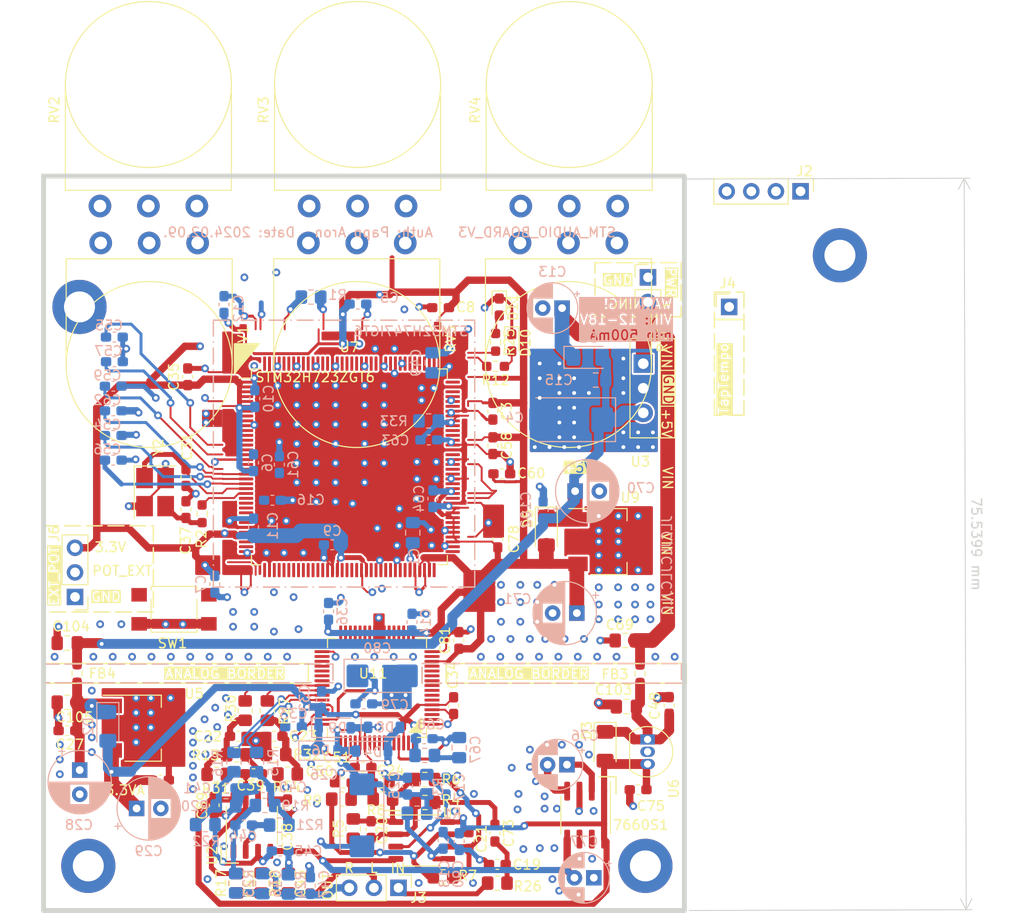
<source format=kicad_pcb>
(kicad_pcb (version 20221018) (generator pcbnew)
  (layers (0 "F.Cu" signal) (1 "In1.Cu" signal) (2 "In2.Cu" signal) (31 "B.Cu" signal) (34 "B.Paste" user) (35 "F.Paste" user) (36 "B.SilkS" user "B.Silkscreen") (37 "F.SilkS" user "F.Silkscreen") (38 "B.Mask" user) (39 "F.Mask" user) (44 "Edge.Cuts" user))
  (property "SHEETTOTAL" "4")
  (net 0 "")
  (net 1 "GND")
  (net 2 "Net-(C1-Pad1)")
  (net 3 "Net-(C49-Pad1)")
  (net 4 "Net-(U7-BOOT0)")
  (net 7 "5V")
  (net 8 "Net-(D2-K)")
  (net 12 "Net-(7660S1-CAP+)")
  (net 13 "Net-(7660S1-CAP-)")
  (net 15 "unconnected-(U7-PE6-Pad5)")
  (net 16 "Net-(U4A--)")
  (net 17 "Net-(U4B--)")
  (net 18 "+3.3V")
  (net 19 "Net-(U4A-+)")
  (net 20 "AD1939_I2S2_SDO")
  (net 21 "AD1939_I2S1_WS")
  (net 22 "AD1939_I2S1_CK")
  (net 23 "AD1939_I2S1_SDI")
  (net 24 "AD1939_SPI3_MOSI")
  (net 25 "AD1939_I2S2_CK")
  (net 26 "AD1939_I2S2_WS")
  (net 27 "AD1939_SPI3_CLK")
  (net 28 "AD1939_SPI3_MISO")
  (net 29 "AD1939_SPI_CS")
  (net 30 "Net-(U4B-+)")
  (net 31 "Net-(C19-Pad2)")
  (net 32 "Net-(C22-Pad2)")
  (net 33 "ADC1N")
  (net 34 "AD1939_CM")
  (net 35 "+3.3VA")
  (net 36 "Net-(C41-Pad1)")
  (net 37 "GUITAR_OUT_L{slash}MONO")
  (net 38 "Net-(C44-Pad2)")
  (net 39 "GUITAR_OUT_R")
  (net 40 "Net-(D3-K)")
  (net 41 "Net-(C40-Pad2)")
  (net 42 "ADC1P")
  (net 43 "Net-(C42-Pad1)")
  (net 44 "EXT_INT_BUTTON")
  (net 45 "AD1939_MCLKI")
  (net 46 "AD1939_MCLKO")
  (net 47 "Net-(C46-Pad1)")
  (net 48 "Net-(C67-Pad1)")
  (net 49 "AD1939_LF")
  (net 50 "+9V")
  (net 51 "Net-(C73-Pad1)")
  (net 52 "-9V")
  (net 53 "AD1939_FILTR")
  (net 54 "OSC0")
  (net 55 "SWDIO")
  (net 56 "SWCLK")
  (net 57 "GUITAR_IN")
  (net 58 "TAP_TEMPO_INPUT")
  (net 59 "PWR_INPUT_12V-18V")
  (net 60 "/MCU/NRST")
  (net 61 "Net-(C20-Pad2)")
  (net 62 "Net-(C21-Pad2)")
  (net 63 "Net-(C23-Pad1)")
  (net 64 "POT5")
  (net 65 "POT1")
  (net 66 "POT6")
  (net 67 "POT2")
  (net 68 "POT3")
  (net 69 "POT_EXT")
  (net 70 "POT4")
  (net 71 "OSC1")
  (net 93 "Net-(U2B--)")
  (net 94 "Net-(U2B-+)")
  (net 95 "Net-(U2A-+)")
  (net 96 "Net-(U2A--)")
  (net 98 "Net-(C39-Pad2)")
  (net 123 "unconnected-(U7-PG1-Pad57)")
  (net 134 "unconnected-(U7-PB13-Pad74)")
  (net 160 "Net-(C37-Pad2)")
  (net 161 "Net-(D10-A)")
  (net 162 "Net-(D11-A)")
  (net 163 "LED1")
  (net 164 "LED2")
  (net 165 "DAC2P")
  (net 166 "DAC2N")
  (net 167 "DAC1N")
  (net 168 "DAC1P")
  (footprint "Crystal:Crystal_SMD_SeikoEpson_TSX3225-4Pin_3.2x2.5mm_HandSoldering" (layer "F.Cu") (at 194.4925 73.734 -90)
    (fp_text reference "Y2")
    (fp_text value "X1E0000210132")
  )
  (footprint "Capacitor_SMD:C_0603_1608Metric_Pad1.08x0.95mm_HandSolder" (layer "F.Cu") (at 204.648154 102.813 180)
    (fp_text reference "C39")
    (fp_text value "68p")
  )
  (footprint "Capacitor_SMD:C_0603_1608Metric_Pad1.08x0.95mm_HandSolder" (layer "F.Cu") (at 223.957 54.687 180)
    (fp_text reference "C8")
    (fp_text value "100nF")
  )
  (footprint "Resistor_SMD:R_0805_2012Metric_Pad1.20x1.40mm_HandSolder" (layer "F.Cu") (at 208.169 102.843)
    (fp_text reference "R14")
    (fp_text value "1.5k")
  )
  (footprint "Resistor_SMD:R_0603_1608Metric_Pad0.98x0.95mm_HandSolder" (layer "F.Cu") (at 229.635 58.265 -90)
    (fp_text reference "R25")
    (fp_text value "1k")
  )
  (footprint "Potentiometer_THT:Potentiometer_Omeg_PC16BU_Vertical" (layer "F.Cu") (at 198.802 44.19 90)
    (fp_text reference "RV2")
    (fp_text value "R_Potentiometer")
  )
  (footprint "Capacitor_SMD:C_0603_1608Metric_Pad1.08x0.95mm_HandSolder" (layer "F.Cu") (at 208.159568 106.339 90)
    (fp_text reference "C38")
    (fp_text value "68p")
  )
  (footprint "MountingHole:MountingHole_3.2mm_M3_DIN965_Pad" (layer "F.Cu") (at 245.099 112.333)
    (fp_text reference "H2" hide)
    (fp_text value "MountingHole_Pad")
  )
  (footprint "Capacitor_SMD:C_0603_1608Metric_Pad1.08x0.95mm_HandSolder" (layer "F.Cu") (at 197.859 61.825 90)
    (fp_text reference "C35")
    (fp_text value "100nF")
  )
  (footprint "Capacitor_SMD:C_0603_1608Metric_Pad1.08x0.95mm_HandSolder" (layer "F.Cu") (at 210.495 114.325 -90)
    (fp_text reference "C43")
    (fp_text value "2.2nF")
  )
  (footprint "Package_TO_SOT_THT:TO-220-3_Vertical" (layer "F.Cu") (at 244.877 60.471 -90)
    (fp_text reference "U3")
    (fp_text value "MP-K7805-500R3")
  )
  (footprint "Capacitor_SMD:C_0603_1608Metric_Pad1.08x0.95mm_HandSolder" (layer "F.Cu") (at 216.779 108.585 90)
    (fp_text reference "C20")
    (fp_text value "10p")
  )
  (footprint "Resistor_SMD:R_0603_1608Metric_Pad0.98x0.95mm_HandSolder" (layer "F.Cu") (at 199.345 75.975 -90)
    (fp_text reference "R2")
    (fp_text value "100R NC")
  )
  (footprint "Capacitor_SMD:C_0805_2012Metric_Pad1.18x1.45mm_HandSolder" (layer "F.Cu") (at 243.021 89.057 180)
    (fp_text reference "C69")
    (fp_text value "2u2F")
  )
  (footprint "Capacitor_SMD:C_0603_1608Metric_Pad1.08x0.95mm_HandSolder" (layer "F.Cu") (at 206.779 98.955 180)
    (fp_text reference "C23")
    (fp_text value "560p")
  )
  (footprint "Resistor_SMD:R_0805_2012Metric_Pad1.20x1.40mm_HandSolder" (layer "F.Cu") (at 222.347 105.787)
    (fp_text reference "R4")
    (fp_text value "500k")
  )
  (footprint "Package_TO_SOT_THT:TO-92_Inline" (layer "F.Cu") (at 245.325 99.275 -90)
    (fp_text reference "U6")
    (fp_text value "L7809")
  )
  (footprint "Capacitor_SMD:C_0603_1608Metric_Pad1.08x0.95mm_HandSolder" (layer "F.Cu") (at 225.843 89.051 90)
    (fp_text reference "C81")
    (fp_text value "100nF")
  )
  (footprint "Package_SO:SSOP-8_3.9x5.05mm_P1.27mm" (layer "F.Cu") (at 204.481 108.153 90)
    (fp_text reference "U2")
    (fp_text value "OP275")
  )
  (footprint "Potentiometer_THT:Potentiometer_Omeg_PC16BU_Vertical" (layer "F.Cu") (at 188.882 48.006 -90)
    (fp_text reference "RV1")
    (fp_text value "R_Potentiometer")
  )
  (footprint "Capacitor_SMD:C_0603_1608Metric_Pad1.08x0.95mm_HandSolder" (layer "F.Cu") (at 229.355 68.937 -90)
    (fp_text reference "C58")
    (fp_text value "100nF")
  )
  (footprint "Package_SO:SSOP-8_3.9x5.05mm_P1.27mm" (layer "F.Cu") (at 222.013 109.709)
    (fp_text reference "U4")
    (fp_text value "OP275")
  )
  (footprint "Diode_SMD:D_1206_3216Metric_Pad1.42x1.75mm_HandSolder" (layer "F.Cu") (at 234.875 77.744 -90)
    (fp_text reference "D5")
    (fp_text value "1N4148")
  )
  (footprint "Capacitor_SMD:C_0603_1608Metric_Pad1.08x0.95mm_HandSolder" (layer "F.Cu") (at 185.397 98.365 180)
    (fp_text reference "C27")
    (fp_text value "100nF ")
  )
  (footprint "LED_SMD:LED_0603_1608Metric_Pad1.05x0.95mm_HandSolder" (layer "F.Cu") (at 231.305 58.32 -90)
    (fp_text reference "D10")
    (fp_text value "LED")
  )
  (footprint "Capacitor_SMD:C_0603_1608Metric_Pad1.08x0.95mm_HandSolder" (layer "F.Cu") (at 195.049 103.475)
    (fp_text reference "C30")
    (fp_text value "100nF")
  )
  (footprint "Capacitor_SMD:C_0603_1608Metric_Pad1.08x0.95mm_HandSolder" (layer "F.Cu") (at 203.086154 98.955 180)
    (fp_text reference "C22")
    (fp_text value "270p")
  )
  (footprint "Connector_PinHeader_2.54mm:PinHeader_1x01_P2.54mm_Vertical" (layer "F.Cu") (at 253.746 54.61)
    (fp_text reference "J4")
    (fp_text value "Conn_01x01_taptempo")
  )
  (footprint "Capacitor_SMD:C_0603_1608Metric_Pad1.08x0.95mm_HandSolder" (layer "F.Cu") (at 247.555 95.767476 90)
    (fp_text reference "C48")
    (fp_text value "100nF ")
  )
  (footprint "Capacitor_SMD:C_0603_1608Metric_Pad1.08x0.95mm_HandSolder" (layer "F.Cu") (at 197.677 72.231 90)
    (fp_text reference "C31")
    (fp_text value "9pF")
  )
  (footprint "Diode_SMD:D_1206_3216Metric_Pad1.42x1.75mm_HandSolder" (layer "F.Cu") (at 240.937 99.981 -90)
    (fp_text reference "D3")
    (fp_text value "1N4148")
  )
  (footprint "Capacitor_SMD:C_0603_1608Metric_Pad1.08x0.95mm_HandSolder" (layer "F.Cu") (at 197.677 75.540334 -90)
    (fp_text reference "C37")
    (fp_text value "9pF")
  )
  (footprint "Button_Switch_SMD:SW_SPST_TL3305A" (layer "F.Cu") (at 196.445 85.837)
    (fp_text reference "SW1")
    (fp_text value "SW_SPST")
  )
  (footprint "Capacitor_SMD:C_0603_1608Metric_Pad1.08x0.95mm_HandSolder" (layer "F.Cu") (at 229.863 78.589 90)
    (fp_text reference "C78")
    (fp_text value "100nF")
  )
  (footprint "Potentiometer_THT:Potentiometer_Omeg_PC16BU_Vertical" (layer "F.Cu") (at 210.312 48.006 -90)
    (fp_text reference "RV5")
    (fp_text value "R_Potentiometer")
  )
  (footprint "Potentiometer_THT:Potentiometer_Omeg_PC16BU_Vertical" (layer "F.Cu") (at 220.392 44.19 90)
    (fp_text reference "RV3")
    (fp_text value "R_Potentiometer")
  )
  (footprint "Capacitor_SMD:C_0603_1608Metric_Pad1.08x0.95mm_HandSolder" (layer "F.Cu") (at 225.303 95.783 -90)
    (fp_text reference "C34")
    (fp_text value "100nF")
  )
  (footprint "Capacitor_SMD:C_0603_1608Metric_Pad1.08x0.95mm_HandSolder" (layer "F.Cu") (at 200.587 106.071 -90)
    (fp_text reference "C89")
    (fp_text value "100nF")
  )
  (footprint "LED_SMD:LED_0603_1608Metric_Pad1.05x0.95mm_HandSolder" (layer "F.Cu") (at 230.015 54.62 -90)
    (fp_text reference "D11")
    (fp_text value "LED")
  )
  (footprint "Resistor_SMD:R_0805_2012Metric_Pad1.20x1.40mm_HandSolder" (layer "F.Cu") (at 202.911284 114.125 90)
    (fp_text reference "R17")
    (fp_text value "604")
  )
  (footprint "MountingHole:MountingHole_3.2mm_M3_DIN965_Pad" (layer "F.Cu") (at 186.69 54.61)
    (fp_text reference "H4" hide)
    (fp_text value "MountingHole_Pad")
  )
  (footprint "Resistor_SMD:R_0805_2012Metric_Pad1.20x1.40mm_HandSolder" (layer "F.Cu") (at 218.007 105.441)
    (fp_text reference "R8")
    (fp_text value "240R")
  )
  (footprint "Resistor_SMD:R_0805_2012Metric_Pad1.20x1.40mm_HandSolder" (layer "F.Cu") (at 206.079 96.299 -90)
    (fp_text reference "R27")
    (fp_text value "5.6k")
  )
  (footprint "Resistor_SMD:R_0805_2012Metric_Pad1.20x1.40mm_HandSolder" (layer "F.Cu") (at 206.979 100.831)
    (fp_text reference "R32")
    (fp_text value "5.6k")
  )
  (footprint "Resistor_SMD:R_0805_2012Metric_Pad1.20x1.40mm_HandSolder" (layer "F.Cu") (at 214.949 108.485 -90)
    (fp_text reference "R5")
    (fp_text value "1M")
  )
  (footprint "Capacitor_SMD:C_0603_1608Metric_Pad1.08x0.95mm_HandSolder" (layer "F.Cu") (at 230.275 71.845)
    (fp_text reference "C60")
    (fp_text value "100nF")
  )
  (footprint "Resistor_SMD:R_0805_2012Metric_Pad1.20x1.40mm_HandSolder" (layer "F.Cu") (at 208.254142 114.125 90)
    (fp_text reference "R18")
    (fp_text value "10k")
  )
  (footprint "Capacitor_SMD:C_0603_1608Metric_Pad1.08x0.95mm_HandSolder" (layer "F.Cu") (at 229.815 112.181)
    (fp_text reference "C19")
    (fp_text value "10p")
  )
  (footprint "Resistor_SMD:R_0603_1608Metric_Pad0.98x0.95mm_HandSolder" (layer "F.Cu") (at 186.442 92.463 -90)
    (fp_text reference "FB4")
    (fp_text value "TDK MMZ1608R601ATD25 DB")
  )
  (footprint "Capacitor_SMD:C_0603_1608Metric_Pad1.08x0.95mm_HandSolder" (layer "F.Cu") (at 229.567 108.953 -90)
    (fp_text reference "C73")
    (fp_text value "68n")
  )
  (footprint "MountingHole:MountingHole_3.2mm_M3_DIN965_Pad" (layer "F.Cu") (at 265.176 49.276)
    (fp_text reference "H3" hide)
    (fp_text value "MountingHole_Pad")
  )
  (footprint "Resistor_SMD:R_0805_2012Metric_Pad1.20x1.40mm_HandSolder" (layer "F.Cu") (at 224.215 113.463)
    (fp_text reference "R7")
    (fp_text value "5.76k")
  )
  (footprint "Resistor_SMD:R_0805_2012Metric_Pad1.20x1.40mm_HandSolder" (layer "F.Cu") (at 200.860432 102.886154)
    (fp_text reference "R31")
    (fp_text value "11k")
  )
  (footprint "Capacitor_SMD:C_0603_1608Metric_Pad1.08x0.95mm_HandSolder" (layer "F.Cu") (at 217.835 103.759 180)
    (fp_text reference "C24")
    (fp_text value "1nF")
  )
  (footprint "Capacitor_SMD:C_0603_1608Metric_Pad1.08x0.95mm_HandSolder" (layer "F.Cu") (at 229.355 65.381 -90)
    (fp_text reference "C3")
    (fp_text value "100nF")
  )
  (footprint "Capacitor_SMD:C_0603_1608Metric_Pad1.08x0.95mm_HandSolder" (layer "F.Cu") (at 226.891 109.715 90)
    (fp_text reference "C21")
    (fp_text value "120p")
  )
  (footprint "MountingHole:MountingHole_3.2mm_M3_DIN965_Pad" (layer "F.Cu") (at 187.599 112.333)
    (fp_text reference "H1" hide)
    (fp_text value "MountingHole_Pad")
  )
  (footprint "Capacitor_SMD:C_0805_2012Metric_Pad1.18x1.45mm_HandSolder" (layer "F.Cu") (at 185.426 89.325 180)
    (fp_text reference "C104")
    (fp_text value "2u2F")
  )
  (footprint "Connector_PinHeader_2.54mm:PinHeader_1x03_P2.54mm_Vertical" (layer "F.Cu") (at 186.229 84.563 180)
    (fp_text reference "J6")
    (fp_text value "Conn_01x03_pot_ext")
  )
  (footprint "Package_SO:SOIC-8_3.9x4.9mm_P1.27mm" (layer "F.Cu") (at 238.929 107.091 -90)
    (fp_text reference "7660S1")
    (fp_text value "~")
  )
  (footprint "Package_QFP:LQFP-64_10x10mm_P0.5mm" (layer "F.Cu") (at 217.398 93.96 180)
    (fp_text reference "U11")
    (fp_text value "~")
  )
  (footprint "Capacitor_SMD:C_0805_2012Metric_Pad1.18x1.45mm_HandSolder" (layer "F.Cu") (at 205.472426 114.095 90)
    (fp_text reference "C42")
    (fp_text value "2u2")
  )
  (footprint "Resistor_SMD:R_0805_2012Metric_Pad1.20x1.40mm_HandSolder" (layer "F.Cu") (at 203.786154 96.299 -90)
    (fp_text reference "R30")
    (fp_text value "11k")
  )
  (footprint "Capacitor_SMD:C_0805_2012Metric_Pad1.18x1.45mm_HandSolder" (layer "F.Cu") (at 185.426 95.451 180)
    (fp_text reference "C105")
    (fp_text value "2u2F")
  )
  (footprint "Package_QFP:LQFP-144_20x20mm_P0.5mm" (layer "F.Cu") (at 214.546 71.1255)
    (fp_text reference "U7")
    (fp_text value "STM32H723ZGTx")
  )
  (footprint "Resistor_SMD:R_0603_1608Metric_Pad0.98x0.95mm_HandSolder" (layer "F.Cu") (at 229.635 60.745 180)
    (fp_text reference "R12")
    (fp_text value "1k NC")
  )
  (footprint "Capacitor_SMD:C_0603_1608Metric_Pad1.08x0.95mm_HandSolder" (layer "F.Cu") (at 215.955 102.151)
    (fp_text reference "C51")
    (fp_text value "100pF")
  )
  (footprint "Resistor_SMD:R_0805_2012Metric_Pad1.20x1.40mm_HandSolder" (layer "F.Cu") (at 213.723 105.441 180)
    (fp_text reference "R9")
    (fp_text value "240R")
  )
  (footprint "Capacitor_SMD:C_0603_1608Metric_Pad1.08x0.95mm_HandSolder" (layer "F.Cu") (at 213.923 103.759 180)
    (fp_text reference "C50")
    (fp_text value "1nF")
  )
  (footprint "Capacitor_SMD:C_0603_1608Metric_Pad1.08x0.95mm_HandSolder" (layer "F.Cu") (at 244.345 104.463 180)
    (fp_text reference "C75")
    (fp_text value "100nF")
  )
  (footprint "Capacitor_SMD:C_0805_2012Metric_Pad1.18x1.45mm_HandSolder" (layer "F.Cu") (at 243.135 95.885 180)
    (fp_text reference "C103")
    (fp_text value "2u2F")
  )
  (footprint "Potentiometer_THT:Potentiometer_Omeg_PC16BU_Vertical" (layer "F.Cu") (at 242.236 44.196 90)
    (fp_text reference "RV4")
    (fp_text value "R_Potentiometer")
  )
  (footprint "Resistor_SMD:R_0805_2012Metric_Pad1.20x1.40mm_HandSolder" (layer "F.Cu") (at 222.339 103.415 180)
    (fp_text reference "R6")
    (fp_text value "5.76k")
  )
  (footprint "Resistor_SMD:R_0603_1608Metric_Pad0.98x0.95mm_HandSolder" (layer "F.Cu") (at 244.545 92.493 -90)
    (fp_text reference "FB3")
    (fp_text value "TDK MMZ1608R601ATD25 DB")
  )
  (footprint "Package_TO_SOT_SMD:SOT-223-3_TabPin2" (layer "F.Cu") (at 241.294 78.846)
    (fp_text reference "U9")
    (fp_text value "MIC2920A-3.3WS-TR")
  )
  (footprint "Package_TO_SOT_SMD:SOT-223-3_TabPin2" (layer "F.Cu") (at 193.225 98.113)
    (fp_text reference "U5")
    (fp_text value "MIC2920A-3.3WS-TR")
  )
  (footprint "Resistor_SMD:R_0805_2012Metric_Pad1.20x1.40mm_HandSolder" (layer "F.Cu") (at 202.886154 100.857864)
    (fp_text reference "R13")
    (fp_text value "3k")
  )
  (footprint "Connector_PinHeader_2.54mm:PinHeader_1x02_P2.54mm_Vertical" (layer "F.Cu") (at 245.364 51.557)
    (fp_text reference "J1")
    (fp_text value "Power conn")
  )
  (footprint "Potentiometer_THT:Potentiometer_Omeg_PC16BU_Vertical" (layer "F.Cu") (at 232.156 48.006 -90)
    (fp_text reference "RV6")
    (fp_text value "R_Potentiometer")
  )
  (footprint "Connector_PinHeader_2.54mm:PinHeader_1x04_P2.54mm_Vertical" (layer "F.Cu") (at 261.112 42.672 -90)
    (fp_text reference "J2")
    (fp_text value "STlink")
  )
  (footprint "Connector_PinHeader_2.54mm:PinHeader_1x03_P2.54mm_Vertical" (layer "F.Cu") (at 219.613 114.601 -90)
    (fp_text reference "J3")
    (fp_text value "Audio_sig")
  )
  (footprint "Resistor_SMD:R_0805_2012Metric_Pad1.20x1.40mm_HandSolder" (layer "F.Cu") (at 229.815 114.113)
    (fp_text reference "R26")
    (fp_text value "100")
  )
  (footprint "Capacitor_SMD:C_0603_1608Metric_Pad1.08x0.95mm_HandSolder" (layer "B.Cu") (at 220.543 104.101024 -90)
    (fp_text reference "C25")
    (fp_text value "100nF")
  )
  (footprint "Capacitor_SMD:C_0603_1608Metric_Pad1.08x0.95mm_HandSolder" (layer "B.Cu") (at 190.177 67.885)
    (fp_text reference "C54")
    (fp_text value "100nF")
  )
  (footprint "Capacitor_SMD:C_0603_1608Metric_Pad1.08x0.95mm_HandSolder" (layer "B.Cu") (at 200.657 83.241 -90)
    (fp_text reference "C7")
    (fp_text value "100nF")
  )
  (footprint "Capacitor_SMD:C_0805_2012Metric_Pad1.18x1.45mm_HandSolder" (layer "B.Cu") (at 239.973 62.163 180)
    (fp_text reference "C15")
    (fp_text value "2u2F")
  )
  (footprint "Capacitor_THT:CP_Radial_D5.0mm_P2.00mm" (layer "B.Cu") (at 236.498241 54.733 180)
    (fp_text reference "C13")
    (fp_text value "22uF 50V poly")
  )
  (footprint "Capacitor_SMD:C_0603_1608Metric_Pad1.08x0.95mm_HandSolder" (layer "B.Cu") (at 224.223 109.694428 90)
    (fp_text reference "C18")
    (fp_text value "68n")
  )
  (footprint "Resistor_SMD:R_0805_2012Metric_Pad1.20x1.40mm_HandSolder" (layer "B.Cu") (at 199.674999 108.069 180)
    (fp_text reference "R22")
    (fp_text value "1.5k")
  )
  (footprint "Capacitor_SMD:C_0603_1608Metric_Pad1.08x0.95mm_HandSolder" (layer "B.Cu") (at 222.741 68.346334 180)
    (fp_text reference "C63")
    (fp_text value "100nF")
  )
  (footprint "Diode_SMD:D_1206_3216Metric_Pad1.42x1.75mm_HandSolder" (layer "B.Cu") (at 239.151 59.817)
    (fp_text reference "D1")
    (fp_text value "1N4148")
  )
  (footprint "Resistor_SMD:R_0805_2012Metric_Pad1.20x1.40mm_HandSolder" (layer "B.Cu") (at 204.963664 101.611 -90)
    (fp_text reference "R15")
    (fp_text value "11k")
  )
  (footprint "Resistor_SMD:R_0805_2012Metric_Pad1.20x1.40mm_HandSolder" (layer "B.Cu") (at 201.809665 106.137 180)
    (fp_text reference "R20")
    (fp_text value "5.6k")
  )
  (footprint "Capacitor_THT:CP_Radial_D6.3mm_P2.50mm" (layer "B.Cu") (at 192.583 106.401759)
    (fp_text reference "C29")
    (fp_text value "47uF")
  )
  (footprint "Capacitor_SMD:C_0603_1608Metric_Pad1.08x0.95mm_HandSolder" (layer "B.Cu") (at 201.929 104.315004)
    (fp_text reference "C41")
    (fp_text value "560p")
  )
  (footprint "Capacitor_SMD:C_0603_1608Metric_Pad1.08x0.95mm_HandSolder" (layer "B.Cu") (at 212.781 79.177 180)
    (fp_text reference "C9")
    (fp_text value "100nF")
  )
  (footprint "Capacitor_THT:CP_Radial_D6.3mm_P2.50mm" (layer "B.Cu") (at 186.714241 102.437 -90)
    (fp_text reference "C28")
    (fp_text value "100uF")
  )
  (footprint "Capacitor_SMD:C_0603_1608Metric_Pad1.08x0.95mm_HandSolder" (layer "B.Cu") (at 190.177 70.431)
    (fp_text reference "C56")
    (fp_text value "100nF")
  )
  (footprint "Capacitor_SMD:C_0603_1608Metric_Pad1.08x0.95mm_HandSolder" (layer "B.Cu") (at 234.54 75.585 90)
    (fp_text reference "C102")
    (fp_text value "100nF")
  )
  (footprint "Capacitor_Tantalum_SMD:CP_EIA-7343-31_Kemet-D_Pad2.25x2.55mm_HandSolder" (layer "B.Cu") (at 215.838976 107.113 -90)
    (fp_text reference "C26")
    (fp_text value "47uF tantal")
  )
  (footprint "Capacitor_THT:CP_Radial_D6.3mm_P2.50mm" (layer "B.Cu") (at 237.843 73.635759)
    (fp_text reference "C70")
    (fp_text value "100uF")
  )
  (footprint "Resistor_SMD:R_0805_2012Metric_Pad1.20x1.40mm_HandSolder" (layer "B.Cu") (at 222.541 103.901024 -90)
    (fp_text reference "R3")
    (fp_text value "100R")
  )
  (footprint "Capacitor_SMD:C_0603_1608Metric_Pad1.08x0.95mm_HandSolder" (layer "B.Cu") (at 216.0375 95.6 180)
    (fp_text reference "C79")
    (fp_text value "100nF")
  )
  (footprint "Resistor_SMD:R_0805_2012Metric_Pad1.20x1.40mm_HandSolder" (layer "B.Cu") (at 205.838339 106.091 180)
    (fp_text reference "R19")
    (fp_text value "11k")
  )
  (footprint "Diode_SMD:D_1206_3216Metric_Pad1.42x1.75mm_HandSolder" (layer "B.Cu") (at 189.617 97.927 -90)
    (fp_text reference "D2")
    (fp_text value "1N4148")
  )
  (footprint "Capacitor_SMD:C_0805_2012Metric_Pad1.18x1.45mm_HandSolder" (layer "B.Cu") (at 223.1074 60.3758 -90)
    (fp_text reference "C49")
    (fp_text value "2.2uF")
  )
  (footprint "Capacitor_SMD:C_0603_1608Metric_Pad1.08x0.95mm_HandSolder" (layer "B.Cu") (at 204.781 64.079 90)
    (fp_text reference "C10")
    (fp_text value "100nF")
  )
  (footprint "Capacitor_SMD:C_0603_1608Metric_Pad1.08x0.95mm_HandSolder" (layer "B.Cu") (at 207.321 70.891 90)
    (fp_text reference "C61")
    (fp_text value "100nF")
  )
  (footprint "Capacitor_Tantalum_SMD:CP_EIA-6032-28_Kemet-C_Pad2.25x2.35mm_HandSolder" (layer "B.Cu") (at 217.932 92.71)
    (fp_text reference "C80")
    (fp_text value "10uF tantal")
  )
  (footprint "Resistor_SMD:R_0805_2012Metric_Pad1.20x1.40mm_HandSolder" (layer "B.Cu") (at 210.582 53.594)
    (fp_text reference "R1")
    (fp_text value "10k")
  )
  (footprint "Capacitor_SMD:C_0603_1608Metric_Pad1.08x0.95mm_HandSolder" (layer "B.Cu") (at 224.525 104.101024 90)
    (fp_text reference "C17")
    (fp_text value "68n")
  )
  (footprint "Capacitor_SMD:C_0603_1608Metric_Pad1.08x0.95mm_HandSolder" (layer "B.Cu") (at 190.177 65.339)
    (fp_text reference "C62")
    (fp_text value "100nF")
  )
  (footprint "Capacitor_SMD:C_0603_1608Metric_Pad1.08x0.95mm_HandSolder" (layer "B.Cu") (at 205.623663 104.251)
    (fp_text reference "C40")
    (fp_text value "270p")
  )
  (footprint "Capacitor_SMD:C_0603_1608Metric_Pad1.08x0.95mm_HandSolder" (layer "B.Cu") (at 190.295 60.267)
    (fp_text reference "C57")
    (fp_text value "100nF")
  )
  (footprint "Capacitor_SMD:C_0603_1608Metric_Pad1.08x0.95mm_HandSolder" (layer "B.Cu") (at 208.781 97.969 180)
    (fp_text reference "C33")
    (fp_text value "100nF")
  )
  (footprint "Resistor_SMD:R_0805_2012Metric_Pad1.20x1.40mm_HandSolder" (layer "B.Cu") (at 221.533572 106.891)
    (fp_text reference "R11")
    (fp_text value "100R")
  )
  (footprint "Resistor_SMD:R_0805_2012Metric_Pad1.20x1.40mm_HandSolder" (layer "B.Cu") (at 202.629 101.611 -90)
    (fp_text reference "R16")
    (fp_text value "5.6k")
  )
  (footprint "Capacitor_SMD:C_0603_1608Metric_Pad1.08x0.95mm_HandSolder" (layer "B.Cu") (at 212.3934 86.0482 90)
    (fp_text reference "C36")
    (fp_text value "100nF")
  )
  (footprint "Capacitor_SMD:C_0603_1608Metric_Pad1.08x0.95mm_HandSolder" (layer "B.Cu") (at 210.531999 114.364 -90)
    (fp_text reference "C47")
    (fp_text value "2.2nF")
  )
  (footprint "Diode_SMD:D_SOD-123" (layer "B.Cu") (at 211.68 100.425)
    (fp_text reference "D6")
    (fp_text value "BAT42W-V")
  )
  (footprint "Capacitor_SMD:C_0603_1608Metric_Pad1.08x0.95mm_HandSolder" (layer "B.Cu") (at 201.605 54.361 90)
    (fp_text reference "C12")
    (fp_text value "100nF")
  )
  (footprint "Capacitor_SMD:C_0603_1608Metric_Pad1.08x0.95mm_HandSolder" (layer "B.Cu") (at 190.289 57.727)
    (fp_text reference "C55")
    (fp_text value "100nF")
  )
  (footprint "Resistor_SMD:R_0805_2012Metric_Pad1.20x1.40mm_HandSolder" (layer "B.Cu") (at 222.727 66.384334 180)
    (fp_text reference "R33")
    (fp_text value "500k")
  )
  (footprint "Diode_SMD:D_SOD-123" (layer "B.Cu") (at 216.88 100.475)
    (fp_text reference "D4")
    (fp_text value "BAT42W-V")
  )
  (footprint "Resistor_SMD:R_0805_2012Metric_Pad1.20x1.40mm_HandSolder" (layer "B.Cu") (at 202.808996 114.127 90)
    (fp_text reference "R23")
    (fp_text value "604")
  )
  (footprint "Capacitor_SMD:C_0603_1608Metric_Pad1.08x0.95mm_HandSolder" (layer "B.Cu") (at 204.653 77.333 90)
    (fp_text reference "C11")
    (fp_text value "100nF")
  )
  (footprint "Capacitor_SMD:C_0805_2012Metric_Pad1.18x1.45mm_HandSolder" (layer "B.Cu") (at 221.0864 77.9228 90)
    (fp_text reference "C1")
    (fp_text value "2.2uF")
  )
  (footprint "Diode_SMD:D_SOD-123" (layer "B.Cu") (at 213.02 98.075)
    (fp_text reference "D9")
    (fp_text value "BAT42W-V")
  )
  (footprint "Capacitor_SMD:C_0603_1608Metric_Pad1.08x0.95mm_HandSolder" (layer "B.Cu") (at 221.013 87.161 90)
    (fp_text reference "C14")
    (fp_text value "100nF")
  )
  (footprint "Resistor_SMD:R_0805_2012Metric_Pad1.20x1.40mm_HandSolder" (layer "B.Cu") (at 222.325 100.927 180)
    (fp_text reference "R10" hide)
    (fp_text value "3.32k")
  )
  (footprint "Capacitor_THT:CP_Radial_D5.0mm_P2.00mm" (layer "B.Cu") (at 237.006241 101.881 180)
    (fp_text reference "C76")
    (fp_text value "10uF")
  )
  (footprint "Capacitor_THT:CP_Radial_D5.0mm_P2.00mm" (layer "B.Cu") (at 239.773 113.562241 180)
    (fp_text reference "C77")
    (fp_text value "10uF")
  )
  (footprint "Capacitor_SMD:C_0805_2012Metric_Pad1.18x1.45mm_HandSolder" (layer "B.Cu") (at 225.878 100.122 90)
    (fp_text reference "C67")
    (fp_text value "39nF")
  )
  (footprint "Resistor_SMD:R_0805_2012Metric_Pad1.20x1.40mm_HandSolder" (layer "B.Cu") (at 208.262996 114.241 90)
    (fp_text reference "R24")
    (fp_text value "10k")
  )
  (footprint "Capacitor_SMD:C_0603_1608Metric_Pad1.08x0.95mm_HandSolder" (layer "B.Cu") (at 203.633 108.10833 180)
    (fp_text reference "C44")
    (fp_text value "68p")
  )
  (footprint "Capacitor_SMD:C_0603_1608Metric_Pad1.08x0.95mm_HandSolder" (layer "B.Cu") (at 190.177 62.793)
    (fp_text reference "C59")
    (fp_text value "100nF")
  )
  (footprint "Capacitor_SMD:C_0603_1608Metric_Pad1.08x0.95mm_HandSolder" (layer "B.Cu") (at 223.163 74.415 -90)
    (fp_text reference "C64")
    (fp_text value "100nF")
  )
  (footprint "Capacitor_SMD:C_0603_1608Metric_Pad1.08x0.95mm_HandSolder" (layer "B.Cu") (at 204.653 70.699 90)
    (fp_text reference "C6")
    (fp_text value "100nF")
  )
  (footprint "Capacitor_Tantalum_SMD:CP_EIA-7343-31_Kemet-D_Pad2.25x2.55mm_HandSolder" (layer "B.Cu") (at 237.433 66.257 180)
    (fp_text reference "C4")
    (fp_text value "22uF tantal")
  )
  (footprint "Capacitor_SMD:C_0805_2012Metric_Pad1.18x1.45mm_HandSolder" (layer "B.Cu") (at 205.609004 114.173 90)
    (fp_text reference "C46")
    (fp_text value "2u2")
  )
  (footprint "Capacitor_SMD:C_0603_1608Metric_Pad1.08x0.95mm_HandSolder" (layer "B.Cu") (at 206.601 74.575)
    (fp_text reference "C16")
    (fp_text value "100nF ")
  )
  (footprint "Capacitor_SMD:C_0603_1608Metric_Pad1.08x0.95mm_HandSolder" (layer "B.Cu") (at 215.426976 54.315)
    (fp_text reference "C5")
    (fp_text value "100nF")
  )
  (footprint "Capacitor_SMD:C_0603_1608Metric_Pad1.08x0.95mm_HandSolder" (layer "B.Cu") (at 207.403004 110.788999 180)
    (fp_text reference "C45")
    (fp_text value "68p")
  )
  (footprint "Capacitor_THT:CP_Radial_D6.3mm_P2.50mm" (layer "B.Cu") (at 238.022241 86.229 180)
    (fp_text reference "C71")
    (fp_text value "47uf")
  )
  (footprint "Capacitor_SMD:C_0603_1608Metric_Pad1.08x0.95mm_HandSolder" (layer "B.Cu") (at 211.671 95.170994 90)
    (fp_text reference "C32")
    (fp_text value "100nF")
  )
  (footprint "Capacitor_SMD:C_0603_1608Metric_Pad1.08x0.95mm_HandSolder" (layer "B.Cu") (at 222.273 99.203)
    (fp_text reference "C68")
    (fp_text value "2.2nF")
  )
  (footprint "Diode_SMD:D_SOD-123" (layer "B.Cu") (at 218.12 98.025)
    (fp_text reference "D8")
    (fp_text value "BAT42W-V")
  )
  (footprint "Capacitor_SMD:C_0603_1608Metric_Pad1.08x0.95mm_HandSolder" (layer "B.Cu") (at 225.889 109.823 -90)
    (fp_text reference "C90")
    (fp_text value "100nF")
  )
  (footprint "Resistor_SMD:R_0805_2012Metric_Pad1.20x1.40mm_HandSolder" (layer "B.Cu") (at 207.307 108.122332)
    (fp_text reference "R21")
    (fp_text value "3k")
  )
  (gr_rect (start 200.5066 55.9816) (end 227.4824 83.539667) (stroke (width 0.15) (type dash_dot)) (fill none) (layer "B.SilkS"))
  (gr_rect (start 222.0468 91.44) (end 248.8184 93.472) (stroke (width 0.15) (type dash)) (fill none) (layer "B.SilkS"))
  (gr_rect (start 182.9308 91.4908) (end 212.852 93.4212) (stroke (width 0.15) (type dash)) (fill none) (layer "B.SilkS"))
  (gr_line (start 210.312 91.44) (end 210.312 93.472) (stroke (width 0.15)) (layer "F.SilkS"))
  (gr_line (start 218.1 106.624) (end 219.878 106.624) (stroke (width 0.15)) (layer "F.SilkS"))
  (gr_rect (start 182.88 77.216) (end 194.31 86.106) (stroke (width 0.15) (type dash)) (fill none) (layer "F.SilkS"))
  (gr_line (start 182.88 91.44) (end 210.312 91.44) (stroke (width 0.15)) (layer "F.SilkS"))
  (gr_line (start 203.08 112.042) (end 201.302 112.042) (stroke (width 0.15)) (layer "F.SilkS"))
  (gr_line (start 201.302 112.042) (end 201.302 110.264) (stroke (width 0.15)) (layer "F.SilkS"))
  (gr_line (start 218.1 108.402) (end 218.1 106.624) (stroke (width 0.15)) (layer "F.SilkS"))
  (gr_line (start 240.284 103.124) (end 242.062 103.124) (stroke (width 0.15)) (layer "F.SilkS"))
  (gr_line (start 224.536 93.472) (end 249.3264 93.472) (stroke (width 0.15)) (layer "F.SilkS"))
  (gr_rect (start 239.903 50.038) (end 248.793 55.626) (stroke (width 0.15) (type dash)) (fill none) (layer "F.SilkS"))
  (gr_line (start 249.3264 91.44) (end 224.536 91.44) (stroke (width 0.15)) (layer "F.SilkS"))
  (gr_rect (start 252.222 53.086) (end 255.27 65.786) (stroke (width 0.15) (type dash)) (fill none) (layer "F.SilkS"))
  (gr_line (start 242.062 103.124) (end 242.062 104.902) (stroke (width 0.15)) (layer "F.SilkS"))
  (gr_line (start 224.536 91.44) (end 224.536 93.472) (stroke (width 0.15)) (layer "F.SilkS"))
  (gr_poly (pts (xy 220.73 98.537016) (xy 222.02082 98.537016) (xy 222 97.038)) (stroke (width 0.15)) (fill solid) (layer "F.SilkS"))
  (gr_poly (pts (xy 205.232 58.42) (xy 202.692 58.42) (xy 202.692 61.468)) (stroke (width 0.15)) (fill solid) (layer "F.SilkS"))
  (gr_line (start 210.312 93.472) (end 182.88 93.472) (stroke (width 0.15)) (layer "F.SilkS"))
  (gr_line (start 249.3264 93.472) (end 249.3264 91.44) (stroke (width 0.15)) (layer "F.SilkS"))
  (gr_line (start 182.88 93.472) (end 182.88 91.44) (stroke (width 0.15)) (layer "F.SilkS"))
  (gr_rect (start 182.9816 41.0972) (end 249.1232 116.9416) (stroke (width 0.5)) (fill none) (layer "Edge.Cuts"))
  (gr_text "JLCJLCJLCJLC" (at 247.912 76.0348 90) (layer "B.SilkS") (effects (font (size 1 1)) (justify left bottom mirror)))
  (gr_text "Date: 2024.02.09." (at 209.042 47.498) (layer "B.SilkS") (effects (font (size 1 1)) (justify left bottom mirror)))
  (gr_text "WARNING!\nVIN: 12-18V\nmin 500mA" (at 247.9548 58.1152) (layer "B.SilkS" knockout) (effects (font (size 1 1)) (justify left bottom mirror)))
  (gr_text "STM32H747IGT6" (at 226.9236 57.7088) (layer "B.SilkS") (effects (font (size 1 1)) (justify left bottom mirror)))
  (gr_text "STM_AUDIO_BOARD_V3" (at 242.146 47.498) (layer "B.SilkS") (effects (font (size 1 1)) (justify left bottom mirror)))
  (gr_text "Auth: Papp Aron" (at 223.266 47.498) (layer "B.SilkS") (effects (font (size 1 1)) (justify left bottom mirror)))
  (gr_text "+5V" (at 236.5 71.8) (layer "F.SilkS" knockout) (effects (font (size 1 1)) (justify left bottom)))
  (gr_text "ANALOG BORDER" (at 226.822 93.0656) (layer "F.SilkS" knockout) (effects (font (size 1 1)) (justify left bottom)))
  (gr_text "TapTempo" (at 253.746 65.786 90) (layer "F.SilkS" knockout) (effects (font (size 1 1)) (justify left bottom)))
  (gr_text "R" (at 213.9188 113.1316) (layer "F.SilkS") (effects (font (size 1 1)) (justify left bottom)))
  (gr_text "VIN" (at 246.8 84 270) (layer "F.SilkS") (effects (font (size 1 1)) (justify left bottom)))
  (gr_text "3.3V" (at 188.1632 80.01) (layer "F.SilkS") (effects (font (size 1 1)) (justify left bottom)))
  (gr_text "+3.3VA" (at 188 105.1) (layer "F.SilkS") (effects (font (size 1 1)) (justify left bottom)))
  (gr_text "L" (at 216.5604 113.1316) (layer "F.SilkS") (effects (font (size 1 1)) (justify left bottom)))
  (gr_text "VIN" (at 241.427 54.864) (layer "F.SilkS") (effects (font (size 1 1)) (justify left bottom)))
  (gr_text "STM32H723ZGT6" (at 204.743336 62.458091) (layer "F.SilkS") (effects (font (size 1 1)) (justify left bottom)))
  (gr_text "ANALOG BORDER" (at 195.4276 93.0656) (layer "F.SilkS" knockout) (effects (font (size 1 1)) (justify left bottom)))
  (gr_text "VIN" (at 246.8 71 270) (layer "F.SilkS") (effects (font (size 1 1)) (justify left bottom)))
  (gr_text "POT_EXT" (at 187.9092 82.4484) (layer "F.SilkS") (effects (font (size 1 1)) (justify left bottom)))
  (gr_text "OUT" (at 212.9028 115.9764 90) (layer "F.SilkS") (effects (font (size 1 1)) (justify left bottom)))
  (gr_text "PWR" (at 247.1674 50.3936 -90) (layer "F.SilkS" knockout) (effects (font (size 1 1)) (justify left bottom)))
  (gr_text "GND" (at 240.6142 52.4256) (layer "F.SilkS" knockout) (effects (font (size 1 1)) (justify left bottom)))
  (gr_text "GND" (at 246.9 61.5 -90) (layer "F.SilkS" knockout) (effects (font (size 1 1)) (justify left bottom)))
  (gr_text "IN" (at 218.6986 113.1694) (layer "F.SilkS") (effects (font (size 1 1)) (justify left bottom)))
  (gr_text "VIN" (at 246.7 77.8 270) (layer "F.SilkS") (effects (font (size 1 1)) (justify left bottom)))
  (gr_text "EXT_POT" (at 184.658 85.598 90) (layer "F.SilkS" knockout) (effects (font (size 1 1)) (justify left bottom)))
  (gr_text "GND" (at 187.8076 85.1408) (layer "F.SilkS" knockout) (effects (font (size 1 1)) (justify left bottom)))
  (gr_text "+5V" (at 246.7 65 270) (layer "F.SilkS") (effects (font (size 1 1)) (justify left bottom)))
  (gr_text "VIN" (at 246.7 58.5 -90) (layer "F.SilkS") (effects (font (size 1 1)) (justify left bottom)))
  (dimension (type aligned) (layer "Edge.Cuts") (pts (xy 249.1232 116.9416) (xy 248.92 41.402)) (height 29.085027) (gr_text "75.5399 mm" (at 279.256518 79.090469 -89.84587588) (layer "Edge.Cuts") (effects (font (size 1 1) (thickness 0.15)))) (format (prefix "") (suffix "") (units 3) (units_format 1) (precision 4)) (style (thickness 0.1) (arrow_length 1.27) (text_position_mode 0) (extension_height 0.58642) (extension_offset 0.5) keep_text_aligned))
  (segment (start 228.2 71.2) (end 228.2 72.55) (width 0.2) (layer "F.Cu") (net 0))
  (segment (start 229.2425 73.5925) (end 229.684 73.5925) (width 0.2) (layer "F.Cu") (net 0))
  (segment (start 204.872 82.271) (end 204.872 81.3772) (width 0.2) (layer "F.Cu") (net 0))
  (segment (start 204.872 81.3772) (end 204.47 80.9752) (width 0.2) (layer "F.Cu") (net 0))
  (segment (start 228.9305 74.346) (end 226.797 74.346) (width 0.2) (layer "F.Cu") (net 0))
  (segment (start 227.846 70.846) (end 228.2 71.2) (width 0.2) (layer "F.Cu") (net 0))
  (segment (start 205.372 56.921) (end 205.372 55.486) (width 0.2) (layer "F.Cu") (net 0))
  (segment (start 205.372 55.486) (end 205.486 55.372) (width 0.2) (layer "F.Cu") (net 0))
  (segment (start 228.2 72.55) (end 229.2425 73.5925) (width 0.2) (layer "F.Cu") (net 0))
  (segment (start 226.797 70.846) (end 227.846 70.846) (width 0.2) (layer "F.Cu") (net 0))
  (segment (start 229.4305 73.846) (end 226.797 73.846) (width 0.2) (layer "F.Cu") (net 0))
  (segment (start 229.684 73.5925) (end 229.4305 73.846) (width 0.2) (layer "F.Cu") (net 0))
  (segment (start 229.684 73.5925) (end 228.9305 74.346) (width 0.2) (layer "F.Cu") (net 0))
  (segment (start 204.47 80.9752) (end 202.0152 80.9752) (width 0.2) (layer "F.Cu") (net 0))
  (via (at 205.486 55.372) (size 0.8) (drill 0.4) (layers "F.Cu" "B.Cu") (net 0))
  (segment (start 205.486 54.2141) (end 205.4501 54.1782) (width 0.2) (layer "B.Cu") (net 0))
  (segment (start 205.4501 54.1782) (end 205.4501 55.3361) (width 0.508) (layer "B.Cu") (net 0))
  (segment (start 205.4501 55.3361) (end 205.486 55.372) (width 0.508) (layer "B.Cu") (net 0))
  (segment (start 208.3 112.9) (end 208.439 113.039) (width 0.762) (layer "F.Cu") (net 1))
  (segment (start 213.36 90.678) (end 212.892 90.21) (width 0.2) (layer "F.Cu") (net 1))
  (segment (start 208.1985 107.2015) (end 208.159568 107.2015) (width 0.508) (layer "F.Cu") (net 1))
  (segment (start 218.2 102.8) (end 218.6975 103.2975) (width 0.762) (layer "F.Cu") (net 1))
  (segment (start 210.648 96.97967) (end 210.91767 96.71) (width 0.2) (layer "F.Cu") (net 1))
  (segment (start 215.872 56.921) (end 215.872 55.908) (width 0.2) (layer "F.Cu") (net 1))
  (segment (start 231.305 54.505) (end 230.545 53.745) (width 0.3048) (layer "F.Cu") (net 1))
  (segment (start 228 111.7) (end 228.4715 111.7) (width 0.508) (layer "F.Cu") (net 1))
  (segment (start 221.742 84.074) (end 222.372 83.444) (width 0.3048) (layer "F.Cu") (net 1))
  (segment (start 223.073 97.71) (end 224.69 97.71) (width 0.2) (layer "F.Cu") (net 1))
  (segment (start 225.31 68.846) (end 225.044 68.58) (width 0.2) (layer "F.Cu") (net 1))
  (segment (start 184.3885 96.9165) (end 184.3885 95.451) (width 0.762) (layer "F.Cu") (net 1))
  (segment (start 225.303 97.097) (end 224.7 97.7) (width 0.2) (layer "F.Cu") (net 1))
  (segment (start 208.938761 99.091898) (end 210.648 97.382659) (width 0.2) (layer "F.Cu") (net 1))
  (segment (start 200.03 61.346) (end 199.644 60.96) (width 0.2) (layer "F.Cu") (net 1))
  (segment (start 228.9 76.9) (end 228.9 77.02333) (width 0.2) (layer "F.Cu") (net 1))
  (segment (start 229.455 53.745) (end 228.5 54.7) (width 0.508) (layer "F.Cu") (net 1))
  (segment (start 246.471024 94.904976) (end 246.38 94.996) (width 1.016) (layer "F.Cu") (net 1))
  (segment (start 198.7 73.9) (end 198.454834 73.9) (width 0.508) (layer "F.Cu") (net 1))
  (segment (start 212.872 81.49067) (end 212.872 82.271) (width 0.2) (layer "F.Cu") (net 1))
  (segment (start 228.7019 66.2435) (end 229.355 66.2435) (width 0.3048) (layer "F.Cu") (net 1))
  (segment (start 213.0605 103.3395) (end 213.0605 103.759) (width 0.508) (layer "F.Cu") (net 1))
  (segment (start 184.5 97.028) (end 184.5345 97.0625) (width 0.762) (layer "F.Cu") (net 1))
  (segment (start 223.0175 54.61) (end 223.0945 54.687) (width 0.508) (layer "F.Cu") (net 1))
  (segment (start 225.303 96.6455) (end 225.303 97.097) (width 0.2) (layer "F.Cu") (net 1))
  (segment (start 195.9115 101.8115) (end 195.7 101.6) (width 0.635) (layer "F.Cu") (net 1))
  (segment (start 224.9935 88.1885) (end 225.843 88.1885) (width 0.508) (layer "F.Cu") (net 1))
  (segment (start 221.742 84.074) (end 221.372 83.704) (width 0.3048) (layer "F.Cu") (net 1))
  (segment (start 230.325 69.7995) (end 229.355 69.7995) (width 0.635) (layer "F.Cu") (net 1))
  (segment (start 204.372 83.41) (end 203.708 84.074) (width 0.2) (layer "F.Cu") (net 1))
  (segment (start 199.6415 60.9625) (end 199.644 60.96) (width 0.508) (layer "F.Cu") (net 1))
  (segment (start 228.9311 75.6675) (end 229.684 75.6675) (width 0.3048) (layer "F.Cu") (net 1))
  (segment (start 210.91767 96.71) (end 211.723 96.71) (width 0.2) (layer "F.Cu") (net 1))
  (segment (start 222.372 83.444) (end 222.372 82.271) (width 0.2) (layer "F.Cu") (net 1))
  (segment (start 215.872 55.908) (end 216.408 55.372) (width 0.2) (layer "F.Cu") (net 1))
  (segment (start 226.797 68.846) (end 227.7484 68.846) (width 0.2) (layer "F.Cu") (net 1))
  (segment (start 228.7019 69.7995) (end 229.355 69.7995) (width 0.2) (layer "F.Cu") (net 1))
  (segment (start 212.52833 96.71) (end 211.723 96.71) (width 0.2) (layer "F.Cu") (net 1))
  (segment (start 225.23 65.346) (end 225.044 65.532) (width 0.2) (layer "F.Cu") (net 1))
  (segment (start 198.7 73.9) (end 198.4835 73.9) (width 0.508) (layer "F.Cu") (net 1))
  (segment (start 224.41 96.21) (end 224.8455 96.6455) (width 0.2) (layer "F.Cu") (net 1))
  (segment (start 210.495 112.451) (end 210.495 113.4625) (width 0.762) (layer "F.Cu") (net 1))
  (segment (start 218.6975 103.2975) (end 218.6975 103.759) (width 0.762) (layer "F.Cu") (net 1))
  (segment (start 211.872 54.9) (end 211.836 54.864) (width 0.2) (layer "F.Cu") (net 1))
  (segment (start 198.4835 73.9) (end 197.677 73.0935) (width 0.508) (layer "F.Cu") (net 1))
  (segment (start 184.5 97.028) (end 184.3885 96.9165) (width 0.762) (layer "F.Cu") (net 1))
  (segment (start 223.073 96.21) (end 224.41 96.21) (width 0.2) (layer "F.Cu") (net 1))
  (segment (start 221.742 54.61) (end 223.0175 54.61) (width 0.508) (layer "F.Cu") (net 1))
  (segment (start 184.5345 97.0625) (end 184.5345 98.365) (width 0.762) (layer "F.Cu") (net 1))
  (segment (start 226.797 74.846) (end 228.1096 74.846) (width 0.2) (layer "F.Cu") (net 1))
  (segment (start 223.073 90.21) (end 224.242 90.21) (width 0.2) (layer "F.Cu") (net 1))
  (segment (start 225.843 88.1885) (end 226.7715 88.1885) (width 0.508) (layer "F.Cu") (net 1))
  (segment (start 195.58 72.284) (end 195.58 70.8035) (width 0.635) (layer "F.Cu") (net 1))
  (segment (start 227.8044 65.346) (end 226.797 65.346) (width 0.2) (layer "F.Cu") (net 1))
  (segment (start 212.892 90.21) (end 211.723 90.21) (width 0.2) (layer "F.Cu") (net 1))
  (segment (start 203.372 82.271) (end 203.372 83.738) (width 0.2) (layer "F.Cu") (net 1))
  (segment (start 211.9185 80.53717) (end 212.872 81.49067) (width 0.2) (layer "F.Cu") (net 1))
  (segment (start 230.015 53.745) (end 229.455 53.745) (width 0.508) (layer "F.Cu") (net 1))
  (segment (start 204.372 82.271) (end 204.372 83.41) (width 0.2) (layer "F.Cu") (net 1))
  (segment (start 208.439 113.039) (end 208.439 113.125) (width 0.762) (layer "F.Cu") (net 1))
  (segment (start 212.52833 95.71) (end 212.798 95.97967) (width 0.2) (layer "F.Cu") (net 1))
  (segment (start 211.872 56.921) (end 211.872 54.9) (width 0.2) (layer "F.Cu") (net 1))
  (segment (start 231.305 57.445) (end 231.305 54.505) (width 0.3048) (layer "F.Cu") (net 1))
  (segment (start 230.545 53.745) (end 230.015 53.745) (width 0.3048) (layer "F.Cu") (net 1))
  (segment (start 226.797 65.346) (end 225.23 65.346) (width 0.2) (layer "F.Cu") (net 1))
  (segment (start 210.648 97.382659) (end 210.648 96.97967) (width 0.2) (layer "F.Cu") (net 1))
  (segment (start 195.9115 103.475) (end 195.9115 101.8115) (width 0.635) (layer "F.Cu") (net 1))
  (segment (start 231.1375 70.612) (end 231.1375 71.337) (width 0.762) (layer "F.Cu") (net 1))
  (segment (start 208.9 106.5) (end 208.1985 107.2015) (width 0.508) (layer "F.Cu") (net 1))
  (segment (start 224.242 90.21) (end 224.536 89.916) (width 0.2) (layer "F.Cu") (net 1))
  (segment (start 211.9185 80.518) (end 211.9185 80.53717) (width 0.2) (layer "F.Cu") (net 1))
  (segment (start 241.9835 95.661) (end 240.441 95.661) (width 1.016) (layer "F.Cu") (net 1))
  (segment (start 210.320659 97.71) (end 211.723 97.71) (width 0.2) (layer "F.Cu") (net 1))
  (segment (start 225.044 72.346) (end 226.797 72.346) (width 0.2) (layer "F.Cu") (net 1))
  (segment (start 205.979 100.493841) (end 205.979 100.831) (width 0.762) (layer "F.Cu") (net 1))
  (segment (start 192.845 87.337) (end 200.045 87.337) (width 1.016) (layer "F.Cu") (net 1))
  (segment (start 228.219 65.7606) (end 227.8044 65.346) (width 0.2) (layer "F.Cu") (net 1))
  (segment (start 224.536 88.646) (end 224.9935 88.1885) (width 0.508) (layer "F.Cu") (net 1))
  (segment (start 213.7 102.7) (end 213.0605 103.3395) (width 0.508) (layer "F.Cu") (net 1))
  (segment (start 224.536 89.154) (end 224.536 88.646) (width 0.508) (layer "F.Cu") (net 1))
  (segment (start 184.531 87.63) (end 184.3885 87.7725) (width 0.762) (layer "F.Cu") (net 1))
  (segment (start 226.797 68.846) (end 225.31 68.846) (width 0.2) (layer "F.Cu") (net 1))
  (segment (start 225.044 70.612) (end 225.31 70.346) (width 0.2) (layer "F.Cu") (net 1))
  (segment (start 243.4825 105.8145) (end 243.84 106.172) (width 0.762) (layer "F.Cu") (net 1))
  (segment (start 221.372 83.704) (end 221.372 82.271) (width 0.2) (layer "F.Cu") (net 1))
  (segment (start 191.77 75.184) (end 193.405 75.184) (width 0.762) (layer "F.Cu") (net 1))
  (segment (start 197.859 60.9625) (end 199.6415 60.9625) (width 0.508) (layer "F.Cu") (net 1))
  (segment (start 203.372 83.738) (end 203.708 84.074) (width 0.2) (layer "F.Cu") (net 1))
  (segment (start 228.3968 75.1332) (end 228.9311 75.6675) (width 0.3048) (layer "F.Cu") (net 1))
  (segment (start 227.57733 78.346) (end 226.797 78.346) (width 0.2) (layer "F.Cu") (net 1))
  (segment (start 224.536 89.916) (end 224.536 89.154) (width 0.2) (layer "F.Cu") (net 1))
  (segment (start 228.9 77.02333) (end 227.57733 78.346) (width 0.2) (layer "F.Cu") (net 1))
  (segment (start 184.3885 87.7725) (end 184.3885 89.325) (width 0.762) (layer "F.Cu") (net 1))
  (segment (start 212.798 96.44033) (end 212.52833 96.71) (width 0.2) (layer "F.Cu") (net 1))
  (segment (start 228.4715 111.7) (end 228.9525 112.181) (width 0.508) (layer "F.Cu") (net 1))
  (segment (start 201.543395 106.9335) (end 200.587 106.9335) (width 0.635) (layer "F.Cu") (net 1))
  (segment (start 211.723 95.71) (end 212.52833 95.71) (width 0.2) (layer "F.Cu") (net 1))
  (segment (start 247.555 94.904976) (end 246.471024 94.904976) (width 1.016) (layer "F.Cu") (net 1))
  (segment (start 193.405 74.8465) (end 195.58 72.6715) (width 0.2) (layer "F.Cu") (net 1))
  (segment (start 231.1375 70.612) (end 230.325 69.7995) (width 0.635) (layer "F.Cu") (net 1))
  (segment (start 208.938761 99.091898) (end 210.320659 97.71) (width 0.2) (layer "F.Cu") (net 1))
  (segment (start 240.437 89.057) (end 241.9835 89.057) (width 0.635) (layer "F.Cu") (net 1))
  (segment (start 210.372 112.328) (end 210.495 112.451) (width 0.762) (layer "F.Cu") (net 1))
  (segment (start 201.447 61.346) (end 200.03 61.346) (width 0.2) (layer "F.Cu") (net 1))
  (segment (start 225.31 70.346) (end 226.797 70.346) (width 0.2) (layer "F.Cu") (net 1))
  (segment (start 208.3 112) (end 208.3 112.9) (width 0.762) (layer "F.Cu") (net 1))
  (segment (start 204.872 55.8756) (end 204.559976 55.563576) (width 0.2) (layer "F.Cu") (net 1))
  (segment (start 224.69 97.71) (end 224.7 97.7) (width 0.2) (layer "F.Cu") (net 1))
  (segment (start 227.7484 68.846) (end 228.7019 69.7995) (width 0.2) (layer "F.Cu") (net 1))
  (segment (start 240.441 95.661) (end 240.284 95.504) (width 1.016) (layer "F.Cu") (net 1))
  (segment (start 228.1096 74.846) (end 228.3968 75.1332) (width 0.2) (layer "F.Cu") (net 1))
  (segment (start 212.798 95.97967) (end 212.798 96.44033) (width 0.2) (layer "F.Cu") (net 1))
  (segment (start 201.778679 107.168784) (end 201.543395 106.9335) (width 0.635) (layer "F.Cu") (net 1))
  (segment (start 228.219 65.7606) (end 228.7019 66.2435) (width 0.3048) (layer "F.Cu") (net 1))
  (segment (start 224.8455 96.6455) (end 225.303 96.6455) (width 0.2) (layer "F.Cu") (net 1))
  (segment (start 238.294 104.616) (end 238.294 106.638) (width 0.635) (layer "F.Cu") (net 1))
  (segment (start 198.454834 73.9) (end 197.677 74.677834) (width 0.508) (layer "F.Cu") (net 1))
  (segment (start 204.559976 55.563576) (end 203.708 55.563576) (width 0.3048) (layer "F.Cu") (net 1))
  (segment (start 226.7715 88.1885) (end 227.076 87.884) (width 0.508) (layer "F.Cu") (net 1))
  (segment (start 204.872 56.921) (end 204.872 55.8756) (width 0.2) (layer "F.Cu") (net 1))
  (segment (start 243.4825 104.463) (end 243.4825 105.8145) (width 0.762) (layer "F.Cu") (net 1))
  (via (at 207.8 96.9) (size 0.8) (drill 0.4) (layers "F.Cu" "B.Cu") (net 1))
  (via (at 208.938761 99.091898) (size 0.8) (drill 0.4) (layers "F.Cu" "B.Cu") (net 1))
  (via (at 216.12 70.74) (size 0.8) (drill 0.4) (layers "F.Cu" "B.Cu") (net 1))
  (via (at 225.044 72.346) (size 0.8) (drill 0.4) (layers "F.Cu" "B.Cu") (net 1))
  (via (at 213.12 60.74) (size 0.8) (drill 0.4) (layers "F.Cu" "B.Cu") (net 1))
  (via (at 235.7 110.5) (size 0.8) (drill 0.4) (layers "F.Cu" "B.Cu") (net 1))
  (via (at 207.12 60.74) (size 0.8) (drill 0.4) (layers "F.Cu" "B.Cu") (net 1))
  (via (at 242.316 80.264) (size 0.8) (drill 0.4) (layers "F.Cu" "B.Cu") (net 1))
  (via (at 248.12 90.74) (size 0.8) (drill 0.4) (layers "F.Cu" "B.Cu") (net 1))
  (via (at 207.3148 68.58) (size 0.8) (drill 0.4) (layers "F.Cu" "B.Cu") (net 1))
  (via (at 208.9 106.5) (size 0.5) (drill 0.3) (layers "F.Cu" "B.Cu") (net 1))
  (via (at 245.618 85.344) (size 0.8) (drill 0.4) (layers "F.Cu" "B.Cu") (net 1))
  (via (at 217.12 90.74) (size 0.8) (drill 0.4) (layers "F.Cu" "B.Cu") (net 1))
  (via (at 240.284 77.724) (size 0.8) (drill 0.4) (layers "F.Cu" "B.Cu") (net 1))
  (via (at 209.296 87.884) (size 0.8) (drill 0.4) (layers "F.Cu" "B.Cu") (net 1))
  (via (at 208.026 76.708) (size 0.8) (drill 0.4) (layers "F.Cu" "B.Cu") (net 1))
  (via (at 204.724 66.802) (size 0.8) (drill 0.4) (layers "F.Cu" "B.Cu") (net 1))
  (via (at 198.4 98.4) (size 0.8) (drill 0.4) (layers "F.Cu" "B.Cu") (net 1))
  (via (at 196.12 90.74) (size 0.8) (drill 0.4) (layers "F.Cu" "B.Cu") (net 1))
  (via (at 199.9 113.7) (size 0.8) (drill 0.4) (layers "F.Cu" "B.Cu") (net 1))
  (via (at 211.12 74.74) (size 0.8) (drill 0.4) (layers "F.Cu" "B.Cu") (net 1))
  (via (at 204.896659 99.4115) (size 0.8) (drill 0.4) (layers "F.Cu" "B.Cu") (net 1))
  (via (at 201.93 84.582) (size 0.8) (drill 0.4) (layers "F.Cu" "B.Cu") (net 1))
  (via (at 240.284 85.344) (size 0.8) (drill 0.4) (layers "F.Cu" "B.Cu") (net 1))
  (via (at 237.744 68.072) (size 0.8) (drill 0.4) (layers "F.Cu" "B.Cu") (net 1))
  (via (at 187.96 99.06) (size 0.8) (drill 0.4) (layers "F.Cu" "B.Cu") (net 1))
  (via (at 244.03 83.566) (size 0.8) (drill 0.4) (layers "F.Cu" "B.Cu") (net 1))
  (via (at 213.12 66.74) (size 0.8) (drill 0.4) (layers "F.Cu" "B.Cu") (net 1))
  (via (at 194.056 94.996) (size 0.8) (drill 0.4) (layers "F.Cu" "B.Cu") (net 1))
  (via (at 232.12 90.74) (size 0.8) (drill 0.4) (layers "F.Cu" "B.Cu") (net 1))
  (via (at 233.934 85.09) (size 0.8) (drill 0.4) (layers "F.Cu" "B.Cu") (net 1))
  (via (at 226.822 56.896) (size 0.8) (drill 0.4) (layers "F.Cu" "B.Cu") (net 1))
  (via (at 207.12 66.74) (size 0.8) (drill 0.4) (layers "F.Cu" "B.Cu") (net 1))
  (via (at 238.76 88.9) (size 0.8) (drill 0.4) (layers "F.Cu" "B.Cu") (net 1))
  (via (at 234.696 106.426) (size 0.8) (drill 0.4) (layers "F.Cu" "B.Cu") (net 1))
  (via (at 207.12 64.74) (size 0.8) (drill 0.4) (layers "F.Cu" "B.Cu") (net 1))
  (via (at 232 104.9) (size 0.8) (drill 0.4) (layers "F.Cu" "B.Cu") (net 1))
  (via (at 192.4812 70.358) (size 0.8) (drill 0.4) (layers "F.Cu" "B.Cu") (net 1))
  (via (at 224.7 97.7) (size 0.8) (drill 0.4) (layers "F.Cu" "B.Cu") (net 1))
  (via (at 231.172 88.9) (size 0.8) (drill 0.4) (layers "F.Cu" "B.Cu") (net 1))
  (via (at 211.12 68.74) (size 0.8) (drill 0.4) (layers "F.Cu" "B.Cu") (net 1))
  (via (at 235.204 69.088) (size 0.8) (drill 0.4) (layers "F.Cu" "B.Cu") (net 1))
  (via (at 200.12 90.74) (size 0.8) (drill 0.4) (layers "F.Cu" "B.Cu") (net 1))
  (via (at 240.12 90.74) (size 0.8) (drill 0.4) (layers "F.Cu" "B.Cu") (net 1))
  (via (at 221.996 62.992) (size 0.8) (drill 0.4) (layers "F.Cu" "B.Cu") (net 1))
  (via (at 240.284 86.868) (size 0.8) (drill 0.4) (layers "F.Cu" "B.Cu") (net 1))
  (via (at 218.53 101.63) (size 0.8) (drill 0.4) (layers "F.Cu" "B.Cu") (net 1))
  (via (at 204.724 87.63) (size 0.8) (drill 0.4) (layers "F.Cu" "B.Cu") (net 1))
  (via (at 221.52 70.612) (size 0.8) (drill 0.4) (layers "F.Cu" "B.Cu") (net 1))
  (via (at 231.9 106.5) (size 0.8) (drill 0.4) (layers "F.Cu" "B.Cu") (net 1))
  (via (at 192.532 98.044) (size 0.8) (drill 0.4) (layers "F.Cu" "B.Cu") (net 1))
  (via (at 237.744 61.976) (size 0.8) (drill 0.4) (layers "F.Cu" "B.Cu") (net 1))
  (via (at 211.6 109.8) (size 0.8) (drill 0.4) (layers "F.Cu" "B.Cu") (net 1))
  (via (at 233.172 100.33) (size 0.8) (drill 0.4) (layers "F.Cu" "B.Cu") (net 1))
  (via (at 242.316 76.2) (size 0.8) (drill 0.4) (layers "F.Cu" "B.Cu") (net 1))
  (via (at 213.12 90.74) (size 0.8) (drill 0.4) (layers "F.Cu" "B.Cu") (net 1))
  (via (at 223.266 62.992) (size 0.8) (drill 0.4) (layers "F.Cu" "B.Cu") (net 1))
  (via (at 208.3 112) (size 0.8) (drill 0.4) (layers "F.Cu" "B.Cu") (net 1))
  (via (at 211.836 54.864) (size 0.8) (drill 0.4) (layers "F.Cu" "B.Cu") (net 1))
  (via (at 240.284 81.788) (size 0.8) (drill 0.4) (layers "F.Cu" "B.Cu") (net 1))
  (via (at 230.12 90.74) (size 0.8) (drill 0.4) (layers "F.Cu" "B.Cu") (net 1))
  (via (at 216.12 60.74) (size 0.8) (drill 0.4) (layers "F.Cu" "B.Cu") (net 1))
  (via (at 207.804 80.01) (size 0.8) (drill 0.4) (layers "F.Cu" "B.Cu") (net 1))
  (via (at 222.4532 86.3092) (size 0.8) (drill 0.4) (layers "F.Cu" "B.Cu") (net 1))
  (via (at 232.188 83.312) (size 0.8) (drill 0.4) (layers "F.Cu" "B.Cu") (net 1))
  (via (at 227.4 104.9) (size 0.8) (drill 0.4) (layers "F.Cu" "B.Cu") (net 1))
  (via (at 209.12 64.74) (size 0.8) (drill 0.4) (layers "F.Cu" "B.Cu") (net 1))
  (via (at 236.22 65.024) (size 0.8) (drill 0.4) (layers "F.Cu" "B.Cu") (net 1))
  (via (at 221.52 72.39) (size 0.8) (drill 0.4) (layers "F.Cu" "B.Cu") (net 1))
  (via (at 213.12 74.74) (size 0.8) (drill 0.4) (layers "F.Cu" "B.Cu") (net 1))
  (via (at 242.824 61.976) (size 0.8) (drill 0.4) (layers "F.Cu" "B.Cu") (net 1))
  (via (at 219.12 90.74) (size 0.8) (drill 0.4) (layers "F.Cu" "B.Cu") (net 1))
  (via (at 198.4 102) (size 0.8) (drill 0.4) (layers "F.Cu" "B.Cu") (net 1))
  (via (at 223.044 79.248) (size 0.8) (drill 0.4) (layers "F.Cu" "B.Cu") (net 1))
  (via (at 192.532 94.996) (size 0.8) (drill 0.4) (layers "F.Cu" "B.Cu") (net 1))
  (via (at 244.03 85.344) (size 0.8) (drill 0.4) (layers "F.Cu" "B.Cu") (net 1))
  (via (at 245.618 86.868) (size 0.8) (drill 0.4) (layers "F.Cu" "B.Cu") (net 1))
  (via (at 238.252 99.822) (size 0.8) (drill 0.4) (layers "F.Cu" "B.Cu") (net 1))
  (via (at 243.84 106.172) (size 0.8) (drill 0.4) (layers "F.Cu" "B.Cu") (net 1))
  (via (at 244.348 76.2) (size 0.8) (drill 0.4) (layers "F.Cu" "B.Cu") (net 1))
  (via (at 236.22 63.5) (size 0.8) (drill 0.4) (layers "F.Cu" "B.Cu") (net 1))
  (via (at 213.12 64.74) (size 0.8) (drill 0.4) (layers "F.Cu" "B.Cu") (net 1))
  (via (at 209.12 66.74) (size 0.8) (drill 0.4) (layers "F.Cu" "B.Cu") (net 1))
  (via (at 213.4 93.8) (size 0.8) (drill 0.4) (layers "F.Cu" "B.Cu") (net 1))
  (via (at 234.188 64.008) (size 0.8) (drill 0.4) (layers "F.Cu" "B.Cu") (net 1))
  (via (at 218.12 60.74) (size 0.8) (drill 0.4) (layers "F.Cu" "B.Cu") (net 1))
  (via (at 242.824 59.944) (size 0.8) (drill 0.4) (layers "F.Cu" "B.Cu") (net 1))
  (via (at 217.424 77.47) (size 0.8) (drill 0.4) (layers "F.Cu" "B.Cu") (net 1))
  (via (at 220.218 54.864) (size 0.8) (drill 0.4) (layers "F.Cu" "B.Cu") (net 1))
  (via (at 202.12 90.74) (size 0.8) (drill 0.4) (layers "F.Cu" "B.Cu") (net 1))
  (via (at 195.58 70.8035) (size 0.8) (drill 0.4) (layers "F.Cu" "B.Cu") (net 1))
  (via (at 218.12 70.74) (size 0.8) (drill 0.4) (layers "F.Cu" "B.Cu") (net 1))
  (via (at 184.658 102.87) (size 0.8) (drill 0.4) (layers "F.Cu" "B.Cu") (net 1))
  (via (at 231.1375 70.612) (size 0.8) (drill 0.4) (layers "F.Cu" "B.Cu") (net 1))
  (via (at 208.687 74.575) (size 0.8) (drill 0.4) (layers "F.Cu" "B.Cu") (net 1))
  (via (at 202.5396 87.63) (size 0.8) (drill 0.4) (layers "F.Cu" "B.Cu") (net 1))
  (via (at 233.8 103.6) (size 0.8) (drill 0.4) (layers "F.Cu" "B.Cu") (net 1))
  (via (at 242.316 81.788) (size 0.8) (drill 0.4) (layers "F.Cu" "B.Cu") (net 1))
  (via (at 194.056 98.044) (size 0.8) (drill 0.4) (layers "F.Cu" "B.Cu") (net 1))
  (via (at 236.22 68.072) (size 0.8) (drill 0.4) (layers "F.Cu" "B.Cu") (net 1))
  (via (at 194.564 64.008) (size 0.8) (drill 0.4) (layers "F.Cu" "B.Cu") (net 1))
  (via (at 218.12 62.74) (size 0.8) (drill 0.4) (layers "F.Cu" "B.Cu") (net 1))
  (via (at 210.6 101.8) (size 0.8) (drill 0.4) (layers "F.Cu" "B.Cu") (net 1))
  (via (at 201.8 95) (size 0.8) (drill 0.4) (layers "F.Cu" "B.Cu") (net 1))
  (via (at 233.172 102.108) (size 0.8) (drill 0.4) (layers "F.Cu" "B.Cu") (net 1))
  (via (at 216.408 55.372) (size 0.8) (drill 0.4) (layers "F.Cu" "B.Cu") (net 1))
  (via (at 228.5 54.7) (size 0.8) (drill 0.4) (layers "F.Cu" "B.Cu") (net 1))
  (via (at 239.6 111.6) (size 0.8) (drill 0.4) (layers "F.Cu" "B.Cu") (net 1))
  (via (at 239.268 63.5) (size 0.8) (drill 0.4) (layers "F.Cu" "B.Cu") (net 1))
  (via (at 195.58 87.376) (size 0.8) (drill 0.4) (layers "F.Cu" "B.Cu") (net 1))
  (via (at 206.502 76.708) (size 0.8) (drill 0.4) (layers "F.Cu" "B.Cu") (net 1))
  (via (at 187.96 94.234) (size 0.8) (drill 0.4) (layers "F.Cu" "B.Cu") (net 1))
  (via (at 218.9 94.7) (size 0.8) (drill 0.4) (layers "F.Cu" "B.Cu") (net 1))
  (via (at 246.12 90.74) (size 0.8) (drill 0.4) (layers "F.Cu" "B.Cu") (net 1))
  (via (at 242.284 86.868) (size 0.8) (drill 0.4) (layers "F.Cu" "B.Cu") (net 1))
  (via (at 216.12 68.74) (size 0.8) (drill 0.4) (layers "F.Cu" "B.Cu") (net 1))
  (via (at 234.188 60.452) (size 0.8) (drill 0.4) (layers "F.Cu" "B.Cu") (net 1))
  (via (at 202.184 76.708) (size 0.8) (drill 0.4) (layers "F.Cu" "B.Cu") (net 1))
  (via (at 217.202 58.928) (size 0.8) (drill 0.4) (layers "F.Cu" "B.Cu") (net 1))
  (via (at 211.9185 80.518) (size 0.8) (drill 0.4) (layers "F.Cu" "B.Cu") (net 1))
  (via (at 233.934 83.312) (size 0.8) (drill 0.4) (layers "F.Cu" "B.Cu") (net 1))
  (via (at 232.188 87.122) (size 0.8) (drill 0.4) (layers "F.Cu" "B.Cu") (net 1))
  (via (at 238.252 106.68) (size 0.8) (drill 0.4) (layers "F.Cu" "B.Cu") (net 1))
  (via (at 187.96 100.584) (size 0.8) (drill 0.4) (layers "F.Cu" "B.Cu") (net 1))
  (via (at 227.3 114.1) (size 0.8) (drill 0.4) (layers "F.Cu" "B.Cu") (net 1))
  (via (at 219.71 77.216) (size 0.8) (drill 0.4) (layers "F.Cu" "B.Cu") (net 1))
  (via (at 198.4 104.4) (size 0.8) (drill 0.4) (layers "F.Cu" "B.Cu") (net 1))
  (via (at 203.708 51.562) (size 0.8) (drill 0.4) (layers "F.Cu" "B.Cu") (net 1))
  (via (at 208.788 84.582) (size 0.8) (drill 0.4) (layers "F.Cu" "B.Cu") (net 1))
  (via (at 199.7 100.8) (size 0.8) (drill 0.4) (layers "F.Cu" "B.Cu") (net 1))
  (via (at 213.6648 84.6445) (size 0.8) (drill 0.4) (layers "F.Cu" "B.Cu") (net 1))
  (via (at 230.188 83.312) (size 0.8) (drill 0.4) (layers "F.Cu" "B.Cu") (net 1))
  (via (at 211.12 66.74) (size 0.8) (drill 0.4) (layers "F.Cu" "B.Cu") (net 1))
  (via (at 224.79 75.184) (size 0.8) (drill 0.4) (layers "F.Cu" "B.Cu") (net 1))
  (via (at 221.742 84.074) (size 0.8) (drill 0.4) (layers "F.Cu" "B.Cu") (net 1))
  (via (at 211.12 64.74) (size 0.8) (drill 0.4) (layers "F.Cu" "B.Cu") (net 1))
  (via (at 244.348 69.088) (size 0.8) (drill 0.4) (layers "F.Cu" "B.Cu") (net 1))
  (via (at 200.7 96) (size 0.8) (drill 0.4) (layers "F.Cu" "B.Cu") (net 1))
  (via (at 209.804 80.01) (size 0.8) (drill 0.4) (layers "F.Cu" "B.Cu") (net 1))
  (via (at 234.2 110.5) (size 0.8) (drill 0.4) (layers "F.Cu" "B.Cu") (net 1))
  (via (at 211.12 60.74) (size 0.8) (drill 0.4) (layers "F.Cu" "B.Cu") (net 1))
  (via (at 244.348 81.788) (size 0.8) (drill 0.4) (layers "F.Cu" "B.Cu") (net 1))
  (via (at 228.12 90.74) (size 0.8) (drill 0.4) (layers "F.Cu" "B.Cu") (net 1))
  (via (at 221.488 74.422) (size 0.8) (drill 0.4) (layers "F.Cu" "B.Cu") (net 1))
  (via (at 206.756 84.074) (size 0.8) (drill 0.4) (layers "F.Cu" "B.Cu") (net 1))
  (via (at 198.4 103.2) (size 0.8) (drill 0.4) (layers "F.Cu" "B.Cu") (net 1))
  (via (at 231.3 102.2) (size 0.8) (drill 0.4) (layers "F.Cu" "B.Cu") (net 1))
  (via (at 210.372 112.328) (size 0.8) (drill 0.4) (layers "F.Cu" "B.Cu") (net 1))
  (via (at 208.12 90.74) (size 0.8) (drill 0.4) (layers "F.Cu" "B.Cu") (net 1))
  (via (at 219.202 58.928) (size 0.8) (drill 0.4) (layers "F.Cu" "B.Cu") (net 1))
  (via (at 192.532 99.568) (size 0.8) (drill 0.4) (layers "F.Cu" "B.Cu") (net 1))
  (via (at 184.12 90.74) (size 0.8) (drill 0.4) (layers "F.Cu" "B.Cu") (net 1))
  (via (at 228.9 76.9) (size 0.8) (drill 0.4) (layers "F.Cu" "B.Cu") (net 1))
  (via (at 237.744 66.548) (size 0.8) (drill 0.4) (layers "F.Cu" "B.Cu") (net 1))
  (via (at 236.474 99.822) (size 0.8) (drill 0.4) (layers "F.Cu" "B.Cu") (net 1))
  (via (at 232.188 85.09) (size 0.8) (drill 0.4) (layers "F.Cu" "B.Cu") (net 1))
  (via (at 198.12 90.74) (size 0.8) (drill 0.4) (layers "F.Cu" "B.Cu") (net 1))
  (via (at 187.96 97.79) (size 0.8) (drill 0.4) (layers "F.Cu" "B.Cu") (net 1))
  (via (at 234.188 73.152) (size 0.8) (drill 0.4) (layers "F.Cu" "B.Cu") (net 1))
  (via (at 209.12 60.74) (size 0.8) (drill 0.4) (layers "F.Cu" "B.Cu") (net 1))
  (via (at 236.728 69.088) (size 0.8) (drill 0.4) (layers "F.Cu" "B.Cu") (net 1))
  (via (at 228 111.7) (size 0.8) (drill 0.4) (layers "F.Cu" "B.Cu") (net 1))
  (via (at 234.12 90.74) (size 0.8) (drill 0.4) (layers "F.Cu" "B.Cu") (net 1))
  (via (at 230.188 87.122) (size 0.8) (drill 0.4) (layers "F.Cu" "B.Cu") (net 1))
  (via (at 236.22 66.548) (size 0.8) (drill 0.4) (layers "F.Cu" "B.Cu") (net 1))
  (via (at 225.7 103) (size 0.8) (drill 0.4) (layers "F.Cu" "B.Cu") (net 1))
  (via (at 203.994 80.01) (size 0.8) (drill 0.4) (layers "F.Cu" "B.Cu") (net 1))
  (via (at 200.9 98) (size 0.8) (drill 0.4) (layers "F.Cu" "B.Cu") (net 1))
  (via (at 211.12 70.74) (size 0.8) (drill 0.4) (layers "F.Cu" "B.Cu") (net 1))
  (via (at 233.934 87.122) (size 0.8) (drill 0.4) (layers "F.Cu" "B.Cu") (net 1))
  (via (at 199.6 97.2) (size 0.8) (drill 0.4) (layers "F.Cu" "B.Cu") (net 1))
  (via (at 204.724 86.106) (size 0.8) (drill 0.4) (layers "F.Cu" "B.Cu") (net 1))
  (via (at 209.12 72.74) (size 0.8) (drill 0.4) (layers "F.Cu" "B.Cu") (net 1))
  (via (at 211.2 105.9) (size 0.8) (drill 0.4) (layers "F.Cu" "B.Cu") (net 1))
  (via (at 194.12 90.74) (size 0.8) (drill 0.4) (layers "F.Cu" "B.Cu") (net 1))
  (via (at 242.12 90.74) (size 0.8) (drill 0.4) (layers "F.Cu" "B.Cu") (net 1))
  (via (at 221.7 114.1) (size 0.8) (drill 0.4) (layers "F.Cu" "B.Cu") (net 1))
  (via (at 233.68 69.088) (size 0.8) (drill 0.4) (layers "F.Cu" "B.Cu") (net 1))
  (via (at 221.996 64.262) (size 0.8) (drill 0.4) (layers "F.Cu" "B.Cu") (net 1))
  (via (at 225.044 70.612) (size 0.8) (drill 0.4) (layers "F.Cu" "B.Cu") (net 1))
  (via (at 198.4 100.8) (size 0.8) (drill 0.4) (layers "F.Cu" "B.Cu") (net 1))
  (via (at 213.7 102.7) (size 0.8) (drill 0.4) (layers "F.Cu" "B.Cu") (net 1))
  (via (at 218.2 102.8) (size 0.8) (drill 0.4) (layers "F.Cu" "B.Cu") (net 1))
  (via (at 206.12 90.74) (size 0.8) (drill 0.4) (layers "F.Cu" "B.Cu") (net 1))
  (via (at 199.7456 65.6336) (size 0.8) (drill 0.4) (layers "F.Cu" "B.Cu") (net 1))
  (via (at 242.316 77.724) (size 0.8) (drill 0.4) (layers "F.Cu" "B.Cu") (net 1))
  (via (at 219.71 75.438) (size 0.8) (drill 0.4) (layers "F.Cu" "B.Cu") (net 1))
  (via (at 216.12 62.74) (size 0.8) (drill 0.4) (layers "F.Cu" "B.Cu") (net 1))
  (via (at 217.678 80.772) (size 0.8) (drill 0.4) (layers "F.Cu" "B.Cu") (net 1))
  (via (at 215.12 90.74) (size 0.8) (drill 0.4) (layers "F.Cu" "B.Cu") (net 1))
  (via (at 223.52 72.39) (size 0.8) (drill 0.4) (layers "F.Cu" "B.Cu") (net 1))
  (via (at 237.744 63.5) (size 0.8) (drill 0.4) (layers "F.Cu" "B.Cu") (net 1))
  (via (at 234.95 99.822) (size 0.8) (drill 0.4) (layers "F.Cu" "B.Cu") (net 1))
  (via (at 236.22 60.452) (size 0.8) (drill 0.4) (layers "F.Cu" "B.Cu") (net 1))
  (via (at 207.078494 111.970157) (size 0.8) (drill 0.4) (layers "F.Cu" "B.Cu") (net 1))
  (via (at 184.531 87.63) (size 0.8) (drill 0.4) (layers "F.Cu" "B.Cu") (net 1))
  (via (at 219.456 80.772) (size 0.8) (drill 0.4) (layers "F.Cu" "B.Cu") (net 1))
  (via (at 219.456 79.248) (size 0.8) (drill 0.4) (layers "F.Cu" "B.Cu") (net 1))
  (via (at 229.172 88.9) (size 0.8) (drill 0.4) (layers "F.Cu" "B.Cu") (net 1))
  (via (at 242.284 85.344) (size 0.8) (drill 0.4) (layers "F.Cu" "B.Cu") (net 1))
  (via (at 198.7 73.9) (size 0.8) (drill 0.4) (layers "F.Cu" "B.Cu") (net 1))
  (via (at 208 104.2) (size 0.8) (drill 0.4) (layers "F.Cu" "B.Cu") (net 1))
  (via (at 188.8236 87.376) (size 0.8) (drill 0.4) (layers "F.Cu" "B.Cu") (net 1))
  (via (at 202 96.7) (size 0.8) (drill 0.4) (layers "F.Cu" "B.Cu") (net 1))
  (via (at 184.658 101.346) (size 0.8) (drill 0.4) (layers "F.Cu" "B.Cu") (net 1))
  (via (at 202.5396 86.106) (size 0.8) (drill 0.4) (layers "F.Cu" "B.Cu") (net 1))
  (via (at 240.284 83.566) (size 0.8) (drill 0.4) (layers "F.Cu" "B.Cu") (net 1))
  (via (at 225.044 64.262) (size 0.8) (drill 0.4) (layers "F.Cu" "B.Cu") (net 1))
  (via (at 236.12 90.74) (size 0.8) (drill 0.4) (layers "F.Cu" "B.Cu") (net 1))
  (via (at 238.12 90.74) (size 0.8) (drill 0.4) (layers "F.Cu" "B.Cu") (net 1))
  (via (at 209.12 70.74) (size 0.8) (drill 0.4) (layers "F.Cu" "B.Cu") (net 1))
  (via (at 224.4 77.7) (size 0.8) (drill 0.4) (layers "F.Cu" "B.Cu") (net 1))
  (via (at 191.77 75.184) (size 0.8) (drill 0.4) (layers "F.Cu" "B.Cu") (net 1))
  (via (at 220.345 94.7) (size 0.8) (drill 0.4) (layers "F.Cu" "B.Cu") (net 1))
  (via (at 217.5764 86.7156) (size 0.8) (drill 0.4) (layers "F.Cu" "B.Cu") (net 1))
  (via (at 245.618 83.566) (size 0.8) (drill 0.4) (layers "F.Cu" "B.Cu") (net 1))
  (via (at 238.3 111.6) (size 0.8) (drill 0.4) (layers "F.Cu" "B.Cu") (net 1))
  (via (at 222.9612 77.6224) (size 0.8) (drill 0.4) (layers "F.Cu" "B.Cu") (net 1))
  (via (at 224.4 79.3) (size 0.8) (drill 0.4) (layers "F.Cu" "B.Cu") (net 1))
  (via (at 237.744 65.024) (size 0.8) (drill 0.4) (layers "F.Cu" "B.Cu") (net 1))
  (via (at 199.7456 66.548) (size 0.8) (drill 0.4) (layers "F.Cu" "B.Cu") (net 1))
  (via (at 206.756 88.138) (size 0.8) (drill 0.4) (layers "F.Cu" "B.Cu") (net 1))
  (via (at 194.056 96.52) (size 0.8) (drill 0.4) (layers "F.Cu" "B.Cu") (net 1))
  (via (at 205.994 80.01) (size 0.8) (drill 0.4) (layers "F.Cu" "B.Cu") (net 1))
  (via (at 234.76 88.9) (size 0.8) (drill 0.4) (layers "F.Cu" "B.Cu") (net 1))
  (via (at 214.884 74.93) (size 0.8) (drill 0.4) (layers "F.Cu" "B.Cu") (net 1))
  (via (at 242.824 67.564) (size 0.8) (drill 0.4) (layers "F.Cu" "B.Cu") (net 1))
  (via (at 246.38 94.996) (size 0.8) (drill 0.4) (layers "F.Cu" "B.Cu") (net 1))
  (via (at 236.76 88.9) (size 0.8) (drill 0.4) (layers "F.Cu" "B.Cu") (net 1))
  (via (at 240.284 95.504) (size 0.8) (drill 0.4) (layers "F.Cu" "B.Cu") (net 1))
  (via (at 217.9 83.7) (size 0.8) (drill 0.4) (layers "F.Cu" "B.Cu") (net 1))
  (via (at 218.12 64.74) (size 0.8) (drill 0.4) (layers "F.Cu" "B.Cu") (net 1))
  (via (at 218.12 68.74) (size 0.8) (drill 0.4) (layers "F.Cu" "B.Cu") (net 1))
  (via (at 209.12 68.74) (size 0.8) (drill 0.4) (layers "F.Cu" "B.Cu") (net 1))
  (via (at 245.872 69.088) (size 0.8) (drill 0.4) (layers "F.Cu" "B.Cu") (net 1))
  (via (at 219.202 61.468) (size 0.8) (drill 0.4) (layers "F.Cu" "B.Cu") (net 1))
  (via (at 235.966 106.426) (size 0.8) (drill 0.4) (layers "F.Cu" "B.Cu") (net 1))
  (via (at 223.52 70.612) (size 0.8) (drill 0.4) (layers "F.Cu" "B.Cu") (net 1))
  (via (at 236.22 61.976) (size 0.8) (drill 0.4) (layers "F.Cu" "B.Cu") (net 1))
  (via (at 211.12 72.74) (size 0.8) (drill 0.4) (layers "F.Cu" "B.Cu") (net 1))
  (via (at 210.2 104.5) (size 0.8) (drill 0.4) (layers "F.Cu" "B.Cu") (net 1))
  (via (at 196.088 94.996) (size 0.8) (drill 0.4) (layers "F.Cu" "B.Cu") (net 1))
  (via (at 209.12 62.74) (size 0.8) (drill 0.4) (layers "F.Cu" "B.Cu") (net 1))
  (via (at 203.708 55.563576) (size 0.8) (drill 0.4) (layers "F.Cu" "B.Cu") (net 1))
  (via (at 216.12 72.74) (size 0.8) (drill 0.4) (layers "F.Cu" "B.Cu") (net 1))
  (via (at 245.872 67.564) (size 0.8) (drill 0.4) (layers "F.Cu" "B.Cu") (net 1))
  (via (at 239.754879 106.658879) (size 0.8) (drill 0.4) (layers "F.Cu" "B.Cu") (net 1))
  (via (at 234.188 61.976) (size 0.8) (drill 0.4) (layers "F.Cu" "B.Cu") (net 1))
  (via (at 221.12 90.74) (size 0.8) (drill 0.4) (layers "F.Cu" "B.Cu") (net 1))
  (via (at 199.644 60.96) (size 0.8) (drill 0.4) (layers "F.Cu" "B.Cu") (net 1))
  (via (at 191.008 87.376) (size 0.8) (drill 0.4) (layers "F.Cu" "B.Cu") (net 1))
  (via (at 244.348 67.564) (size 0.8) (drill 0.4) (layers "F.Cu" "B.Cu") (net 1))
  (via (at 238.2 115.3) (size 0.8) (drill 0.4) (layers "F.Cu" "B.Cu") (net 1))
  (via (at 240.284 76.2) (size 0.8) (drill 0.4) (layers "F.Cu" "B.Cu") (net 1))
  (via (at 213.12 68.74) (size 0.8) (drill 0.4) (layers "F.Cu" "B.Cu") (net 1))
  (via (at 230.188 85.09) (size 0.8) (drill 0.4) (layers "F.Cu" "B.Cu") (net 1))
  (via (at 225.4 106.7) (size 0.8) (drill 0.4) (layers "F.Cu" "B.Cu") (net 1))
  (via (at 213.12 70.74) (size 0.8) (drill 0.4) (layers "F.Cu" "B.Cu") (net 1))
  (via (at 221.742 54.61) (size 0.8) (drill 0.4) (layers "F.Cu" "B.Cu") (net 1))
  (via (at 235.5 113.7) (size 0.8) (drill 0.4) (layers "F.Cu" "B.Cu") (net 1))
  (via (at 204.12 90.74) (size 0.8) (drill 0.4) (layers "F.Cu" "B.Cu") (net 1))
  (via (at 213.12 72.74) (size 0.8) (drill 0.4) (layers "F.Cu" "B.Cu") (net 1))
  (via (at 219.964 60.452) (size 0.8) (drill 0.4) (layers "F.Cu" "B.Cu") (net 1))
  (via (at 232.5 110.6) (size 0.8) (drill 0.4) (layers "F.Cu" "B.Cu") (net 1))
  (via (at 201.6 110.3) (size 0.8) (drill 0.4) (layers "F.Cu" "B.Cu") (net 1))
  (via (at 192.786 65.532) (size 0.8) (drill 0.4) (layers "F.Cu" "B.Cu") (net 1))
  (via (at 188.12 90.74) (size 0.8) (drill 0.4) (layers "F.Cu" "B.Cu") (net 1))
  (via (at 216.12 64.74) (size 0.8) (drill 0.4) (layers "F.Cu" "B.Cu") (net 1))
  (via (at 211.12 62.74) (size 0.8) (drill 0.4) (layers "F.Cu" "B.Cu") (net 1))
  (via (at 227.076 87.884) (size 0.8) (drill 0.4) (layers "F.Cu" "B.Cu") (net 1))
  (via (at 192.532 96.52) (size 0.8) (drill 0.4) (layers "F.Cu" "B.Cu") (net 1))
  (via (at 234.696 105.156) (size 0.8) (drill 0.4) (layers "F.Cu" "B.Cu") (net 1))
  (via (at 242.284 83.566) (size 0.8) (drill 0.4) (layers "F.Cu" "B.Cu") (net 1))
  (via (at 216.12 66.74) (size 0.8) (drill 0.4) (layers "F.Cu" "B.Cu") (net 1))
  (via (at 192.12 90.74) (size 0.8) (drill 0.4) (layers "F.Cu" "B.Cu") (net 1))
  (via (at 242.824 69.088) (size 0.8) (drill 0.4) (layers "F.Cu" "B.Cu") (net 1))
  (via (at 240.284 80.264) (size 0.8) (drill 0.4) (layers "F.Cu" "B.Cu") (net 1))
  (via (at 201.778679 107.168784) (size 0.8) (drill 0.4) (layers "F.Cu" "B.Cu") (net 1))
  (via (at 235.712 83.312) (size 0.8) (drill 0.4) (layers "F.Cu" "B.Cu") (net 1))
  (via (at 236.2 114.9) (size 0.8) (drill 0.4) (layers "F.Cu" "B.Cu") (net 1))
  (via (at 233.172 88.9) (size 0.8) (drill 0.4) (layers "F.Cu" "B.Cu") (net 1))
  (via (at 218.12 66.74) (size 0.8) (drill 0.4) (layers "F.Cu" "B.Cu") (net 1))
  (via (at 207.01 51.054) (size 0.8) (drill 0.4) (layers "F.Cu" "B.Cu") (net 1))
  (via (at 204.724 61.976) (size 0.8) (drill 0.4) (layers "F.Cu" "B.Cu") (net 1))
  (via (at 197.358 87.376) (size 0.8) (drill 0.4) (layers "F.Cu" "B.Cu") (net 1))
  (via (at 244.03 86.868) (size 0.8) (drill 0.4) (layers "F.Cu" "B.Cu") (net 1))
  (via (at 203.708 84.074) (size 0.8) (drill 0.4) (layers "F.Cu" "B.Cu") (net 1))
  (via (at 213.12 62.74) (size 0.8) (drill 0.4) (layers "F.Cu" "B.Cu") (net 1))
  (via (at 190.12 90.74) (size 0.8) (drill 0.4) (layers "F.Cu" "B.Cu") (net 1))
  (via (at 225.044 65.532) (size 0.8) (drill 0.4) (layers "F.Cu" "B.Cu") (net 1))
  (via (at 225.044 68.58) (size 0.8) (drill 0.4) (layers "F.Cu" "B.Cu") (net 1))
  (via (at 238.252 69.088) (size 0.8) (drill 0.4) (layers "F.Cu" "B.Cu") (net 1))
  (via (at 240.437 89.057) (size 0.8) (drill 0.4) (layers "F.Cu" "B.Cu") (net 1))
  (via (at 242.316 78.846) (size 0.8) (drill 0.4) (layers "F.Cu" "B.Cu") (net 1))
  (via (at 184.658 99.822) (size 0.8) (drill 0.4) (layers "F.Cu" "B.Cu") (net 1))
  (via (at 207.12 62.74) (size 0.8) (drill 0.4) (layers "F.Cu" "B.Cu") (net 1))
  (via (at 200 99.2) (size 0.8) (drill 0.4) (layers "F.Cu" "B.Cu") (net 1))
  (via (at 184.5 97.028) (size 0.8) (drill 0.4) (layers "F.Cu" "B.Cu") (net 1))
  (via (at 191.516 58.928) (size 0.8) (drill 0.4) (layers "F.Cu" "B.Cu") (net 1))
  (via (at 192.532 67.818) (size 0.8) (drill 0.4) (layers "F.Cu" "B.Cu") (net 1))
  (via (at 242.824 63.5) (size 0.8) (drill 0.4) (layers "F.Cu" "B.Cu") (net 1))
  (via (at 240.284 78.846) (size 0.8) (drill 0.4) (layers "F.Cu" "B.Cu") (net 1))
  (via (at 224.8408 60.7568) (size 0.8) (drill 0.4) (layers "F.Cu" "B.Cu") (net 1))
  (via (at 239.268 100.838) (size 0.8) (drill 0.4) (layers "F.Cu" "B.Cu") (net 1))
  (via (at 198.4 99.6) (size 0.8) (drill 0.4) (layers "F.Cu" "B.Cu") (net 1))
  (segment (start 211.671 94.308494) (end 212.891506 94.308494) (width 0.508) (layer "B.Cu") (net 1))
  (segment (start 234.188 73.152) (end 234.569 73.533) (width 0.762) (layer "B.Cu") (net 1))
  (segment (start 219.775 98.025) (end 219.77 98.025) (width 0.508) (layer "B.Cu") (net 1))
  (segment (start 202.6954 53.4985) (end 203.3751 54.1782) (width 0.508) (layer "B.Cu") (net 1))
  (segment (start 223.6035 68.346334) (end 224.810334 68.346334) (width 0.508) (layer "B.Cu") (net 1))
  (segment (start 210.531999 112.531999) (end 210.531999 113.5015) (width 0.762) (layer "B.Cu") (net 1))
  (segment (start 224.1843 61.4133) (end 224.8408 60.7568) (width 0.762) (layer "B.Cu") (net 1))
  (segment (start 201.605 53.4985) (end 202.6954 53.4985) (width 0.508) (layer "B.Cu") (net 1))
  (segment (start 211.582 53.594) (end 211.582 54.61) (width 0.762) (layer "B.Cu") (net 1))
  (segment (start 224.223 108.831928) (end 224.223 109.0195) (width 0.508) (layer "B.Cu") (net 1))
  (segment (start 204.781 62.033) (end 204.724 61.976) (width 0.508) (layer "B.Cu") (net 1))
  (segment (start 225.7 103) (end 225.461476 103.238524) (width 0.635) (layer "B.Cu") (net 1))
  (segment (start 202.184 76.708) (end 202.4215 76.4705) (width 0.508) (layer "B.Cu") (net 1))
  (segment (start 202.809665 106.137798) (end 202.809665 106.137) (width 0.635) (layer "B.Cu") (net 1))
  (segment (start 224.79 75.184) (end 223.2565 75.184) (width 0.635) (layer "B.Cu") (net 1))
  (segment (start 207.321 68.5862) (end 207.321 70.0285) (width 0.635) (layer "B.Cu") (net 1))
  (segment (start 208.687 74.575) (end 207.4635 74.575) (width 0.762) (layer "B.Cu") (net 1))
  (segment (start 218.5 99.295) (end 219.77 98.025) (width 0.762) (layer "B.Cu") (net 1))
  (segment (start 191.1515 58.5635) (end 191.516 58.928) (width 0.508) (layer "B.Cu") (net 1))
  (segment (start 194.564 64.008) (end 193.349 62.793) (width 0.508) (layer "B.Cu") (net 1))
  (segment (start 202.7915 104.315004) (end 202.7915 106.118835) (width 0.635) (layer "B.Cu") (net 1))
  (segment (start 208.265504 110.788999) (end 208.265504 111.965504) (width 0.635) (layer "B.Cu") (net 1))
  (segment (start 191.516 58.928) (end 191.1575 59.2865) (width 0.508) (layer "B.Cu") (net 1))
  (segment (start 204.781 63.2165) (end 204.781 62.033) (width 0.508) (layer "B.Cu") (net 1))
  (segment (start 201.93 84.582) (end 201.1355 84.582) (width 0.635) (layer "B.Cu") (net 1))
  (segment (start 202.855504 104.251) (end 202.7915 104.315004) (width 0.635) (layer "B.Cu") (net 1))
  (segment (start 216.408 55.372) (end 216.408 54.433524) (width 0.508) (layer "B.Cu") (net 1))
  (segment (start 207.9185 97.0185) (end 207.8 96.9) (width 0.508) (layer "B.Cu") (net 1))
  (segment (start 202.4215 76.4705) (end 204.653 76.4705) (width 0.508) (layer "B.Cu") (net 1))
  (segment (start 224.810334 68.346334) (end 225.044 68.58) (width 0.508) (layer "B.Cu") (net 1))
  (segment (start 211.582 54.61) (end 211.836 54.864) (width 0.762) (layer "B.Cu") (net 1))
  (segment (start 201.778679 107.168784) (end 202.809665 106.137798) (width 0.635) (layer "B.Cu") (net 1))
  (segment (start 210.372 112.328) (end 210.372 112.372) (width 0.762) (layer "B.Cu") (net 1))
  (segment (start 204.761163 104.251) (end 202.855504 104.251) (width 0.635) (layer "B.Cu") (net 1))
  (segment (start 213.6648 85.0392) (end 213.5183 85.1857) (width 0.508) (layer "B.Cu") (net 1))
  (segment (start 216.408 54.433524) (end 216.289476 54.315) (width 0.508) (layer "B.Cu") (net 1))
  (segment (start 234.569 74.6935) (end 234.54 74.7225) (width 0.762) (layer "B.Cu") (net 1))
  (segment (start 202.7915 106.118835) (end 202.809665 106.137) (width 0.635) (layer "B.Cu") (net 1))
  (segment (start 208.3 112) (end 208.3 112.964) (width 0.762) (layer "B.Cu") (net 1))
  (segment (start 207.3148 68.58) (end 207.321 68.5862) (width 0.635) (layer "B.Cu") (net 1))
  (segment (start 207.9185 97.969) (end 207.9185 97.0185) (width 0.508) (layer "B.Cu") (net 1))
  (segment (start 218.638524 103.238524) (end 220.543 103.238524) (width 0.635) (layer "B.Cu") (net 1))
  (segment (start 220.5228 103.218324) (end 220.543 103.238524) (width 0.635) (layer "B.Cu") (net 1))
  (segment (start 222.4532 86.3092) (end 222.4425 86.2985) (width 0.508) (layer "B.Cu") (net 1))
  (segment (start 218.2 102.8) (end 218.638524 103.238524) (width 0.635) (layer "B.Cu") (net 1))
  (segment (start 218.5 100.445) (end 218.5 99.295) (width 0.762) (layer "B.Cu") (net 1))
  (segment (start 238.9355 62.163) (end 237.931 62.163) (width 0.762) (layer "B.Cu") (net 1))
  (segment (start 218.53 101.63) (end 218.53 100.475) (width 0.762) (layer "B.Cu") (net 1))
  (segment (start 212.891506 94.308494) (end 213.4 93.8) (width 0.508) (layer "B.Cu") (net 1))
  (segment (start 226.9855 110.6855) (end 225.889 110.6855) (width 0.508) (layer "B.Cu") (net 1))
  (segment (start 191.1575 59.2865) (end 191.1575 60.267) (width 0.508) (layer "B.Cu") (net 1))
  (segment (start 221.0864 76.8853) (end 222.2241 76.8853) (width 0.508) (layer "B.Cu") (net 1))
  (segment (start 192.593 65.339) (end 192.786 65.532) (width 0.762) (layer "B.Cu") (net 1))
  (segment (start 215.838976 110.313) (end 212.113 110.313) (width 0.508) (layer "B.Cu") (net 1))
  (segment (start 191.1515 57.727) (end 191.1515 58.5635) (width 0.508) (layer "B.Cu") (net 1))
  (segment (start 222.4425 86.2985) (end 221.013 86.2985) (width 0.508) (layer "B.Cu") (net 1))
  (segment (start 218.7235 95.6) (end 218.7405 95.583) (width 0.508) (layer "B.Cu") (net 1))
  (segment (start 208.3 112.964) (end 208.577 113.241) (width 0.762) (layer "B.Cu") (net 1))
  (segment (start 213.6648 84.6445) (end 213.6648 85.0392) (width 0.508) (layer "B.Cu") (net 1))
  (segment (start 193.349 62.793) (end 191.0395 62.793) (width 0.508) (layer "B.Cu") (net 1))
  (segment (start 192.4812 70.358) (end 192.4082 70.431) (width 0.508) (layer "B.Cu") (net 1))
  (segment (start 203.3751 55.230676) (end 203.3751 54.1782) (width 0.508) (layer "B.Cu") (net 1))
  (segment (start 234.233 64.053) (end 234.188 64.008) (width 0.762) (layer "B.Cu") (net 1))
  (segment (start 216.9 95.6) (end 218.7235 95.6) (width 0.508) (layer "B.Cu") (net 1))
  (segment (start 192.4082 70.431) (end 191.0395 70.431) (width 0.508) (layer "B.Cu") (net 1))
  (segment (start 223.1074 61.4133) (end 224.1843 61.4133) (width 0.762) (layer "B.Cu") (net 1))
  (segment (start 201.1355 84.582) (end 200.657 84.1035) (width 0.635) (layer "B.Cu") (net 1))
  (segment (start 192.532 67.818) (end 191.1065 67.818) (width 0.635) (layer "B.Cu") (net 1))
  (segment (start 211.9185 80.518) (end 211.9185 79.177) (width 0.635) (layer "B.Cu") (net 1))
  (segment (start 191.0395 65.339) (end 192.593 65.339) (width 0.762) (layer "B.Cu") (net 1))
  (segment (start 203.708 55.563576) (end 203.3751 55.230676) (width 0.508) (layer "B.Cu") (net 1))
  (segment (start 234.233 66.257) (end 234.233 64.053) (width 1.524) (layer "B.Cu") (net 1))
  (segment (start 224.223 109.0195) (end 225.889 110.6855) (width 0.508) (layer "B.Cu") (net 1))
  (segment (start 222.2241 76.8853) (end 222.9612 77.6224) (width 0.508) (layer "B.Cu") (net 1))
  (segment (start 225.461476 103.238524) (end 224.525 103.238524) (width 0.635) (layer "B.Cu") (net 1))
  (segment (start 213.5183 85.1857) (end 212.3934 85.1857) (width 0.508) (layer "B.Cu") (net 1))
  (segment (start 210.372 112.372) (end 210.531999 112.531999) (width 0.762) (layer "B.Cu") (net 1))
  (segment (start 208.265504 111.965504) (end 208.3 112) (width 0.635) (layer "B.Cu") (net 1))
  (segment (start 218.53 100.475) (end 218.5 100.445) (width 0.762) (layer "B.Cu") (net 1))
  (segment (start 212.113 110.313) (end 211.6 109.8) (width 0.508) (layer "B.Cu") (net 1))
  (segment (start 234.569 73.533) (end 234.569 74.6935) (width 0.762) (layer "B.Cu") (net 1))
  (segment (start 191.1065 67.818) (end 191.0395 67.885) (width 0.508) (layer "B.Cu") (net 1))
  (segment (start 237.931 62.163) (end 237.744 61.976) (width 0.762) (layer "B.Cu") (net 1))
  (segment (start 228 111.7) (end 226.9855 110.6855) (width 0.508) (layer "B.Cu") (net 1))
  (segment (start 220.872 80.664) (end 220.8276 80.6196) (width 0.2) (layer "F.Cu") (net 2))
  (segment (start 220.872 82.271) (end 220.872 80.664) (width 0.2) (layer "F.Cu") (net 2))
  (via (at 220.8276 80.6196) (size 0.8) (drill 0.4) (layers "F.Cu" "B.Cu") (net 2))
  (segment (start 220.8276 79.2191) (end 221.0864 78.9603) (width 0.508) (layer "B.Cu") (net 2))
  (segment (start 220.8276 80.6196) (end 220.8276 79.2191) (width 0.508) (layer "B.Cu") (net 2))
  (segment (start 224.872 56.921) (end 224.872 58.928) (width 0.2) (layer "F.Cu") (net 3))
  (via (at 224.872 58.928) (size 0.8) (drill 0.4) (layers "F.Cu" "B.Cu") (net 3))
  (segment (start 224.4617 59.3383) (end 224.872 58.928) (width 0.762) (layer "B.Cu") (net 3))
  (segment (start 223.1074 59.3383) (end 224.4617 59.3383) (width 0.762) (layer "B.Cu") (net 3))
  (segment (start 208.28 55.4228) (end 207.872 55.8308) (width 0.2) (layer "F.Cu") (net 4))
  (segment (start 207.872 55.8308) (end 207.872 56.921) (width 0.2) (layer "F.Cu") (net 4))
  (segment (start 208.28 55.4228) (end 208.28 55.043658) (width 0.2) (layer "F.Cu") (net 4))
  (segment (start 208.28 55.043658) (end 208.4715 54.852158) (width 0.2) (layer "F.Cu") (net 4))
  (via (at 208.4715 54.852158) (size 0.8) (drill 0.4) (layers "F.Cu" "B.Cu") (net 4))
  (segment (start 209.582 53.594) (end 209.582 53.741658) (width 1.016) (layer "B.Cu") (net 4))
  (segment (start 209.582 53.741658) (end 208.4715 54.852158) (width 0.762) (layer "B.Cu") (net 4))
  (segment (start 238.144 76.546) (end 235.1645 76.546) (width 1.524) (layer "F.Cu") (net 7))
  (segment (start 188.893 89.325) (end 186.4635 89.325) (width 1.016) (layer "F.Cu") (net 7))
  (segment (start 237.843 73.635759) (end 237.843 76.245) (width 1.524) (layer "F.Cu") (net 7))
  (segment (start 235.1645 76.546) (end 234.875 76.2565) (width 1.524) (layer "F.Cu") (net 7))
  (segment (start 186.442 89.3465) (end 186.4635 89.325) (width 0.762) (layer "F.Cu") (net 7))
  (segment (start 186.442 91.5505) (end 186.442 89.3465) (width 1.016) (layer "F.Cu") (net 7))
  (segment (start 188.976 89.408) (end 188.893 89.325) (width 0.762) (layer "F.Cu") (net 7))
  (via (at 188.976 89.408) (size 0.8) (drill 0.4) (layers "F.Cu" "B.Cu") (net 7))
  (segment (start 225.171 87.376) (end 223.139 89.408) (width 1.016) (layer "B.Cu") (net 7))
  (segment (start 241.046 62.1275) (end 241.0105 62.163) (width 1.016) (layer "B.Cu") (net 7))
  (segment (start 240.633 66.257) (end 242.204841 66.257) (width 1.524) (layer "B.Cu") (net 7))
  (segment (start 240.284 69.596) (end 240.284 66.606) (width 1.016) (layer "B.Cu") (net 7))
  (segment (start 225.171 86.604344) (end 225.171 87.376) (width 1.016) (layer "B.Cu") (net 7))
  (segment (start 237.843 74.577) (end 237.843 73.635759) (width 1.016) (layer "B.Cu") (net 7))
  (segment (start 242.910841 65.551) (end 244.877 65.551) (width 1.524) (layer "B.Cu") (net 7))
  (segment (start 241.0105 65.8795) (end 240.633 66.257) (width 0.762) (layer "B.Cu") (net 7))
  (segment (start 240.6385 59.817) (end 241.046 60.2245) (width 1.016) (layer "B.Cu") (net 7))
  (segment (start 223.139 89.408) (end 188.976 89.408) (width 1.016) (layer "B.Cu") (net 7))
  (segment (start 234.54 77.235344) (end 225.171 86.604344) (width 1.016) (layer "B.Cu") (net 7))
  (segment (start 234.54 76.4475) (end 235.9725 76.4475) (width 1.016) (layer "B.Cu") (net 7))
  (segment (start 241.0105 62.163) (end 241.0105 65.8795) (width 0.762) (layer "B.Cu") (net 7))
  (segment (start 242.204841 66.257) (end 242.910841 65.551) (width 1.524) (layer "B.Cu") (net 7))
  (segment (start 235.9725 76.4475) (end 237.843 74.577) (width 1.016) (layer "B.Cu") (net 7))
  (segment (start 237.744 73.536759) (end 237.744 72.136) (width 1.016) (layer "B.Cu") (net 7))
  (segment (start 241.046 60.2245) (end 241.046 62.1275) (width 1.016) (layer "B.Cu") (net 7))
  (segment (start 237.744 72.136) (end 240.284 69.596) (width 1.016) (layer "B.Cu") (net 7))
  (segment (start 234.54 76.4475) (end 234.54 77.235344) (width 1.016) (layer "B.Cu") (net 7))
  (segment (start 186.714241 102.437) (end 186.714241 98.819741) (width 1.016) (layer "F.Cu") (net 8))
  (segment (start 190.075 95.813) (end 187.96 95.813) (width 1.524) (layer "F.Cu") (net 8))
  (segment (start 187.96 95.813) (end 186.8255 95.813) (width 1.524) (layer "F.Cu") (net 8))
  (segment (start 186.442 93.3755) (end 186.442 95.4295) (width 1.016) (layer "F.Cu") (net 8))
  (segment (start 186.4635 98.161) (end 186.2595 98.365) (width 1.016) (layer "F.Cu") (net 8))
  (segment (start 186.8255 95.813) (end 186.4635 95.451) (width 1.524) (layer "F.Cu") (net 8))
  (segment (start 186.714241 98.819741) (end 186.2595 98.365) (width 1.016) (layer "F.Cu") (net 8))
  (segment (start 186.4635 95.451) (end 186.4635 98.161) (width 1.016) (layer "F.Cu") (net 8))
  (via (at 187.96 95.813) (size 0.8) (drill 0.4) (layers "F.Cu" "B.Cu") (net 8))
  (segment (start 189.617 96.4395) (end 188.5865 96.4395) (width 1.524) (layer "B.Cu") (net 8))
  (segment (start 188.5865 96.4395) (end 187.96 95.813) (width 1.524) (layer "B.Cu") (net 8))
  (segment (start 238.568241 101.881) (end 239.564 102.876759) (width 0.635) (layer "F.Cu") (net 12))
  (segment (start 237.006241 101.881) (end 238.568241 101.881) (width 0.635) (layer "F.Cu") (net 12))
  (segment (start 239.564 102.876759) (end 239.564 104.616) (width 0.635) (layer "F.Cu") (net 12))
  (segment (start 235.7628 104.4956) (end 236.9036 104.4956) (width 0.762) (layer "F.Cu") (net 13))
  (segment (start 236.9036 104.4956) (end 237.024 104.616) (width 0.508) (layer "F.Cu") (net 13))
  (segment (start 235.006241 103.739041) (end 235.7628 104.4956) (width 0.762) (layer "F.Cu") (net 13))
  (segment (start 235.006241 101.881) (end 235.006241 103.739041) (width 0.762) (layer "F.Cu") (net 13))
  (segment (start 201.447 64.346) (end 199.982 64.346) (width 0.2) (layer "F.Cu") (net 15))
  (segment (start 199.982 64.346) (end 199.644 64.008) (width 0.2) (layer "F.Cu") (net 15))
  (via (at 199.644 64.008) (size 0.8) (drill 0.4) (layers "F.Cu" "B.Cu") (net 15))
  (segment (start 216.7415 109.485) (end 214.949 109.485) (width 0.508) (layer "F.Cu") (net 16))
  (segment (start 217.826 109.074) (end 219.338 109.074) (width 0.508) (layer "F.Cu") (net 16))
  (segment (start 221.347 108.253) (end 220.526 109.074) (width 0.508) (layer "F.Cu") (net 16))
  (segment (start 221.347 105.787) (end 221.347 108.253) (width 0.508) (layer "F.Cu") (net 16))
  (segment (start 220.526 109.074) (end 219.338 109.074) (width 0.508) (layer "F.Cu") (net 16))
  (segment (start 216.779 109.4475) (end 217.4525 109.4475) (width 0.508) (layer "F.Cu") (net 16))
  (segment (start 216.779 109.4475) (end 216.7415 109.485) (width 0.508) (layer "F.Cu") (net 16))
  (segment (start 217.4525 109.4475) (end 217.826 109.074) (width 0.508) (layer "F.Cu") (net 16))
  (segment (start 224.639 103.415) (end 223.339 103.415) (width 0.508) (layer "F.Cu") (net 17))
  (segment (start 224.688 110.344) (end 226.6575 110.344) (width 0.508) (layer "F.Cu") (net 17))
  (segment (start 226 104.8) (end 226 104.776) (width 0.508) (layer "F.Cu") (net 17))
  (segment (start 226 104.776) (end 224.639 103.415) (width 0.508) (layer "F.Cu") (net 17))
  (segment (start 226.137 113.463) (end 226.891 112.709) (width 0.508) (layer "F.Cu") (net 17))
  (segment (start 226.891 112.709) (end 226.891 110.5775) (width 0.508) (layer "F.Cu") (net 17))
  (segment (start 227.893736 109.574764) (end 227.893736 107.193736) (width 0.508) (layer "F.Cu") (net 17))
  (segment (start 226.891 110.5775) (end 227.893736 109.574764) (width 0.508) (layer "F.Cu") (net 17))
  (segment (start 225.215 113.463) (end 226.137 113.463) (width 0.508) (layer "F.Cu") (net 17))
  (segment (start 227.893736 107.193736) (end 227.6 106.9) (width 0.508) (layer "F.Cu") (net 17))
  (segment (start 226.6575 110.344) (end 226.891 110.5775) (width 0.508) (layer "F.Cu") (net 17))
  (via (at 227.6 106.9) (size 0.8) (drill 0.4) (layers "F.Cu" "B.Cu") (net 17))
  (via (at 226 104.8) (size 0.8) (drill 0.4) (layers "F.Cu" "B.Cu") (net 17))
  (segment (start 226.7 106) (end 226.7 105.5) (width 0.508) (layer "B.Cu") (net 17))
  (segment (start 227.6 106.9) (end 226.7 106) (width 0.508) (layer "B.Cu") (net 17))
  (segment (start 226.7 105.5) (end 226 104.8) (width 0.508) (layer "B.Cu") (net 17))
  (segment (start 215.372 58.2205) (end 215.5715 58.42) (width 0.2) (layer "F.Cu") (net 18))
  (segment (start 223.119 88.285) (end 224.028 87.376) (width 0.762) (layer "F.Cu") (net 18))
  (segment (start 232.527 68.072) (end 232.527 64.516) (width 0.762) (layer "F.Cu") (net 18))
  (segment (start 232.527 53.327) (end 231.051 51.851) (width 0.762) (layer "F.Cu") (net 18))
  (segment (start 232.527 61.976) (end 232.527 53.327) (width 0.762) (layer "F.Cu") (net 18))
  (segment (start 198.6788 80.3148) (end 199.644 81.28) (width 0.762) (layer "F.Cu") (net 18))
  (segment (start 202.058288 56.262288) (end 202.058288 56.259712) (width 0.508) (layer "F.Cu") (net 18))
  (segment (start 204.724 59.436) (end 203.872 58.584) (width 0.2) (layer "F.Cu") (net 18))
  (segment (start 221.872 81.15) (end 221.872 82.271) (width 0.2) (layer "F.Cu") (net 18))
  (segment (start 225.843 89.9135) (end 227.1801 89.9135) (width 0.762) (layer "F.Cu") (net 18))
  (segment (start 225.3 76.4814) (end 224.8916 76.073) (width 0.2) (layer "F.Cu") (net 18))
  (segment (start 225.3 78.4) (end 225.3 76.4814) (width 0.2) (layer "F.Cu") (net 18))
  (segment (start 229.863 79.4515) (end 229.2575 78.846) (width 0.2) (layer "F.Cu") (net 18))
  (segment (start 198.9325 62.6875) (end 199.543 62.077) (width 0.762) (layer "F.Cu") (net 18))
  (segment (start 231.051 51.851) (end 226.787 51.851) (width 0.762) (layer "F.Cu") (net 18))
  (segment (start 212.491 88.285) (end 212.344 88.138) (width 0.2) (layer "F.Cu") (net 18))
  (segment (start 201.447 64.846) (end 203.022 64.846) (width 0.2) (layer "F.Cu") (net 18))
  (segment (start 229.3525 68.072) (end 229.355 68.0745) (width 0.2) (layer "F.Cu") (net 18))
  (segment (start 224.8916 76.07235) (end 224.8916 76.073) (width 0.2) (layer "F.Cu") (net 18))
  (segment (start 202.793 62.077) (end 203.2 62.484) (width 0.762) (layer "F.Cu") (net 18))
  (segment (start 222.25 80.518) (end 222.25 80.772) (width 0.2) (layer "F.Cu") (net 18))
  (segment (start 191.77 77.47) (end 193.802 79.502) (width 0.762) (layer "F.Cu") (net 18))
  (segment (start 213.648 88.285) (end 212.491 88.285) (width 0.2) (layer "F.Cu") (net 18))
  (segment (start 203.022 64.846) (end 203.2 65.024) (width 0.2) (layer "F.Cu") (net 18))
  (segment (start 202.828656 78.232) (end 203.2 78.232) (width 0.762) (layer "F.Cu") (net 18))
  (segment (start 232.527 72.644) (end 232.527 68.072) (width 0.762) (layer "F.Cu") (net 18))
  (segment (start 199.136 58.674) (end 197.5612 58.674) (width 0.762) (layer "F.Cu") (net 18))
  (segment (start 188.468 77.47) (end 191.77 77.47) (width 0.762) (layer "F.Cu") (net 18))
  (segment (start 232.527 64.516) (end 232.527 61.976) (width 0.762) (layer "F.Cu") (net 18))
  (segment (start 225.23 73.846) (end 225.044 73.66) (width 0.2) (layer "F.Cu") (net 18))
  (segment (start 202.673656 78.077) (end 202.828656 78.232) (width 0.762) (layer "F.Cu") (net 18))
  (segment (start 234.442 81.146) (end 232.664 81.146) (width 1.016) (layer "F.Cu") (net 18))
  (segment (start 213.868 54.102) (end 213.868 55.372) (width 0.762) (layer "F.Cu") (net 18))
  (segment (start 229.4125 71.845) (end 229.4125 72.44755) (width 0.3048) (layer "F.Cu") (net 18))
  (segment (start 200.8965 70.3755) (end 203.8835 70.3755) (width 0.25) (layer "F.Cu") (net 18))
  (segment (start 231.681845 72.6724) (end 231.710245 72.644) (width 0.3048) (layer "F.Cu") (net 18))
  (segment (start 229.496 81.146) (end 228.6 82.042) (width 1.016) (layer "F.Cu") (net 18))
  (segment (start 215.9 80.772) (end 215.628 80.5) (width 0.508) (layer "F.Cu") (net 18))
  (segment (start 213.372 80.8225) (end 213.372 82.271) (width 0.2) (layer "F.Cu") (net 18))
  (segment (start 193.802 79.502) (end 197.866 79.502) (width 0.762) (layer "F.Cu") (net 18))
  (segment (start 225.552 53.086) (end 218.948 53.086) (width 0.762) (layer "F.Cu") (net 18))
  (segment (start 204.724 59.436) (end 210.312 59.436) (width 0.3048) (layer "F.Cu") (net 18))
  (segment (start 228.092 89.0016) (end 228.092 85.09) (width 0.762) (layer "F.Cu") (net 18))
  (segment (start 224.663 73.66) (end 225.044 73.66) (width 0.508) (layer "F.Cu") (net 18))
  (segment (start 211.372 58.376) (end 211.328 58.42) (width 0.2) (layer "F.Cu") (net 18))
  (segment (start 200.1038 78.077) (end 202.673656 78.077) (width 0.762) (layer "F.Cu") (net 18))
  (segment (start 224.766 91.21) (end 223.073 91.21) (width 0.2) (layer "F.Cu") (net 18))
  (segment (start 234.875 79.2315) (end 234.875 80.713) (width 1.524) (layer "F.Cu") (net 18))
  (segment (start 215.628 80.5) (end 213.6945 80.5) (width 0.508) (layer "F.Cu") (net 18))
  (segment (start 224.8916 76.073) (end 224.155 76.073) (width 0.3048) (layer "F.Cu") (net 18))
  (segment (start 198.6788 79.502) (end 198.6788 80.3148) (width 0.762) (layer "F.Cu") (net 18))
  (segment (start 226.797 64.346) (end 228.176 64.346) (width 0.2) (layer "F.Cu") (net 18))
  (segment (start 222.25 80.518) (end 222.872 81.14) (width 0.2) (layer "F.Cu") (net 18))
  (segment (start 197.5612 58.674) (end 193.9544 62.2808) (width 0.762) (layer "F.Cu") (net 18))
  (segment (start 203.3025 56.921) (end 202.717 56.921) (width 0.508) (layer "F.Cu") (net 18))
  (segment (start 225.746 78.846) (end 225.3 78.4) (width 0.2) (layer "F.Cu") (net 18))
  (segment (start 218.948 49.53) (end 218.948 53.086) (width 0.508) (layer "F.Cu") (net 18))
  (segment (start 226.797 75.346) (end 225.61795 75.346) (width 0.2) (layer "F.Cu") (net 18))
  (segment (start 231.710245 72.644) (end 232.527 72.644) (width 0.3048) (layer "F.Cu") (net 18))
  (segment (start 211.328 58.42) (end 213.868 58.42) (width 0.3048) (layer "F.Cu") (net 18))
  (segment (start 227.318999 82.55) (end 227.33 82.55) (width 0.762) (layer "F.Cu") (net 18))
  (segment (start 232.527 81.009) (end 232.664 81.146) (width 0.762) (layer "F.Cu") (net 18))
  (segment (start 229.2575 78.846) (end 226.797 78.846) (width 0.2) (layer "F.Cu") (net 18))
  (segment (start 197.866 79.502) (end 198.6788 79.502) (width 0.762) (layer "F.Cu") (net 18))
  (segment (start 228.4984 68.072) (end 228.2244 68.346) (width 0.2) (layer "F.Cu") (net 18))
  (segment (start 211.372 56.921) (end 211.372 58.376) (width 0.2) (layer "F.Cu") (net 18))
  (segment (start 228.6 82.042) (end 228.6 83.058) (width 1.016) (layer "F.Cu") (net 18))
  (segment (start 224.155 76.073) (end 223.774 75.692) (width 0.508) (layer "F.Cu") (net 18))
  (segment (start 229.4125 72.44755) (end 229.60895 72.644) (width 0.3048) (layer "F.Cu") (net 18))
  (segment (start 197.859 62.6875) (end 190.8045 62.6875) (width 0.762) (layer "F.Cu") (net 18))
  (segment (start 199.543 62.077) (end 202.793 62.077) (width 0.762) (layer "F.Cu") (net 18))
  (segment (start 232.527 64.516) (end 229.3575 64.516) (width 0.762) (layer "F.Cu") (net 18))
  (segment (start 223.872 55.6345) (end 223.872 56.921) (width 0.2) (layer "F.Cu") (net 18))
  (segment (start 235.338 81.146) (end 234.442 81.146) (width 1.016) (layer "F.Cu") (net 18))
  (segment (start 228.3485 64.5185) (end 229.355 64.5185) (width 0.3048) (layer "F.Cu") (net 18))
  (segment (start 226.797 64.846) (end 226.797 64.346) (width 0.2) (layer "F.Cu") (net 18))
  (segment (start 222.474344 88.285) (end 223.119 88.285) (width 0.762) (layer "F.Cu") (net 18))
  (segment (start 229.863 80.885) (end 230.124 81.146) (width 0.635) (layer "F.Cu") (net 18))
  (segment (start 226.797 78.846) (end 225.746 78.846) (width 0.2) (layer "F.Cu") (net 18))
  (segment (start 225.552 53.086) (end 225.552 53.9545) (width 0.762) (layer "F.Cu") (net 18))
  (segment (start 202.438 56.642) (end 202.058288 56.262288) (width 0.508) (layer "F.Cu") (net 18))
  (segment (start 200.66 70.612) (end 200.8965 70.3755) (width 0.25) (layer "F.Cu") (net 18))
  (segment (start 228.47 61.846) (end 226.797 61.846) (width 0.2) (layer "F.Cu") (net 18))
  (segment (start 223.774 74.549) (end 224.663 73.66) (width 0.508) (layer "F.Cu") (net 18))
  (segment (start 232.664 81.146) (end 230.124 81.146) (width 1.016) (layer "F.Cu") (net 18))
  (segment (start 225.61795 75.346) (end 224.8916 76.07235) (width 0.2) (layer "F.Cu") (net 18))
  (segment (start 230.124 81.146) (end 229.496 81.146) (width 1.016) (layer "F.Cu") (net 18))
  (segment (start 199.644 81.28) (end 199.703 81.221) (width 0.2) (layer "F.Cu") (net 18))
  (segment (start 217.678 53.34) (end 218.694 53.34) (width 0.762) (layer "F.Cu") (net 18))
  (segment (start 222.474344 88.285) (end 221.379 88.285) (width 0.762) (layer "F.Cu") (net 18))
  (segment (start 215.372 56.921) (end 215.372 58.2205) (width 0.2) (layer "F.Cu") (net 18))
  (segment (start 210.312 59.436) (end 211.328 58.42) (width 0.3048) (layer "F.Cu") (net 18))
  (segment (start 190.8045 62.6875) (end 188.468 65.024) (width 0.762) (layer "F.Cu") (net 18))
  (segment (start 232.527 68.072) (end 229.3575 68.072) (width 0.762) (layer "F.Cu") (net 18))
  (segment (start 228.4984 68.072) (end 229.3525 68.072) (width 0.2) (layer "F.Cu") (net 18))
  (segment (start 224.028 87.376) (end 224.028 85.852) (width 0.762) (layer "F.Cu") (net 18))
  (segment (start 230.564755 72.644) (end 230.593155 72.6724) (width 0.3048) (layer "F.Cu") (net 18))
  (segment (start 238.022241 86.229) (end 238.022241 81.267759) (width 1.524) (layer "F.Cu") (net 18))
  (segment (start 188.468 78.6892) (end 187.6742 79.483) (width 0.762) (layer "F.Cu") (net 18))
  (segment (start 228.176 64.346) (end 228.3485 64.5185) (width 0.2) (layer "F.Cu") (net 18))
  (segment (start 216.372 81.244) (end 216.372 82.271) (width 0.2) (layer "F.Cu") (net 18))
  (segment (start 213.6765 80.518) (end 213.372 80.8225) (width 0.3048) (layer "F.Cu") (net 18))
  (segment (start 227.1801 89.9135) (end 228.092 89.0016) (width 0.762) (layer "F.Cu") (net 18))
  (segment (start 225.552 53.9545) (end 224.8195 54.687) (width 0.762) (layer "F.Cu") (net 18))
  (segment (start 202.717 56.921) (end 202.438 56.642) (width 0.508) (layer "F.Cu") (net 18))
  (segment (start 213.6945 80.5) (end 213.6765 80.518) (width 0.508) (layer "F.Cu") (net 18))
  (segment (start 188.468 77.47) (end 188.468 78.6892) (width 0.762) (layer "F.Cu") (net 18))
  (segment (start 230.593155 72.6724) (end 231.681845 72.6724) (width 0.3048) (layer "F.Cu") (net 18))
  (segment (start 187.6742 79.483) (end 186.229 79.483) (width 0.762) (layer "F.Cu") (net 18))
  (segment (start 218.694 53.34) (end 218.948 53.086) (width 0.762) (layer "F.Cu") (net 18))
  (segment (start 224.8195 54.687) (end 223.872 55.6345) (width 0.2) (layer "F.Cu") (net 18))
  (segment (start 223.774 75.692) (end 223.774 74.549) (width 0.508) (layer "F.Cu") (net 18))
  (segment (start 224.028 85.852) (end 225.806 84.074) (width 0.762) (layer "F.Cu") (net 18))
  (segment (start 228.6 61.976) (end 232.527 61.976) (width 0.508) (layer "F.Cu") (net 18))
  (segment (start 228.2244 68.346) (end 226.797 68.346) (width 0.2) (layer "F.Cu") (net 18))
  (segment (start 226.787 51.851) (end 225.552 53.086) (width 0.762) (layer "F.Cu") (net 18))
  (segment (start 203.872 58.584) (end 203.872 56.921) (width 0.2) (layer "F.Cu") (net 18))
  (segment (start 197.859 62.6875) (end 198.9325 62.6875) (width 0.762) (layer "F.Cu") (net 18))
  (segment (start 203.2 65.024) (end 203.2 62.484) (width 0.508) (layer "F.Cu") (net 18))
  (segment (start 225.806 84.074) (end 227.33 84.074) (width 0.762) (layer "F.Cu") (net 18))
  (segment (start 232.527 72.644) (end 232.527 81.009) (width 0.762) (layer "F.Cu") (net 18))
  (segment (start 214.63 53.34) (end 213.868 54.102) (width 0.762) (layer "F.Cu") (net 18))
  (segment (start 188.468 65.024) (end 188.468 72.915) (width 0.762) (layer "F.Cu") (net 18))
  (segment (start 217.678 53.34) (end 214.63 53.34) (width 0.762) (layer "F.Cu") (net 18))
  (segment (start 238.144 81.146) (end 235.338 81.146) (width 1.016) (layer "F.Cu") (net 18))
  (segment (start 215.9 80.772) (end 216.372 81.244) (width 0.2) (layer "F.Cu") (net 18))
  (segment (start 188.468 72.915) (end 188.468 77.47) (width 0.762) (layer "F.Cu") (net 18))
  (segment (start 225.286999 80.518) (end 227.318999 82.55) (width 0.762) (layer "F.Cu") (net 18))
  (segment (start 229.60895 72.644) (end 230.564755 72.644) (width 0.3048) (layer "F.Cu") (net 18))
  (segment (start 222.25 80.772) (end 221.872 81.15) (width 0.2) (layer "F.Cu") (net 18))
  (segment (start 228.6 61.976) (end 228.47 61.846) (width 0.2) (layer "F.Cu") (net 18))
  (segment (start 222.872 81.14) (end 222.872 82.271) (width 0.2) (layer "F.Cu") (net 18))
  (segment (start 222.25 80.518) (end 225.286999 80.518) (width 0.762) (layer "F.Cu") (net 18))
  (segment (start 203.086 78.346) (end 203.2 78.232) (width 0.2) (layer "F.Cu") (net 18))
  (segment (start 229.863 79.4515) (end 229.863 80.885) (width 0.635) (layer "F.Cu") (net 18))
  (segment (start 198.6788 79.502) (end 200.1038 78.077) (width 0.762) (layer "F.Cu") (net 18))
  (segment (start 225.843 90.133) (end 224.766 91.21) (width 0.508) (layer "F.Cu") (net 18))
  (via (at 222.474344 88.285) (size 0.8) (drill 0.4) (layers "F.Cu" "B.Cu") (net 18))
  (via (at 203.2 65.024) (size 0.8) (drill 0.4) (layers "F.Cu" "B.Cu") (net 18))
  (via (at 200.66 70.612) (size 0.8) (drill 0.4) (layers "F.Cu" "B.Cu") (net 18))
  (via (at 213.868 55.372) (size 0.8) (drill 0.4) (layers "F.Cu" "B.Cu") (net 18))
  (via (at 199.136 58.674) (size 0.8) (drill 0.4) (layers "F.Cu" "B.Cu") (net 18))
  (via (at 215.5715 58.42) (size 0.8) (drill 0.4) (layers "F.Cu" "B.Cu") (net 18))
  (via (at 202.058288 56.259712) (size 0.8) (drill 0.4) (layers "F.Cu" "B.Cu") (net 18))
  (via (at 225.044 73.66) (size 0.8) (drill 0.4) (layers "F.Cu" "B.Cu") (net 18))
  (via (at 199.644 81.28) (size 0.8) (drill 0.4) (layers "F.Cu" "B.Cu") (net 18))
  (via (at 217.678 53.34) (size 0.8) (drill 0.4) (layers "F.Cu" "B.Cu") (net 18))
  (via (at 212.344 88.138) (size 0.8) (drill 0.4) (layers "F.Cu" "B.Cu") (net 18))
  (via (at 213.6765 80.518) (size 0.8) (drill 0.4) (layers "F.Cu" "B.Cu") (net 18))
  (via (at 201.676 77.978) (size 0.8) (drill 0.4) (layers "F.Cu" "B.Cu") (net 18))
  (via (at 213.868 58.42) (size 0.8) (drill 0.4) (layers "F.Cu" "B.Cu") (net 18))
  (segment (start 222.474344 88.285) (end 222.212844 88.0235) (width 0.2) (layer "B.Cu") (net 18))
  (segment (start 204.6895 78.232) (end 209.042 78.232) (width 1.524) (layer "B.Cu") (net 18))
  (segment (start 212.868 77.74) (end 213.6435 78.5155) (width 1.524) (layer "B.Cu") (net 18))
  (segment (start 212.344 86.9601) (end 212.3934 86.9107) (width 0.635) (layer "B.Cu") (net 18))
  (segment (start 212.491 88.285) (end 212.344 88.138) (width 0.635) (layer "B.Cu") (net 18))
  (segment (start 204.653 71.5615) (end 203.6415 71.5615) (width 0.508) (layer "B.Cu") (net 18))
  (segment (start 222.212844 88.0235) (end 221.013 88.0235) (width 0.2) (layer "B.Cu") (net 18))
  (segment (start 213.868 55.372) (end 213.868 55.011476) (width 0.762) (layer "B.Cu") (net 18))
  (segment (start 203.2 71.12) (end 203.2 65.024) (width 0.635) (layer "B.Cu") (net 18))
  (segment (start 212.344 88.138) (end 212.344 86.9601) (width 0.635) (layer "B.Cu") (net 18))
  (segment (start 222.474344 88.285) (end 212.491 88.285) (width 0.635) (layer "B.Cu") (net 18))
  (segment (start 201.605 55.2235) (end 201.605 55.806424) (width 0.508) (layer "B.Cu") (net 18))
  (segment (start 209.042 78.232) (end 209.534 77.74) (width 1.524) (layer "B.Cu") (net 18))
  (segment (start 204.653 78.1955) (end 204.6895 78.232) (width 1.524) (layer "B.Cu") (net 18))
  (segment (start 199.644 81.3655) (end 200.657 82.3785) (width 0.635) (layer "B.Cu") (net 18))
  (segment (start 213.868 58.42) (end 215.5715 58.42) (width 0.508) (layer "B.Cu") (net 18))
  (segment (start 209.534 77.74) (end 212.868 77.74) (width 1.524) (layer "B.Cu") (net 18))
  (segment (start 203.6415 71.5615) (end 203.2 71.12) (width 0.508) (layer "B.Cu") (net 18))
  (segment (start 213.868 55.372) (end 213.868 58.42) (width 0.762) (layer "B.Cu") (net 18))
  (segment (start 213.6435 78.5155) (end 213.6435 79.177) (width 1.524) (layer "B.Cu") (net 18))
  (segment (start 213.6765 79.21) (end 213.6435 79.177) (width 0.635) (layer "B.Cu") (net 18))
  (segment (start 213.868 55.011476) (end 214.564476 54.315) (width 0.762) (layer "B.Cu") (net 18))
  (segment (start 201.605 55.806424) (end 202.058288 56.259712) (width 0.508) (layer "B.Cu") (net 18))
  (segment (start 225.044 73.66) (end 223.2705 73.66) (width 0.635) (layer "B.Cu") (net 18))
  (segment (start 213.6765 80.518) (end 213.6765 79.21) (width 0.635) (layer "B.Cu") (net 18))
  (segment (start 199.644 81.28) (end 199.644 81.3655) (width 0.635) (layer "B.Cu") (net 18))
  (segment (start 203.2 78.232) (end 204.6165 78.232) (width 0.762) (layer "B.Cu") (net 18))
  (segment (start 203.2 65.024) (end 204.3555 65.024) (width 0.508) (layer "B.Cu") (net 18))
  (segment (start 222.606499 108.4) (end 220.662499 110.344) (width 0.3048) (layer "F.Cu") (net 19))
  (segment (start 222.9 108.4) (end 222.606499 108.4) (width 0.3048) (layer "F.Cu") (net 19))
  (segment (start 220.662499 110.344) (end 219.338 110.344) (width 0.3048) (layer "F.Cu") (net 19))
  (via (at 222.9 108.4) (size 0.8) (drill 0.4) (layers "F.Cu" "B.Cu") (net 19))
  (segment (start 222.541 102.979524) (end 224.525 104.963524) (width 0.4) (layer "B.Cu") (net 19))
  (segment (start 222.9 108.4) (end 224.525 106.775) (width 0.4) (layer "B.Cu") (net 19))
  (segment (start 224.525 106.775) (end 224.525 104.963524) (width 0.4) (layer "B.Cu") (net 19))
  (segment (start 223.314 111.614) (end 223 111.3) (width 0.508) (layer "F.Cu") (net 30))
  (segment (start 224.688 111.614) (end 223.314 111.614) (width 0.508) (layer "F.Cu") (net 30))
  (via (at 223 111.3) (size 0.8) (drill 0.4) (layers "F.Cu" "B.Cu") (net 30))
  (segment (start 224.223 110.556928) (end 223.849189 110.556928) (width 0.508) (layer "B.Cu") (net 30))
  (segment (start 223.843072 110.556928) (end 224.223 110.556928) (width 0.508) (layer "B.Cu") (net 30))
  (segment (start 223 111.3) (end 223.1 111.3) (width 0.508) (layer "B.Cu") (net 30))
  (segment (start 223.1 111.3) (end 223.843072 110.556928) (width 0.508) (layer "B.Cu") (net 30))
  (segment (start 223 110.9) (end 220.533572 108.433572) (width 0.508) (layer "B.Cu") (net 30))
  (segment (start 223 111.3) (end 223 110.9) (width 0.508) (layer "B.Cu") (net 30))
  (segment (start 220.533572 108.433572) (end 220.533572 106.891) (width 0.508) (layer "B.Cu") (net 30))
  (segment (start 230.8225 111.071) (end 230.8225 112.119) (width 0.508) (layer "F.Cu") (net 31))
  (segment (start 230.815 114.113) (end 230.8225 114.1055) (width 0.508) (layer "F.Cu") (net 31))
  (segment (start 229.567 109.8155) (end 230.8225 111.071) (width 0.508) (layer "F.Cu") (net 31))
  (segment (start 230.8225 114.1055) (end 230.8225 112.119) (width 0.508) (layer "F.Cu") (net 31))
  (segment (start 201.886154 100.857864) (end 201.886154 99.2925) (width 0.635) (layer "F.Cu") (net 32))
  (segment (start 200.942136 100.857864) (end 201.886154 100.857864) (width 0.635) (layer "F.Cu") (net 32))
  (segment (start 202.223654 98.955) (end 202.223654 98.076346) (width 0.635) (layer "F.Cu") (net 32))
  (segment (start 202.223654 98.076346) (end 203.001 97.299) (width 0.635) (layer "F.Cu") (net 32))
  (segment (start 203.001 97.299) (end 203.786154 97.299) (width 0.635) (layer "F.Cu") (net 32))
  (segment (start 199.860432 102.886154) (end 199.860432 101.939568) (width 0.635) (layer "F.Cu") (net 32))
  (segment (start 199.860432 101.939568) (end 200.942136 100.857864) (width 0.635) (layer "F.Cu") (net 32))
  (segment (start 201.886154 99.2925) (end 202.223654 98.955) (width 0.635) (layer "F.Cu") (net 32))
  (segment (start 216.148 99.635) (end 216.148 100.748) (width 0.2) (layer "F.Cu") (net 33))
  (segment (start 216.8175 102.151) (end 216.8175 103.604) (width 0.762) (layer "F.Cu") (net 33))
  (segment (start 216.8 101.4) (end 216.8 102.1335) (width 0.2) (layer "F.Cu") (net 33))
  (segment (start 216.148 100.748) (end 216.8 101.4) (width 0.2) (layer "F.Cu") (net 33))
  (segment (start 216.6 98) (end 217.5 98) (width 0.2) (layer "F.Cu") (net 33))
  (segment (start 216.148 99.635) (end 216.148 98.452) (width 0.2) (layer "F.Cu") (net 33))
  (segment (start 216.8 102.1335) (end 216.8175 102.151) (width 0.2) (layer "F.Cu") (net 33))
  (segment (start 217.007 105.441) (end 217.007 103.7935) (width 0.762) (layer "F.Cu") (net 33))
  (segment (start 216.148 98.452) (end 216.6 98) (width 0.2) (layer "F.Cu") (net 33))
  (via (at 217.5 98) (size 0.8) (drill 0.4) (layers "F.Cu" "B.Cu") (net 33))
  (segment (start 217.5 98) (end 216.495 98) (width 0.2) (layer "B.Cu") (net 33))
  (segment (start 216.42 98.075) (end 216.47 98.025) (width 0.762) (layer "B.Cu") (net 33))
  (segment (start 216.495 98) (end 216.47 98.025) (width 0.2) (layer "B.Cu") (net 33))
  (segment (start 214.67 98.075) (end 216.42 98.075) (width 0.762) (layer "B.Cu") (net 33))
  (segment (start 214.065686 101.7) (end 213.7 101.7) (width 0.3048) (layer "F.Cu") (net 34))
  (segment (start 215.148 100.617686) (end 214.065686 101.7) (width 0.2) (layer "F.Cu") (net 34))
  (segment (start 215.148 99.635) (end 215.148 100.617686) (width 0.2) (layer "F.Cu") (net 34))
  (via (at 213.7 101.7) (size 0.8) (drill 0.4) (layers "F.Cu" "B.Cu") (net 34))
  (segment (start 215.838976 103.913) (end 217.705 103.913) (width 0.635) (layer "B.Cu") (net 34))
  (segment (start 215.838976 103.541435) (end 215.838976 103.913) (width 0.635) (layer "B.Cu") (net 34))
  (segment (start 218.755524 104.963524) (end 220.543 104.963524) (width 0.635) (layer "B.Cu") (net 34))
  (segment (start 222.4785 104.963524) (end 220.543 104.963524) (width 0.5) (layer "B.Cu") (net 34))
  (segment (start 217.705 103.913) (end 218.755524 104.963524) (width 0.635) (layer "B.Cu") (net 34))
  (segment (start 213.997541 101.7) (end 215.838976 103.541435) (width 0.635) (layer "B.Cu") (net 34))
  (segment (start 213.7 101.7) (end 213.997541 101.7) (width 0.635) (layer "B.Cu") (net 34))
  (segment (start 222.541 106.883572) (end 222.533572 106.891) (width 0.508) (layer "B.Cu") (net 34))
  (segment (start 222.541 104.901024) (end 222.541 106.883572) (width 0.508) (layer "B.Cu") (net 34))
  (segment (start 224.5135 95.71) (end 225.303 94.9205) (width 0.2) (layer "F.Cu") (net 35))
  (segment (start 189.992 102.616) (end 189.992 100.496) (width 1.524) (layer "F.Cu") (net 35))
  (segment (start 189.992 100.496) (end 190.075 100.413) (width 1.524) (layer "F.Cu") (net 35))
  (segment (start 210.171622 95.9095) (end 210.472122 96.21) (width 0.2) (layer "F.Cu") (net 35))
  (segment (start 210.472122 96.21) (end 211.723 96.21) (width 0.2) (layer "F.Cu") (net 35))
  (segment (start 212.6 100.9) (end 211.9 100.2) (width 0.2) (layer "F.Cu") (net 35))
  (segment (start 220.148 98.148) (end 220.148 99.635) (width 0.2) (layer "F.Cu") (net 35))
  (segment (start 220.748 97.348) (end 221.2 97.8) (width 0.508) (layer "F.Cu") (net 35))
  (segment (start 220.148 97.348) (end 220.748 97.348) (width 0.508) (layer "F.Cu") (net 35))
  (segment (start 214.63 99.617) (end 214.648 99.635) (width 0.2) (layer "F.Cu") (net 35))
  (segment (start 220.148 98.148) (end 220.148 97.348) (width 0.508) (layer "F.Cu") (net 35))
  (segment (start 223.073 95.71) (end 224.5135 95.71) (width 0.2) (layer "F.Cu") (net 35))
  (segment (start 220.2 97.2) (end 220 97.2) (width 0.508) (layer "F.Cu") (net 35))
  (segment (start 190.327759 103.475) (end 189.992 103.810759) (width 0.762) (layer "F.Cu") (net 35))
  (segment (start 194.1865 103.475) (end 192.5874 103.475) (width 1.016) (layer "F.Cu") (net 35))
  (segment (start 214.3 100.9) (end 212.6 100.9) (width 0.2) (layer "F.Cu") (net 35))
  (segment (start 191.12182 104.94058) (end 192.583 106.401759) (width 1.524) (layer "F.Cu") (net 35))
  (segment (start 214.648 100.552) (end 214.3 100.9) (width 0.2) (layer "F.Cu") (net 35))
  (segment (start 215.2 96.7) (end 219.5 96.7) (width 0.508) (layer "F.Cu") (net 35))
  (segment (start 189.992 103.810759) (end 191.12182 104.94058) (width 1.524) (layer "F.Cu") (net 35))
  (segment (start 189.992 102.616) (end 189.992 103.810759) (width 1.524) (layer "F.Cu") (net 35))
  (segment (start 220.148 97.348) (end 220 97.2) (width 0.508) (layer "F.Cu") (net 35))
  (segment (start 192.5874 103.475) (end 191.12182 104.94058) (width 1.016) (layer "F.Cu") (net 35))
  (segment (start 221.6 95.8) (end 220.2 97.2) (width 0.508) (layer "F.Cu") (net 35))
  (segment (start 221.69 95.71) (end 221.6 95.8) (width 0.2) (layer "F.Cu") (net 35))
  (segment (start 214.648 99.635) (end 214.648 100.552) (width 0.2) (layer "F.Cu") (net 35))
  (segment (start 223.073 95.71) (end 221.69 95.71) (width 0.2) (layer "F.Cu") (net 35))
  (segment (start 219.5 96.7) (end 220 97.2) (width 0.508) (layer "F.Cu") (net 35))
  (via (at 210.171622 95.9095) (size 0.8) (drill 0.4) (layers "F.Cu" "B.Cu") (net 35))
  (via (at 211.9 100.2) (size 0.8) (drill 0.4) (layers "F.Cu" "B.Cu") (net 35))
  (via (at 189.992 102.616) (size 0.8) (drill 0.4) (layers "F.Cu" "B.Cu") (net 35))
  (via (at 215.2 96.7) (size 0.8) (drill 0.4) (layers "F.Cu" "B.Cu") (net 35))
  (via (at 221.2 97.8) (size 0.8) (drill 0.4) (layers "F.Cu" "B.Cu") (net 35))
  (segment (start 211.37 98.075) (end 211.37 96.334494) (width 0.762) (layer "B.Cu") (net 35))
  (segment (start 210.171622 95.469463) (end 210.171622 95.9095) (width 0.762) (layer "B.Cu") (net 35))
  (segment (start 189.617 102.241) (end 189.992 102.616) (width 1.016) (layer "B.Cu") (net 35))
  (segment (start 211.37 98.075) (end 211.37 99.67) (width 0.762) (layer "B.Cu") (net 35))
  (segment (start 212.337506 96.7) (end 211.671 96.033494) (width 0.508) (layer "B.Cu") (net 35))
  (segment (start 211.675 100.425) (end 211.9 100.2) (width 0.762) (layer "B.Cu") (net 35))
  (segment (start 209.6435 97.969) (end 209.6435 96.437622) (width 0.508) (layer "B.Cu") (net 35))
  (segment (start 215.2 96.7) (end 212.337506 96.7) (width 0.508) (layer "B.Cu") (net 35))
  (segment (start 208.602159 93.9) (end 210.171622 95.469463) (width 0.762) (layer "B.Cu") (net 35))
  (segment (start 189.617 99.4145) (end 189.617 102.241) (width 1.016) (layer "B.Cu") (net 35))
  (segment (start 211.37 96.334494) (end 211.671 96.033494) (width 0.762) (layer "B.Cu") (net 35))
  (segment (start 210.171622 95.9095) (end 211.547006 95.9095) (width 0.762) (layer "B.Cu") (net 35))
  (segment (start 200.74 93.9) (end 208.602159 93.9) (width 0.762) (layer "B.Cu") (net 35))
  (segment (start 221.4105 100.8415) (end 221.325 100.927) (width 0.508) (layer "B.Cu") (net 35))
  (segment (start 192.024 102.616) (end 200.74 93.9) (width 0.762) (layer "B.Cu") (net 35))
  (segment (start 221.4105 98.0105) (end 221.2 97.8) (width 0.508) (layer "B.Cu") (net 35))
  (segment (start 189.992 99.7895) (end 189.617 99.4145) (width 0.762) (layer "B.Cu") (net 35))
  (segment (start 209.6435 96.437622) (end 210.171622 95.9095) (width 0.508) (layer "B.Cu") (net 35))
  (segment (start 210.615 100.425) (end 210.03 100.425) (width 0.762) (layer "B.Cu") (net 35))
  (segment (start 211.37 99.67) (end 210.615 100.425) (width 0.762) (layer "B.Cu") (net 35))
  (segment (start 211.671 96.033494) (end 211.671 95.689058) (width 0.508) (layer "B.Cu") (net 35))
  (segment (start 192.024 102.616) (end 189.992 102.616) (width 1.016) (layer "B.Cu") (net 35))
  (segment (start 221.4105 99.203) (end 221.4105 98.0105) (width 0.508) (layer "B.Cu") (net 35))
  (segment (start 221.4105 99.203) (end 221.4105 100.8415) (width 0.508) (layer "B.Cu") (net 35))
  (segment (start 210.03 100.425) (end 211.675 100.425) (width 0.762) (layer "B.Cu") (net 35))
  (segment (start 211.37 99.67) (end 211.9 100.2) (width 0.762) (layer "B.Cu") (net 35))
  (segment (start 211.547006 95.9095) (end 211.671 96.033494) (width 0.762) (layer "B.Cu") (net 35))
  (segment (start 200.809665 106.137) (end 200.606999 106.137) (width 0.635) (layer "B.Cu") (net 36))
  (segment (start 200.606999 106.137) (end 198.674999 108.069) (width 0.635) (layer "B.Cu") (net 36))
  (segment (start 201.0665 105.880165) (end 200.809665 106.137) (width 0.635) (layer "B.Cu") (net 36))
  (segment (start 202.629 102.752504) (end 201.0665 104.315004) (width 0.635) (layer "B.Cu") (net 36))
  (segment (start 202.629 102.611) (end 202.629 102.752504) (width 0.635) (layer "B.Cu") (net 36))
  (segment (start 201.0665 104.315004) (end 201.0665 105.880165) (width 0.635) (layer "B.Cu") (net 36))
  (segment (start 213.5805 112.776) (end 216.408 112.776) (width 0.635) (layer "F.Cu") (net 37))
  (segment (start 217.073 113.441) (end 217.073 114.601) (width 0.635) (layer "F.Cu") (net 37))
  (segment (start 205.472426 113.0575) (end 206.3771 113.0575) (width 0.508) (layer "F.Cu") (net 37))
  (segment (start 211.169 115.1875) (end 213.5805 112.776) (width 0.635) (layer "F.Cu") (net 37))
  (segment (start 206.9084 113.5888) (end 206.9084 114.9096) (width 0.508) (layer "F.Cu") (net 37))
  (segment (start 206.3771 113.0575) (end 206.9084 113.5888) (width 0.508) (layer "F.Cu") (net 37))
  (segment (start 208.191142 115.062) (end 208.254142 115.125) (width 0.508) (layer "F.Cu") (net 37))
  (segment (start 207.0608 115.062) (end 208.191142 115.062) (width 0.508) (layer "F.Cu") (net 37))
  (segment (start 206.9084 114.9096) (end 207.0608 115.062) (width 0.508) (layer "F.Cu") (net 37))
  (segment (start 216.408 112.776) (end 217.073 113.441) (width 0.635) (layer "F.Cu") (net 37))
  (segment (start 210.495 115.1875) (end 211.169 115.1875) (width 0.635) (layer "F.Cu") (net 37))
  (segment (start 210.495 115.1875) (end 208.316642 115.1875) (width 0.635) (layer "F.Cu") (net 37))
  (segment (start 202.576 109.273647) (end 202.576 110.828) (width 0.508) (layer "F.Cu") (net 38))
  (via (at 202.576 109.273647) (size 0.8) (drill 0.4) (layers "F.Cu" "B.Cu") (net 38))
  (segment (start 204.78783 106.091) (end 202.7705 108.10833) (width 0.635) (layer "B.Cu") (net 38))
  (segment (start 202.576 112.894004) (end 202.808996 113.127) (width 0.508) (layer "B.Cu") (net 38))
  (segment (start 202.576 109.273647) (end 202.7705 109.079147) (width 0.508) (layer "B.Cu") (net 38))
  (segment (start 202.7705 109.079147) (end 202.7705 108.252227) (width 0.508) (layer "B.Cu") (net 38))
  (segment (start 202.7705 108.252227) (end 202.7705 108.10833) (width 0.25) (layer "B.Cu") (net 38))
  (segment (start 204.838339 106.091) (end 204.78783 106.091) (width 0.635) (layer "B.Cu") (net 38))
  (segment (start 202.576 109.273647) (end 202.576 112.894004) (width 0.508) (layer "B.Cu") (net 38))
  (segment (start 213.059 114.601) (end 212.344 115.316) (width 0.762) (layer "B.Cu") (net 39))
  (segment (start 214.533 114.601) (end 213.059 114.601) (width 0.762) (layer "B.Cu") (net 39))
  (segment (start 206.9592 114.7572) (end 207.443 115.241) (width 0.508) (layer "B.Cu") (net 39))
  (segment (start 207.443 115.241) (end 208.262996 115.241) (width 0.508) (layer "B.Cu") (net 39))
  (segment (start 206.5059 113.1355) (end 206.9592 113.5888) (width 0.508) (layer "B.Cu") (net 39))
  (segment (start 206.9592 113.5888) (end 206.9592 114.7572) (width 0.508) (layer "B.Cu") (net 39))
  (segment (start 210.531999 115.2265) (end 208.277496 115.2265) (width 0.762) (layer "B.Cu") (net 39))
  (segment (start 212.344 115.316) (end 210.621499 115.316) (width 0.762) (layer "B.Cu") (net 39))
  (segment (start 205.609004 113.1355) (end 206.5059 113.1355) (width 0.508) (layer "B.Cu") (net 39))
  (segment (start 244.1725 96.9033) (end 245.325 98.0558) (width 1.016) (layer "F.Cu") (net 40))
  (segment (start 245.325 98.0558) (end 245.325 99.275) (width 1.016) (layer "F.Cu") (net 40))
  (segment (start 244.545 93.4055) (end 244.545 95.5125) (width 1.016) (layer "F.Cu") (net 40))
  (segment (start 247.555 96.629976) (end 247.555 98.3422) (width 1.016) (layer "F.Cu") (net 40))
  (segment (start 243.9026 99.275) (end 243.1211 98.4935) (width 1.016) (layer "F.Cu") (net 40))
  (segment (start 247.555 98.3422) (end 246.6222 99.275) (width 1.016) (layer "F.Cu") (net 40))
  (segment (start 244.1725 95.885) (end 244.1725 96.9033) (width 1.016) (layer "F.Cu") (net 40))
  (segment (start 243.1211 98.4935) (end 240.937 98.4935) (width 1.016) (layer "F.Cu") (net 40))
  (segment (start 245.325 99.275) (end 243.9026 99.275) (width 1.016) (layer "F.Cu") (net 40))
  (segment (start 244.545 95.5125) (end 244.1725 95.885) (width 1.016) (layer "F.Cu") (net 40))
  (segment (start 246.6222 99.275) (end 245.325 99.275) (width 1.016) (layer "F.Cu") (net 40))
  (segment (start 206.486163 105.738824) (end 206.838339 106.091) (width 0.635) (layer "B.Cu") (net 41))
  (segment (start 204.963664 102.611) (end 204.963664 102.728501) (width 0.635) (layer "B.Cu") (net 41))
  (segment (start 204.963664 102.728501) (end 206.486163 104.251) (width 0.635) (layer "B.Cu") (net 41))
  (segment (start 206.838339 106.091) (end 206.891 106.091) (width 0.635) (layer "B.Cu") (net 41))
  (segment (start 208.307 107.507) (end 208.307 108.122332) (width 0.635) (layer "B.Cu") (net 41))
  (segment (start 206.891 106.091) (end 208.307 107.507) (width 0.635) (layer "B.Cu") (net 41))
  (segment (start 206.486163 104.251) (end 206.486163 105.738824) (width 0.635) (layer "B.Cu") (net 41))
  (segment (start 215.4 101.014684) (end 215.4 101.8435) (width 0.2) (layer "F.Cu") (net 42))
  (segment (start 215.0364 102.2071) (end 215.0925 102.151) (width 0.762) (layer "F.Cu") (net 42))
  (segment (start 215.648 99.635) (end 215.648 100.766684) (width 0.2) (layer "F.Cu") (net 42))
  (segment (start 214.7855 103.759) (end 215.0364 103.5081) (width 0.762) (layer "F.Cu") (net 42))
  (segment (start 215.648 98.548) (end 215.648 99.635) (width 0.2) (layer "F.Cu") (net 42))
  (segment (start 215.648 100.766684) (end 215.4 101.014684) (width 0.2) (layer "F.Cu") (net 42))
  (segment (start 214.723 105.741) (end 214.723 105.441) (width 0.2) (layer "F.Cu") (net 42))
  (segment (start 215.0364 103.5081) (end 215.0364 102.2071) (width 0.762) (layer "F.Cu") (net 42))
  (segment (start 215.4 98.3) (end 215.648 98.548) (width 0.2) (layer "F.Cu") (net 42))
  (segment (start 214.7855 105.6785) (end 214.7855 103.759) (width 0.762) (layer "F.Cu") (net 42))
  (segment (start 214.982 106) (end 214.723 105.741) (width 0.2) (layer "F.Cu") (net 42))
  (segment (start 215.4 101.8435) (end 215.0925 102.151) (width 0.2) (layer "F.Cu") (net 42))
  (segment (start 213.3 98.3) (end 215.4 98.3) (width 0.2) (layer "F.Cu") (net 42))
  (via (at 213.3 98.3) (size 0.8) (drill 0.4) (layers "F.Cu" "B.Cu") (net 42))
  (segment (start 215.18 100.425) (end 215.23 100.475) (width 0.762) (layer "B.Cu") (net 42))
  (segment (start 213.3 100.395) (end 213.33 100.425) (width 0.2) (layer "B.Cu") (net 42))
  (segment (start 213.33 100.425) (end 215.18 100.425) (width 0.762) (layer "B.Cu") (net 42))
  (segment (start 213.3 98.3) (end 213.3 100.395) (width 0.508) (layer "B.Cu") (net 42))
  (segment (start 205.472426 115.1325) (end 202.918784 115.1325) (width 0.762) (layer "F.Cu") (net 43))
  (segment (start 226.797 65.846) (end 225.71995 65.846) (width 0.2) (layer "F.Cu") (net 44))
  (segment (start 225.01795 66.548) (end 225.044 66.548) (width 0.2) (layer "F.Cu") (net 44))
  (segment (start 225.71995 65.846) (end 225.01795 66.548) (width 0.2) (layer "F.Cu") (net 44))
  (via (at 225.044 66.548) (size 0.8) (drill 0.4) (layers "F.Cu" "B.Cu") (net 44))
  (segment (start 225.044 66.548) (end 223.890666 66.548) (width 0.508) (layer "B.Cu") (net 44))
  (segment (start 223.727 66.497834) (end 221.8785 68.346334) (width 0.508) (layer "B.Cu") (net 44))
  (segment (start 202.808996 115.127) (end 205.525504 115.127) (width 0.762) (layer "B.Cu") (net 47))
  (segment (start 225.878 101.1595) (end 223.5575 101.1595) (width 0.508) (layer "B.Cu") (net 48))
  (segment (start 223.5575 101.1595) (end 223.325 100.927) (width 0.508) (layer "B.Cu") (net 48))
  (segment (start 219.648 101.148) (end 219.8 101.3) (width 0.3048) (layer "F.Cu") (net 49))
  (segment (start 222.8 101.3) (end 224.5 99.6) (width 0.3048) (layer "F.Cu") (net 49))
  (segment (start 219.8 101.3) (end 222.8 101.3) (width 0.3048) (layer "F.Cu") (net 49))
  (segment (start 219.648 99.635) (end 219.648 101.148) (width 0.2) (layer "F.Cu") (net 49))
  (via (at 224.5 99.6) (size 0.8) (drill 0.4) (layers "F.Cu" "B.Cu") (net 49))
  (segment (start 224.103 99.203) (end 223.1355 99.203) (width 0.508) (layer "B.Cu") (net 49))
  (segment (start 224.5 99.6) (end 224.103 99.203) (width 0.508) (layer "B.Cu") (net 49))
  (segment (start 224.5 99.6) (end 225.0155 99.0845) (width 0.635) (layer "B.Cu") (net 49))
  (segment (start 225.0155 99.0845) (end 225.878 99.0845) (width 0.635) (layer "B.Cu") (net 49))
  (segment (start 240.834 104.616) (end 240.834 101.5715) (width 0.635) (layer "F.Cu") (net 50))
  (segment (start 200.587 105.2085) (end 200.8565 105.478) (width 0.635) (layer "F.Cu") (net 50))
  (segment (start 240.834 104.616) (end 240.834 108) (width 0.635) (layer "F.Cu") (net 50))
  (segment (start 226.3 107.4) (end 225.896 107.804) (width 0.508) (layer "F.Cu") (net 50))
  (segment (start 232.6 108.2) (end 232.8 108) (width 0.508) (layer "F.Cu") (net 50))
  (segment (start 241.2835 101.815) (end 240.937 101.4685) (width 1.016) (layer "F.Cu") (net 50))
  (segment (start 241.0905 109.8225) (end 240.834 109.566) (width 0.635) (layer "F.Cu") (net 50))
  (segment (start 198.9825 114.080041) (end 201.144959 116.2425) (width 0.635) (layer "F.Cu") (net 50))
  (segment (start 245.325 101.815) (end 241.2835 101.815) (width 1.016) (layer "F.Cu") (net 50))
  (segment (start 232.8 108) (end 240.834 108) (width 0.508) (layer "F.Cu") (net 50))
  (segment (start 201.144959 116.2425) (end 239.727741 116.2425) (width 0.635) (layer "F.Cu") (net 50))
  (segment (start 239.727741 116.2425) (end 241.0905 114.879741) (width 0.635) (layer "F.Cu") (net 50))
  (segment (start 240.834 108) (end 240.834 109.566) (width 0.635) (layer "F.Cu") (net 50))
  (segment (start 198.9825 106.813) (end 198.9825 114.080041) (width 0.635) (layer "F.Cu") (net 50))
  (segment (start 241.0905 114.879741) (end 241.0905 109.8225) (width 0.635) (layer "F.Cu") (net 50))
  (segment (start 225.896 107.804) (end 224.688 107.804) (width 0.508) (layer "F.Cu") (net 50))
  (segment (start 245.2075 104.463) (end 245.2075 101.9325) (width 0.762) (layer "F.Cu") (net 50))
  (segment (start 200.8565 105.478) (end 202.576 105.478) (width 0.635) (layer "F.Cu") (net 50))
  (segment (start 200.587 105.2085) (end 198.9825 106.813) (width 0.635) (layer "F.Cu") (net 50))
  (via (at 232.6 108.2) (size 0.8) (drill 0.4) (layers "F.Cu" "B.Cu") (net 50))
  (via (at 226.3 107.4) (size 0.8) (drill 0.4) (layers "F.Cu" "B.Cu") (net 50))
  (segment (start 226.4495 108.4) (end 225.889 108.9605) (width 0.508) (layer "B.Cu") (net 50))
  (segment (start 226.3 107.4) (end 226.3 108.5495) (width 0.635) (layer "B.Cu") (net 50))
  (segment (start 232.4 108.4) (end 226.4495 108.4) (width 0.508) (layer "B.Cu") (net 50))
  (segment (start 232.6 108.2) (end 232.4 108.4) (width 0.508) (layer "B.Cu") (net 50))
  (segment (start 226.3 108.5495) (end 225.889 108.9605) (width 0.635) (layer "B.Cu") (net 50))
  (segment (start 229.567 106.367) (end 228.987 105.787) (width 0.508) (layer "F.Cu") (net 51))
  (segment (start 229.567 108.0905) (end 229.567 106.367) (width 0.508) (layer "F.Cu") (net 51))
  (segment (start 228.987 105.787) (end 223.347 105.787) (width 0.508) (layer "F.Cu") (net 51))
  (segment (start 206.414 110.8) (end 206.386 110.828) (width 0.635) (layer "F.Cu") (net 52))
  (segment (start 219.152 111.8) (end 219.338 111.614) (width 0.508) (layer "F.Cu") (net 52))
  (segment (start 208.2 110.8) (end 209.6 110.8) (width 0.635) (layer "F.Cu") (net 52))
  (segment (start 237.773 113.562241) (end 237.024 112.813241) (width 0.762) (layer "F.Cu") (net 52))
  (segment (start 208.2 110.8) (end 206.414 110.8) (width 0.635) (layer "F.Cu") (net 52))
  (segment (start 211.8 111.8) (end 210.8 110.8) (width 0.508) (layer "F.Cu") (net 52))
  (segment (start 237.024 112.813241) (end 237.024 109.566) (width 0.762) (layer "F.Cu") (net 52))
  (segment (start 210.8 110.8) (end 209.6 110.8) (width 0.508) (layer "F.Cu") (net 52))
  (segment (start 211.8 111.8) (end 219.152 111.8) (width 0.508) (layer "F.Cu") (net 52))
  (via (at 211.8 111.8) (size 0.8) (drill 0.4) (layers "F.Cu" "B.Cu") (net 52))
  (segment (start 212.762242 112.762242) (end 236.973001 112.762242) (width 0.635) (layer "B.Cu") (net 52))
  (segment (start 236.973001 112.762242) (end 237.773 113.562241) (width 0.635) (layer "B.Cu") (net 52))
  (segment (start 211.8 111.8) (end 212.762242 112.762242) (width 0.635) (layer "B.Cu") (net 52))
  (segment (start 213.4 95.094) (end 213.4 96.988) (width 0.3048) (layer "F.Cu") (net 53))
  (segment (start 213.4 96.988) (end 213.178 97.21) (width 0.3048) (layer "F.Cu") (net 53))
  (segment (start 214.26 94.234) (end 213.4 95.094) (width 0.3048) (layer "F.Cu") (net 53))
  (segment (start 213.178 97.21) (end 211.723 97.21) (width 0.2) (layer "F.Cu") (net 53))
  (segment (start 217.17 94.234) (end 214.26 94.234) (width 0.3048) (layer "F.Cu") (net 53))
  (via (at 217.17 94.234) (size 0.8) (drill 0.4) (layers "F.Cu" "B.Cu") (net 53))
  (segment (start 217.17 94.234) (end 217.17 93.218) (width 0.635) (layer "B.Cu") (net 53))
  (segment (start 216.662 92.71) (end 215.382 92.71) (width 0.635) (layer "B.Cu") (net 53))
  (segment (start 216.541 94.234) (end 217.17 94.234) (width 0.508) (layer "B.Cu") (net 53))
  (segment (start 215.175 95.6) (end 216.541 94.234) (width 0.508) (layer "B.Cu") (net 53))
  (segment (start 217.17 93.218) (end 216.662 92.71) (width 0.635) (layer "B.Cu") (net 53))
  (segment (start 193.405 72.284) (end 193.405 70.755) (width 0.508) (layer "F.Cu") (net 54))
  (segment (start 196.37725 69.85) (end 197.677 71.14975) (width 0.508) (layer "F.Cu") (net 54))
  (segment (start 197.677 71.14975) (end 197.677 71.3685) (width 0.508) (layer "F.Cu") (net 54))
  (segment (start 201.447 73.846) (end 201.9175 73.3755) (width 0.2) (layer "F.Cu") (net 54))
  (segment (start 197.677 71.693) (end 199.83 73.846) (width 0.2) (layer "F.Cu") (net 54))
  (segment (start 199.83 73.846) (end 201.447 73.846) (width 0.2) (layer "F.Cu") (net 54))
  (segment (start 193.405 70.755) (end 194.31 69.85) (width 0.508) (layer "F.Cu") (net 54))
  (segment (start 194.31 69.85) (end 196.37725 69.85) (width 0.508) (layer "F.Cu") (net 54))
  (segment (start 201.9175 73.3755) (end 203.8835 73.3755) (width 0.2) (layer "F.Cu") (net 54))
  (segment (start 228.815 114.113) (end 227.711 115.217) (width 0.508) (layer "F.Cu") (net 57))
  (segment (start 220.229 115.217) (end 219.613 114.601) (width 0.508) (layer "F.Cu") (net 57))
  (segment (start 227.711 115.217) (end 220.229 115.217) (width 0.508) (layer "F.Cu") (net 57))
  (segment (start 245.8065 89.057) (end 247.396 87.4675) (width 1.524) (layer "F.Cu") (net 59))
  (segment (start 245.364 56.936) (end 245.364 54.097) (width 1.524) (layer "F.Cu") (net 59))
  (segment (start 238.271 57.423) (end 236.498241 55.650241) (width 1.524) (layer "F.Cu") (net 59))
  (segment (start 236.498241 55.650241) (end 236.498241 54.733) (width 1.524) (layer "F.Cu") (net 59))
  (segment (start 244.0585 89.057) (end 245.8065 89.057) (width 1.524) (layer "F.Cu") (net 59))
  (segment (start 246.907 57.423) (end 247.396 57.912) (width 1.524) (layer "F.Cu") (net 59))
  (segment (start 247.396 57.912) (end 247.396 87.4675) (width 1.524) (layer "F.Cu") (net 59))
  (segment (start 244.877 60.471) (end 244.877 57.423) (width 1.524) (layer "F.Cu") (net 59))
  (segment (start 244.545 89.5435) (end 244.0585 89.057) (width 1.016) (layer "F.Cu") (net 59))
  (segment (start 244.877 57.423) (end 245.364 56.936) (width 1.524) (layer "F.Cu") (net 59))
  (segment (start 244.877 57.423) (end 246.907 57.423) (width 1.524) (layer "F.Cu") (net 59))
  (segment (start 244.877 57.423) (end 238.271 57.423) (width 1.524) (layer "F.Cu") (net 59))
  (segment (start 244.545 91.5805) (end 244.545 89.5435) (width 1.016) (layer "F.Cu") (net 59))
  (segment (start 236.498241 58.651741) (end 237.6635 59.817) (width 1.524) (layer "B.Cu") (net 59))
  (segment (start 236.498241 54.733) (end 236.498241 58.651741) (width 1.524) (layer "B.Cu") (net 59))
  (segment (start 216.7565 107.7) (end 216.779 107.7225) (width 0.508) (layer "F.Cu") (net 61))
  (segment (start 221.033 103.415) (end 219.007 105.441) (width 0.508) (layer "F.Cu") (net 61))
  (segment (start 215.164 107.7) (end 216.7565 107.7) (width 0.508) (layer "F.Cu") (net 61))
  (segment (start 219.234 107.7) (end 216.8015 107.7) (width 0.508) (layer "F.Cu") (net 61))
  (segment (start 216.8015 107.7) (end 216.779 107.7225) (width 0.508) (layer "F.Cu") (net 61))
  (segment (start 219 107.466) (end 219 105.448) (width 0.508) (layer "F.Cu") (net 61))
  (segment (start 219.338 107.804) (end 219.234 107.7) (width 0.508) (layer "F.Cu") (net 61))
  (segment (start 214.949 107.485) (end 215.164 107.7) (width 0.508) (layer "F.Cu") (net 61))
  (segment (start 219.338 107.804) (end 219 107.466) (width 0.508) (layer "F.Cu") (net 61))
  (segment (start 219 105.448) (end 219.007 105.441) (width 0.508) (layer "F.Cu") (net 61))
  (segment (start 221.339 103.415) (end 221.033 103.415) (width 0.508) (layer "F.Cu") (net 61))
  (segment (start 221.2 111.3) (end 221.2 112) (width 0.508) (layer "F.Cu") (net 62))
  (segment (start 213.6465 110.9465) (end 217.713476 110.9465) (width 0.508) (layer "F.Cu") (net 62))
  (segment (start 223.726 109.074) (end 224.688 109.074) (width 0.508) (layer "F.Cu") (net 62))
  (segment (start 221.5 111.3) (end 223.726 109.074) (width 0.508) (layer "F.Cu") (net 62))
  (segment (start 221.2 112) (end 222.663 113.463) (width 0.508) (layer "F.Cu") (net 62))
  (segment (start 224.688 109.074) (end 226.6695 109.074) (width 0.508) (layer "F.Cu") (net 62))
  (segment (start 212.723 110.023) (end 213.6465 110.9465) (width 0.508) (layer "F.Cu") (net 62))
  (segment (start 222.663 113.463) (end 223.215 113.463) (width 0.508) (layer "F.Cu") (net 62))
  (segment (start 212.723 105.441) (end 212.723 110.023) (width 0.508) (layer "F.Cu") (net 62))
  (segment (start 226.6695 109.074) (end 226.891 108.8525) (width 0.508) (layer "F.Cu") (net 62))
  (segment (start 221.2 111.3) (end 221.5 111.3) (width 0.508) (layer "F.Cu") (net 62))
  (via (at 217.713476 110.9465) (size 0.8) (drill 0.4) (layers "F.Cu" "B.Cu") (net 62))
  (via (at 221.2 111.3) (size 0.8) (drill 0.4) (layers "F.Cu" "B.Cu") (net 62))
  (segment (start 220.8465 110.9465) (end 217.713476 110.9465) (width 0.508) (layer "B.Cu") (net 62))
  (segment (start 221.2 111.3) (end 220.8465 110.9465) (width 0.508) (layer "B.Cu") (net 62))
  (segment (start 206.079 97.299) (end 206.899 97.299) (width 0.635) (layer "F.Cu") (net 63))
  (segment (start 206.899 97.299) (end 207.6415 98.0415) (width 0.635) (layer "F.Cu") (net 63))
  (segment (start 207.979 99.2925) (end 207.6415 98.955) (width 0.762) (layer "F.Cu") (net 63))
  (segment (start 207.979 100.831) (end 207.979 99.2925) (width 0.762) (layer "F.Cu") (net 63))
  (segment (start 209.169 102.021) (end 207.979 100.831) (width 0.635) (layer "F.Cu") (net 63))
  (segment (start 207.6415 98.0415) (end 207.6415 98.955) (width 0.635) (layer "F.Cu") (net 63))
  (segment (start 209.169 102.843) (end 209.169 102.021) (width 0.635) (layer "F.Cu") (net 63))
  (segment (start 201.447 72.346) (end 200.45 72.346) (width 0.2) (layer "F.Cu") (net 64))
  (segment (start 201.4765 72.3755) (end 203.8835 72.3755) (width 0.2) (layer "F.Cu") (net 64))
  (segment (start 201.447 72.346) (end 201.4765 72.3755) (width 0.2) (layer "F.Cu") (net 64))
  (segment (start 200.45 72.346) (end 200.24 72.136) (width 0.2) (layer "F.Cu") (net 64))
  (segment (start 200.24 72.136) (end 199.136 72.136) (width 0.2) (layer "F.Cu") (net 64))
  (via (at 199.136 72.136) (size 0.8) (drill 0.4) (layers "F.Cu" "B.Cu") (net 64))
  (segment (start 194.056 70.858777) (end 194.056 70.104) (width 0.3048) (layer "B.Cu") (net 64))
  (segment (start 193.04 69.088) (end 189.738 69.088) (width 0.3048) (layer "B.Cu") (net 64))
  (segment (start 189.738 69.088) (end 189.3145 68.6645) (width 0.3048) (layer "B.Cu") (net 64))
  (segment (start 199.136 72.136) (end 195.333223 72.136) (width 0.3048) (layer "B.Cu") (net 64))
  (segment (start 189.3145 68.6645) (end 189.3145 67.885) (width 0.3048) (layer "B.Cu") (net 64))
  (segment (start 194.056 70.104) (end 193.04 69.088) (width 0.3048) (layer "B.Cu") (net 64))
  (segment (start 195.333223 72.136) (end 194.056 70.858777) (width 0.3048) (layer "B.Cu") (net 64))
  (segment (start 198.12 67.056) (end 199.91 68.846) (width 0.2) (layer "F.Cu") (net 65))
  (segment (start 199.91 68.846) (end 201.447 68.846) (width 0.2) (layer "F.Cu") (net 65))
  (segment (start 198.12 64.516) (end 198.12 67.056) (width 0.2) (layer "F.Cu") (net 65))
  (via (at 198.12 64.516) (size 0.8) (drill 0.4) (layers "F.Cu" "B.Cu") (net 65))
  (segment (start 192.024 56.388) (end 189.87075 56.388) (width 0.3048) (layer "B.Cu") (net 65))
  (segment (start 189.87075 56.388) (end 189.4265 56.83225) (width 0.3048) (layer "B.Cu") (net 65))
  (segment (start 189.4265 56.83225) (end 189.4265 57.727) (width 0.3048) (layer "B.Cu") (net 65))
  (segment (start 193.04 59.436) (end 193.04 57.404) (width 0.3048) (layer "B.Cu") (net 65))
  (segment (start 193.04 57.404) (end 192.024 56.388) (width 0.3048) (layer "B.Cu") (net 65))
  (segment (start 198.12 64.516) (end 193.04 59.436) (width 0.3048) (layer "B.Cu") (net 65))
  (segment (start 199.95 72.846) (end 199.884622 72.911378) (width 0.2) (layer "F.Cu") (net 66))
  (segment (start 201.447 72.846) (end 199.95 72.846) (width 0.2) (layer "F.Cu") (net 66))
  (segment (start 201.4765 72.8755) (end 203.8835 72.8755) (width 0.2) (layer "F.Cu") (net 66))
  (segment (start 201.447 72.846) (end 201.4765 72.8755) (width 0.2) (layer "F.Cu") (net 66))
  (via (at 199.884622 72.911378) (size 0.8) (drill 0.4) (layers "F.Cu" "B.Cu") (net 66))
  (segment (start 199.884622 72.911378) (end 191.021378 72.911378) (width 0.3048) (layer "B.Cu") (net 66))
  (segment (start 189.3145 71.2045) (end 189.3145 70.431) (width 0.508) (layer "B.Cu") (net 66))
  (segment (start 191.021378 72.911378) (end 189.3145 71.2045) (width 0.508) (layer "B.Cu") (net 66))
  (segment (start 196.088 66.04) (end 199.894 69.846) (width 0.2) (layer "F.Cu") (net 67))
  (segment (start 196.088 64.516) (end 196.088 66.04) (width 0.2) (layer "F.Cu") (net 67))
  (segment (start 199.894 69.846) (end 201.447 69.846) (width 0.2) (layer "F.Cu") (net 67))
  (via (at 196.088 64.516) (size 0.8) (drill 0.4) (layers "F.Cu" "B.Cu") (net 67))
  (segment (start 189.4325 60.9085) (end 189.4325 60.267) (width 0.3048) (layer "B.Cu") (net 67))
  (segment (start 189.7476 61.2236) (end 189.4325 60.9085) (width 0.3048) (layer "B.Cu") (net 67))
  (segment (start 196.088 64.516) (end 196.088 64.008) (width 0.3048) (layer "B.Cu") (net 67))
  (segment (start 193.3036 61.2236) (end 189.7476 61.2236) (width 0.3048) (layer "B.Cu") (net 67))
  (segment (start 196.088 64.008) (end 193.3036 61.2236) (width 0.3048) (layer "B.Cu") (net 67))
  (segment (start 200.094314 71.12) (end 200.320314 71.12) (width 0.2) (layer "F.Cu") (net 68))
  (segment (start 200.546314 71.346) (end 201.447 71.346) (width 0.2) (layer "F.Cu") (net 68))
  (segment (start 194.789157 65.814843) (end 200.094314 71.12) (width 0.2) (layer "F.Cu") (net 68))
  (segment (start 200.320314 71.12) (end 200.546314 71.346) (width 0.2) (layer "F.Cu") (net 68))
  (via (at 194.789157 65.814843) (size 0.8) (drill 0.4) (layers "F.Cu" "B.Cu") (net 68))
  (segment (start 189.7209 64.008) (end 189.3145 63.6016) (width 0.3048) (layer "B.Cu") (net 68))
  (segment (start 194.789157 65.814843) (end 192.982314 64.008) (width 0.3048) (layer "B.Cu") (net 68))
  (segment (start 192.982314 64.008) (end 189.7209 64.008) (width 0.3048) (layer "B.Cu") (net 68))
  (segment (start 189.3145 63.6016) (end 189.3145 62.793) (width 0.3048) (layer "B.Cu") (net 68))
  (segment (start 199.125415 71.135465) (end 199.120535 71.135465) (width 0.2) (layer "F.Cu") (net 70))
  (segment (start 200.405686 71.736) (end 199.72595 71.736) (width 0.2) (layer "F.Cu") (net 70))
  (segment (start 201.447 71.846) (end 201.4765 71.8755) (width 0.2) (layer "F.Cu") (net 70))
  (segment (start 201.4765 71.8755) (end 203.8835 71.8755) (width 0.2) (layer "F.Cu") (net 70))
  (segment (start 199.72595 71.736) (end 199.125415 71.135465) (width 0.2) (layer "F.Cu") (net 70))
  (segment (start 200.515686 71.846) (end 200.405686 71.736) (width 0.2) (layer "F.Cu") (net 70))
  (segment (start 201.447 71.846) (end 200.515686 71.846) (width 0.2) (layer "F.Cu") (net 70))
  (via (at 199.120535 71.135465) (size 0.8) (drill 0.4) (layers "F.Cu" "B.Cu") (net 70))
  (segment (start 193.548 66.548) (end 189.738 66.548) (width 0.3048) (layer "B.Cu") (net 70))
  (segment (start 189.738 66.548) (end 189.3145 66.1245) (width 0.3048) (layer "B.Cu") (net 70))
  (segment (start 189.3145 66.1245) (end 189.3145 65.339) (width 0.3048) (layer "B.Cu") (net 70))
  (segment (start 199.120535 71.135465) (end 198.135465 71.135465) (width 0.3048) (layer "B.Cu") (net 70))
  (segment (start 198.135465 71.135465) (end 193.548 66.548) (width 0.3048) (layer "B.Cu") (net 70))
  (segment (start 202.64517 74.346) (end 203.11567 73.8755) (width 0.2) (layer "F.Cu") (net 71))
  (segment (start 203.11567 73.8755) (end 203.8835 73.8755) (width 0.2) (layer "F.Cu") (net 71))
  (segment (start 199.345 75.055) (end 200.054 74.346) (width 0.2) (layer "F.Cu") (net 71))
  (segment (start 199.345 75.0625) (end 199.345 75.055) (width 0.2) (layer "F.Cu") (net 71))
  (segment (start 200.054 74.346) (end 202.64517 74.346) (width 0.2) (layer "F.Cu") (net 71))
  (segment (start 205.510654 102.813) (end 205.510654 102.711518) (width 0.508) (layer "F.Cu") (net 93))
  (segment (start 205.116 104.084) (end 205.510654 103.689346) (width 0.508) (layer "F.Cu") (net 93))
  (segment (start 205.510654 103.689346) (end 205.510654 102.813) (width 0.508) (layer "F.Cu") (net 93))
  (segment (start 205.510654 102.711518) (end 203.657 100.857864) (width 0.508) (layer "F.Cu") (net 93))
  (segment (start 205.116 105.478) (end 205.116 104.084) (width 0.508) (layer "F.Cu") (net 93))
  (segment (start 206.386 104.714) (end 207.169 103.931) (width 0.508) (layer "F.Cu") (net 94))
  (segment (start 207.169 103.931) (end 207.169 102.843) (width 0.508) (layer "F.Cu") (net 94))
  (segment (start 208.159568 105.4765) (end 206.3875 105.4765) (width 0.635) (layer "F.Cu") (net 94))
  (segment (start 206.386 105.478) (end 206.386 104.714) (width 0.508) (layer "F.Cu") (net 94))
  (segment (start 206.3875 105.4765) (end 206.386 105.478) (width 0.635) (layer "F.Cu") (net 94))
  (segment (start 201.5 111.9) (end 201.657 112.057) (width 0.508) (layer "F.Cu") (net 95))
  (segment (start 204.43195 112.057) (end 205.116 111.37295) (width 0.508) (layer "F.Cu") (net 95))
  (segment (start 205.61355 111.8705) (end 205.116 111.37295) (width 0.635) (layer "F.Cu") (net 95))
  (segment (start 201.657 112.057) (end 204.43195 112.057) (width 0.508) (layer "F.Cu") (net 95))
  (segment (start 205.116 111.37295) (end 205.116 110.828) (width 0.508) (layer "F.Cu") (net 95))
  (via (at 205.61355 111.8705) (size 0.8) (drill 0.4) (layers "F.Cu" "B.Cu") (net 95))
  (via (at 201.5 111.9) (size 0.8) (drill 0.4) (layers "F.Cu" "B.Cu") (net 95))
  (segment (start 200.7 111.1) (end 201.5 111.9) (width 0.508) (layer "B.Cu") (net 95))
  (segment (start 200.674999 108.069) (end 200.7 108.094001) (width 0.508) (layer "B.Cu") (net 95))
  (segment (start 205.61355 111.8705) (end 206.430504 111.053546) (width 0.635) (layer "B.Cu") (net 95))
  (segment (start 200.7 108.094001) (end 200.7 111.1) (width 0.508) (layer "B.Cu") (net 95))
  (segment (start 206.430504 111.053546) (end 206.430504 110.788999) (width 0.635) (layer "B.Cu") (net 95))
  (segment (start 204.5 109.3) (end 203.846 109.954) (width 0.508) (layer "F.Cu") (net 96))
  (segment (start 203.846 109.954) (end 203.846 110.828) (width 0.508) (layer "F.Cu") (net 96))
  (via (at 204.5 109.3) (size 0.8) (drill 0.4) (layers "F.Cu" "B.Cu") (net 96))
  (segment (start 204.509502 108.122332) (end 204.4955 108.10833) (width 0.635) (layer "B.Cu") (net 96))
  (segment (start 204.5 109.3) (end 204.5 108.11283) (width 0.508) (layer "B.Cu") (net 96))
  (segment (start 206.307 108.122332) (end 204.509502 108.122332) (width 0.635) (layer "B.Cu") (net 96))
  (segment (start 204.5 108.11283) (end 204.4955 108.10833) (width 0.508) (layer "B.Cu") (net 96))
  (segment (start 200.3 112.5) (end 200.925 113.125) (width 0.508) (layer "F.Cu") (net 98))
  (segment (start 203.946 102.973346) (end 203.785654 102.813) (width 0.635) (layer "F.Cu") (net 98))
  (segment (start 200.3 109.9) (end 200.3 112.5) (width 0.508) (layer "F.Cu") (net 98))
  (segment (start 203.846 105.478) (end 203.846 106.354) (width 0.508) (layer "F.Cu") (net 98))
  (segment (start 203.846 105.478) (end 203.846 102.873346) (width 0.508) (layer "F.Cu") (net 98))
  (segment (start 201.860432 102.886154) (end 203.7125 102.886154) (width 0.635) (layer "F.Cu") (net 98))
  (segment (start 203.846 106.354) (end 200.3 109.9) (width 0.508) (layer "F.Cu") (net 98))
  (segment (start 203.846 102.873346) (end 203.785654 102.813) (width 0.508) (layer "F.Cu") (net 98))
  (segment (start 203.7125 102.886154) (end 203.785654 102.813) (width 0.635) (layer "F.Cu") (net 98))
  (segment (start 200.925 113.125) (end 202.911284 113.125) (width 0.508) (layer "F.Cu") (net 98))
  (segment (start 216.408 84.074) (end 215.872 83.538) (width 0.2) (layer "F.Cu") (net 123))
  (segment (start 216.916 84.074) (end 216.408 84.074) (width 0.2) (layer "F.Cu") (net 123))
  (segment (start 215.872 83.538) (end 215.872 82.271) (width 0.2) (layer "F.Cu") (net 123))
  (via (at 216.916 84.074) (size 0.8) (drill 0.4) (layers "F.Cu" "B.Cu") (net 123))
  (via (at 204.724 60.706) (size 0.8) (drill 0.4) (layers "F.Cu" "B.Cu") (net 134))
  (segment (start 199.345 76.8875) (end 198.161666 76.8875) (width 0.508) (layer "F.Cu") (net 160))
  (segment (start 195.58 75.184) (end 196.798834 76.402834) (width 0.508) (layer "F.Cu") (net 160))
  (segment (start 198.161666 76.8875) (end 197.677 76.402834) (width 0.508) (layer "F.Cu") (net 160))
  (segment (start 196.798834 76.402834) (end 197.677 76.402834) (width 0.508) (layer "F.Cu") (net 160))
  (segment (start 230.5475 60.745) (end 230.755 60.745) (width 0.2) (layer "F.Cu") (net 161))
  (segment (start 230.755 60.745) (end 231.305 60.195) (width 0.2) (layer "F.Cu") (net 161))
  (segment (start 231.305 60.195) (end 231.305 59.195) (width 0.2) (layer "F.Cu") (net 161))
  (segment (start 230.015 55.495) (end 229.7 55.81) (width 0.2) (layer "F.Cu") (net 162))
  (segment (start 229.7 57.2875) (end 229.635 57.3525) (width 0.2) (layer "F.Cu") (net 162))
  (segment (start 229.7 55.81) (end 229.7 57.2875) (width 0.2) (layer "F.Cu") (net 162))
  (segment (start 226.797 59.846) (end 227.8235 59.846) (width 0.2) (layer "F.Cu") (net 163))
  (segment (start 227.8235 59.846) (end 228.7225 60.745) (width 0.2) (layer "F.Cu") (net 163))
  (segment (start 229.635 59.1775) (end 229.4665 59.346) (width 0.2) (layer "F.Cu") (net 164))
  (segment (start 229.4665 59.346) (end 226.797 59.346) (width 0.2) (layer "F.Cu") (net 164))
  (segment (start 211.723 94.71) (end 210.560499 94.71) (width 0.2) (layer "F.Cu") (net 165))
  (segment (start 207.953033 95.115668) (end 207.528768 95.115668) (width 0.2) (layer "F.Cu") (net 165))
  (segment (start 210.560499 94.71) (end 210.535499 94.735) (width 0.2) (layer "F.Cu") (net 165))
  (segment (start 208.333701 94.735) (end 207.953033 95.115668) (width 0.2) (layer "F.Cu") (net 165))
  (segment (start 210.535499 94.735) (end 208.333701 94.735) (width 0.2) (layer "F.Cu") (net 165))
  (via (at 207.528768 95.115668) (size 0.8) (drill 0.4) (layers "F.Cu" "B.Cu") (net 165))
  (segment (start 207.528768 95.115668) (end 203.571332 99.073104) (width 0.2) (layer "B.Cu") (net 165))
  (segment (start 203.571332 99.073104) (end 203.571332 99.568668) (width 0.2) (layer "B.Cu") (net 165))
  (segment (start 203.571332 99.568668) (end 202.629 100.511) (width 0.2) (layer "B.Cu") (net 165))
  (segment (start 202.629 100.511) (end 202.629 100.611) (width 0.2) (layer "B.Cu") (net 165))
  (segment (start 208.520099 95.185) (end 208.271232 95.433867) (width 0.2) (layer "F.Cu") (net 166))
  (segment (start 210.535499 95.185) (end 208.520099 95.185) (width 0.2) (layer "F.Cu") (net 166))
  (segment (start 210.560499 95.21) (end 210.535499 95.185) (width 0.2) (layer "F.Cu") (net 166))
  (segment (start 211.723 95.21) (end 210.560499 95.21) (width 0.2) (layer "F.Cu") (net 166))
  (segment (start 208.271232 95.433867) (end 208.271232 95.858132) (width 0.2) (layer "F.Cu") (net 166))
  (via (at 208.271232 95.858132) (size 0.8) (drill 0.4) (layers "F.Cu" "B.Cu") (net 166))
  (segment (start 208.271232 95.858132) (end 207.422701 95.858132) (width 0.2) (layer "B.Cu") (net 166))
  (segment (start 204.963664 100.511) (end 204.963664 100.611) (width 0.2) (layer "B.Cu") (net 166))
  (segment (start 204.021332 99.259501) (end 204.021332 99.568668) (width 0.2) (layer "B.Cu") (net 166))
  (segment (start 207.422701 95.858132) (end 204.021332 99.259501) (width 0.2) (layer "B.Cu") (net 166))
  (segment (start 204.021332 99.568668) (end 204.963664 100.511) (width 0.2) (layer "B.Cu") (net 166))
  (segment (start 206.079 94.621) (end 206.079 95.299) (width 0.2) (layer "F.Cu") (net 167))
  (segment (start 211.723 94.21) (end 206.49 94.21) (width 0.2) (layer "F.Cu") (net 167))
  (segment (start 206.49 94.21) (end 206.079 94.621) (width 0.2) (layer "F.Cu") (net 167))
  (segment (start 204.59 93.71) (end 203.786154 94.513846) (width 0.2) (layer "F.Cu") (net 168))
  (segment (start 211.723 93.71) (end 204.59 93.71) (width 0.2) (layer "F.Cu") (net 168))
  (segment (start 203.786154 94.513846) (end 203.786154 95.299) (width 0.2) (layer "F.Cu") (net 168))
  (zone (net 1) (net_name "GND") (layer "F.Cu") (priority 5) (connect_pads yes (clearance 0)) (min_thickness 0.25) (fill yes (thermal_gap 0.5) (thermal_bridge_width 0.5))
    (polygon (pts (xy 197.612 93.98) (xy 197.612 102.108) (xy 188.976 102.108) (xy 188.976 93.98)))
  )
  (zone (net 1) (net_name "GND") (layer "F.Cu") (priority 10) (connect_pads yes (clearance 0)) (min_thickness 0.25) (fill yes (thermal_gap 0.5) (thermal_bridge_width 0.5) (smoothing chamfer))
    (polygon (pts (xy 228.346 75.016) (xy 230.505 75.016) (xy 230.505 78.459) (xy 228.346 78.459)))
  )
  (zone (net 1) (net_name "GND") (layer "F.Cu") (priority 11) (connect_pads yes (clearance 0)) (min_thickness 0.25) (fill yes (thermal_gap 0.5) (thermal_bridge_width 0.5) (smoothing chamfer))
    (polygon (pts (xy 217.0176 86.2584) (xy 218.186 86.2584) (xy 218.186 88.9508) (xy 217.0176 88.9508)))
  )
  (zone (net 1) (net_name "GND") (layer "F.Cu") (priority 12) (connect_pads yes (clearance 0)) (min_thickness 0.25) (fill yes (thermal_gap 0.5) (thermal_bridge_width 0.5))
    (polygon (pts (xy 202.1332 65.2272) (xy 199.3392 65.2272) (xy 199.3392 67.0052) (xy 202.1332 67.0052)))
  )
  (zone (net 1) (net_name "GND") (layer "F.Cu") (priority 3) (connect_pads yes (clearance 0)) (min_thickness 0.25) (fill yes (thermal_gap 0.5) (thermal_bridge_width 0.5))
    (polygon (pts (xy 203.4 98.5) (xy 206.5 98.5) (xy 206.5 101.3) (xy 203.4 101.3)))
  )
  (zone (net 1) (net_name "GND") (layer "F.Cu") (priority 4) (connect_pads yes (clearance 0)) (min_thickness 0.25) (fill yes (thermal_gap 0.5) (thermal_bridge_width 0.5))
    (polygon (pts (xy 236.728 75.184) (xy 245.872 75.184) (xy 245.872 82.296) (xy 236.728 82.296)))
  )
  (zone (net 18) (net_name "+3.3V") (layer "F.Cu") (priority 14) (connect_pads yes (clearance 0)) (min_thickness 0.25) (fill yes (thermal_gap 0.5) (thermal_bridge_width 0.5))
    (polygon (pts (xy 203.962 56.388) (xy 203.962 57.404) (xy 203.2 57.404) (xy 203.2 56.388)))
  )
  (zone (net 18) (net_name "+3.3V") (layer "F.Cu") (priority 15) (connect_pads yes (clearance 0)) (min_thickness 0.25) (fill yes (thermal_gap 0.5) (thermal_bridge_width 0.5))
    (polygon (pts (xy 223.266 56.134) (xy 224.028 56.134) (xy 224.028 57.658) (xy 223.266 57.658)))
  )
  (zone (net 1) (net_name "GND") (layer "F.Cu") (priority 16) (connect_pads yes (clearance 0)) (min_thickness 0.25) (fill yes (thermal_gap 0.5) (thermal_bridge_width 0.5))
    (polygon (pts (xy 201.422 57.15) (xy 226.822 57.15) (xy 226.568 82.296) (xy 201.422 82.296)))
  )
  (zone (net 18) (net_name "+3.3V") (layer "F.Cu") (priority 7) (connect_pads yes (clearance 0)) (min_thickness 0.25) (fill yes (thermal_gap 0.5) (thermal_bridge_width 0.5) (smoothing chamfer))
    (polygon (pts (xy 226.314 81.788) (xy 229.616 81.788) (xy 229.616 86.106) (xy 226.314 86.106)))
  )
  (zone (net 18) (net_name "+3.3V") (layer "F.Cu") (priority 6) (connect_pads yes (clearance 0)) (min_thickness 0.25) (fill yes (thermal_gap 0.5) (thermal_bridge_width 0.5))
    (polygon (pts (xy 202.692 80.264) (xy 202.692 82.296) (xy 198.628 82.296) (xy 198.628 80.264) (xy 200.152 80.264)))
  )
  (zone (net 0) (net_name "") (layers "F.Cu" "In1.Cu" "In2.Cu" "B.Cu") (connect_pads (clearance 0)) (min_thickness 0.25)
    (keepout (tracks allowed) (vias not_allowed) (pads allowed) (copperpour not_allowed) (footprints allowed))
    (fill (thermal_gap 0.5) (thermal_bridge_width 0.5))
    (polygon (pts (xy 182.626 91.44) (xy 212.852 91.44) (xy 212.852 93.472) (xy 182.626 93.472)))
  )
  (zone (net 0) (net_name "") (layers "F.Cu" "In1.Cu" "In2.Cu" "B.Cu") (connect_pads (clearance 0)) (min_thickness 0.25)
    (keepout (tracks allowed) (vias not_allowed) (pads allowed) (copperpour not_allowed) (footprints allowed))
    (fill (thermal_gap 0.5) (thermal_bridge_width 0.5))
    (polygon (pts (xy 221.996 91.44) (xy 249.682 91.44) (xy 249.682 93.472) (xy 221.996 93.472)))
  )
  (zone (net 1) (net_name "GND") (layers "F&B.Cu") (priority 2) (connect_pads yes (clearance 0)) (min_thickness 0.25) (fill yes (thermal_gap 0.5) (thermal_bridge_width 0.5))
    (polygon (pts (xy 246.38 58.928) (xy 233.172 58.928) (xy 233.172 69.596) (xy 246.38 69.596)))
  )
  (zone (net 1) (net_name "GND") (layer "B.Cu") (priority 8) (connect_pads yes (clearance 0)) (min_thickness 0.25) (fill yes (thermal_gap 0.5) (thermal_bridge_width 0.5))
    (polygon (pts (xy 205.2 103.8) (xy 202.4 103.8) (xy 202.4 106.8) (xy 203.3 106.8) (xy 203.7 105.1) (xy 205.2 104.9)))
  )
  (zone (net 1) (net_name "GND") (layer "B.Cu") (priority 9) (connect_pads yes (clearance 0)) (min_thickness 0.25) (fill yes (thermal_gap 0.5) (thermal_bridge_width 0.5) (smoothing chamfer))
    (polygon (pts (xy 220.98 91.567) (xy 220.98 96.139) (xy 217.932 96.139) (xy 217.932 91.567)))
  )
)
</source>
